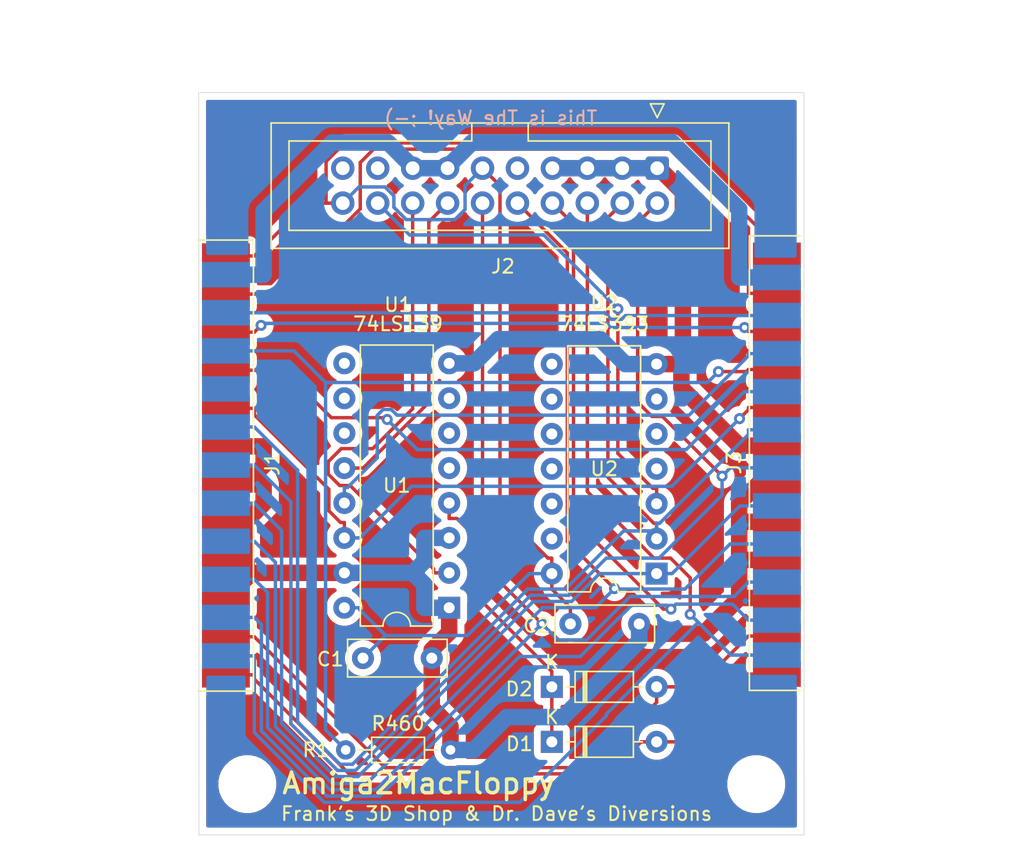
<source format=kicad_pcb>
(kicad_pcb (version 20171130) (host pcbnew "(5.1.9)-1")

  (general
    (thickness 1.6)
    (drawings 7)
    (tracks 353)
    (zones 0)
    (modules 12)
    (nets 43)
  )

  (page USLetter)
  (title_block
    (title "Amiga to Mac Floppy Adapter")
    (date 2021-05-02)
    (rev 1.0)
    (company "Frank's 3D Shop")
    (comment 1 "Idea from Dr. Dave Diversions")
  )

  (layers
    (0 F.Cu signal)
    (31 B.Cu signal)
    (32 B.Adhes user)
    (33 F.Adhes user)
    (34 B.Paste user)
    (35 F.Paste user)
    (36 B.SilkS user)
    (37 F.SilkS user)
    (38 B.Mask user)
    (39 F.Mask user)
    (40 Dwgs.User user)
    (41 Cmts.User user)
    (42 Eco1.User user)
    (43 Eco2.User user)
    (44 Edge.Cuts user)
    (45 Margin user)
    (46 B.CrtYd user)
    (47 F.CrtYd user)
    (48 B.Fab user)
    (49 F.Fab user)
  )

  (setup
    (last_trace_width 0.25)
    (trace_clearance 0.2)
    (zone_clearance 0.508)
    (zone_45_only no)
    (trace_min 0.2)
    (via_size 0.8)
    (via_drill 0.4)
    (via_min_size 0.4)
    (via_min_drill 0.3)
    (uvia_size 0.3)
    (uvia_drill 0.1)
    (uvias_allowed no)
    (uvia_min_size 0.2)
    (uvia_min_drill 0.1)
    (edge_width 0.05)
    (segment_width 0.2)
    (pcb_text_width 0.3)
    (pcb_text_size 1.5 1.5)
    (mod_edge_width 0.12)
    (mod_text_size 1 1)
    (mod_text_width 0.15)
    (pad_size 1.6 1.6)
    (pad_drill 0.8)
    (pad_to_mask_clearance 0)
    (aux_axis_origin 15.92072 15.24508)
    (grid_origin 116.46776 77.69296)
    (visible_elements 7FFFFFFF)
    (pcbplotparams
      (layerselection 0x010fc_ffffffff)
      (usegerberextensions false)
      (usegerberattributes true)
      (usegerberadvancedattributes true)
      (creategerberjobfile true)
      (excludeedgelayer true)
      (linewidth 0.100000)
      (plotframeref false)
      (viasonmask false)
      (mode 1)
      (useauxorigin false)
      (hpglpennumber 1)
      (hpglpenspeed 20)
      (hpglpendiameter 15.000000)
      (psnegative false)
      (psa4output false)
      (plotreference true)
      (plotvalue true)
      (plotinvisibletext false)
      (padsonsilk false)
      (subtractmaskfromsilk false)
      (outputformat 1)
      (mirror false)
      (drillshape 0)
      (scaleselection 1)
      (outputdirectory "../Gerber Files/"))
  )

  (net 0 "")
  (net 1 GND)
  (net 2 +12V)
  (net 3 _INDEX)
  (net 4 _SEL1)
  (net 5 _SEL3)
  (net 6 DIR)
  (net 7 _DKWD)
  (net 8 _DKWE)
  (net 9 _CHNG)
  (net 10 _DRES)
  (net 11 _SEL2)
  (net 12 WR)
  (net 13 RD)
  (net 14 "Net-(J1-Pad20)")
  (net 15 "Net-(J2-Pad19)")
  (net 16 "Net-(J2-Pad17)")
  (net 17 "Net-(J2-Pad9)")
  (net 18 "Net-(U1-Pad7)")
  (net 19 "Net-(U1-Pad6)")
  (net 20 "Net-(U1-Pad5)")
  (net 21 "Net-(U1-Pad11)")
  (net 22 "Net-(U1-Pad10)")
  (net 23 "Net-(U1-Pad9)")
  (net 24 "Net-(U2-Pad13)")
  (net 25 "Net-(U2-Pad6)")
  (net 26 "Net-(U2-Pad12)")
  (net 27 "Net-(U2-Pad5)")
  (net 28 "Net-(U2-Pad11)")
  (net 29 "Net-(U2-Pad4)")
  (net 30 "Net-(U2-Pad10)")
  (net 31 "Net-(U2-Pad9)")
  (net 32 "Net-(U2-Pad8)")
  (net 33 _RDY)
  (net 34 _DKRD)
  (net 35 _MTRXD)
  (net 36 PWM)
  (net 37 PH0)
  (net 38 SEL)
  (net 39 PH3)
  (net 40 PH2)
  (net 41 _ENABLE)
  (net 42 "Net-(D1-Pad1)")

  (net_class Default "This is the default net class."
    (clearance 0.2)
    (trace_width 0.25)
    (via_dia 0.8)
    (via_drill 0.4)
    (uvia_dia 0.3)
    (uvia_drill 0.1)
    (add_net DIR)
    (add_net "Net-(D1-Pad1)")
    (add_net "Net-(J1-Pad20)")
    (add_net "Net-(J2-Pad17)")
    (add_net "Net-(J2-Pad19)")
    (add_net "Net-(J2-Pad9)")
    (add_net "Net-(U1-Pad10)")
    (add_net "Net-(U1-Pad11)")
    (add_net "Net-(U1-Pad5)")
    (add_net "Net-(U1-Pad6)")
    (add_net "Net-(U1-Pad7)")
    (add_net "Net-(U1-Pad9)")
    (add_net "Net-(U2-Pad10)")
    (add_net "Net-(U2-Pad11)")
    (add_net "Net-(U2-Pad12)")
    (add_net "Net-(U2-Pad13)")
    (add_net "Net-(U2-Pad4)")
    (add_net "Net-(U2-Pad5)")
    (add_net "Net-(U2-Pad6)")
    (add_net "Net-(U2-Pad8)")
    (add_net "Net-(U2-Pad9)")
    (add_net PH0)
    (add_net PH2)
    (add_net PH3)
    (add_net PWM)
    (add_net RD)
    (add_net SEL)
    (add_net WR)
    (add_net _CHNG)
    (add_net _DKRD)
    (add_net _DKWD)
    (add_net _DKWE)
    (add_net _DRES)
    (add_net _ENABLE)
    (add_net _INDEX)
    (add_net _MTRXD)
    (add_net _RDY)
    (add_net _SEL1)
    (add_net _SEL2)
    (add_net _SEL3)
  )

  (net_class Power ""
    (clearance 0.4)
    (trace_width 1.2)
    (via_dia 0.8)
    (via_drill 0.4)
    (uvia_dia 0.3)
    (uvia_drill 0.1)
    (add_net +12V)
    (add_net GND)
  )

  (module Diode_THT:D_DO-35_SOD27_P7.62mm_Horizontal (layer F.Cu) (tedit 5AE50CD5) (tstamp 60A28AD7)
    (at 142.138 120.923)
    (descr "Diode, DO-35_SOD27 series, Axial, Horizontal, pin pitch=7.62mm, , length*diameter=4*2mm^2, , http://www.diodes.com/_files/packages/DO-35.pdf")
    (tags "Diode DO-35_SOD27 series Axial Horizontal pin pitch 7.62mm  length 4mm diameter 2mm")
    (path /60A29901)
    (fp_text reference D2 (at -2.38 0.16) (layer F.SilkS)
      (effects (font (size 1 1) (thickness 0.15)))
    )
    (fp_text value 1N4148 (at 3.81 2.12) (layer F.Fab)
      (effects (font (size 1 1) (thickness 0.15)))
    )
    (fp_text user K (at 0 -1.8) (layer F.SilkS)
      (effects (font (size 1 1) (thickness 0.15)))
    )
    (fp_text user K (at 0 -1.8) (layer F.Fab)
      (effects (font (size 1 1) (thickness 0.15)))
    )
    (fp_text user %R (at 4.11 0) (layer F.Fab)
      (effects (font (size 0.8 0.8) (thickness 0.12)))
    )
    (fp_line (start 1.81 -1) (end 1.81 1) (layer F.Fab) (width 0.1))
    (fp_line (start 1.81 1) (end 5.81 1) (layer F.Fab) (width 0.1))
    (fp_line (start 5.81 1) (end 5.81 -1) (layer F.Fab) (width 0.1))
    (fp_line (start 5.81 -1) (end 1.81 -1) (layer F.Fab) (width 0.1))
    (fp_line (start 0 0) (end 1.81 0) (layer F.Fab) (width 0.1))
    (fp_line (start 7.62 0) (end 5.81 0) (layer F.Fab) (width 0.1))
    (fp_line (start 2.41 -1) (end 2.41 1) (layer F.Fab) (width 0.1))
    (fp_line (start 2.51 -1) (end 2.51 1) (layer F.Fab) (width 0.1))
    (fp_line (start 2.31 -1) (end 2.31 1) (layer F.Fab) (width 0.1))
    (fp_line (start 1.69 -1.12) (end 1.69 1.12) (layer F.SilkS) (width 0.12))
    (fp_line (start 1.69 1.12) (end 5.93 1.12) (layer F.SilkS) (width 0.12))
    (fp_line (start 5.93 1.12) (end 5.93 -1.12) (layer F.SilkS) (width 0.12))
    (fp_line (start 5.93 -1.12) (end 1.69 -1.12) (layer F.SilkS) (width 0.12))
    (fp_line (start 1.04 0) (end 1.69 0) (layer F.SilkS) (width 0.12))
    (fp_line (start 6.58 0) (end 5.93 0) (layer F.SilkS) (width 0.12))
    (fp_line (start 2.41 -1.12) (end 2.41 1.12) (layer F.SilkS) (width 0.12))
    (fp_line (start 2.53 -1.12) (end 2.53 1.12) (layer F.SilkS) (width 0.12))
    (fp_line (start 2.29 -1.12) (end 2.29 1.12) (layer F.SilkS) (width 0.12))
    (fp_line (start -1.05 -1.25) (end -1.05 1.25) (layer F.CrtYd) (width 0.05))
    (fp_line (start -1.05 1.25) (end 8.67 1.25) (layer F.CrtYd) (width 0.05))
    (fp_line (start 8.67 1.25) (end 8.67 -1.25) (layer F.CrtYd) (width 0.05))
    (fp_line (start 8.67 -1.25) (end -1.05 -1.25) (layer F.CrtYd) (width 0.05))
    (pad 2 thru_hole oval (at 7.62 0) (size 1.6 1.6) (drill 0.8) (layers *.Cu *.Mask)
      (net 34 _DKRD))
    (pad 1 thru_hole rect (at 0 0) (size 1.6 1.6) (drill 0.8) (layers *.Cu *.Mask)
      (net 42 "Net-(D1-Pad1)"))
    (model ${KISYS3DMOD}/Diode_THT.3dshapes/D_DO-35_SOD27_P7.62mm_Horizontal.wrl
      (at (xyz 0 0 0))
      (scale (xyz 1 1 1))
      (rotate (xyz 0 0 0))
    )
  )

  (module Diode_THT:D_DO-35_SOD27_P7.62mm_Horizontal (layer F.Cu) (tedit 5AE50CD5) (tstamp 60A2914F)
    (at 142.138 124.923)
    (descr "Diode, DO-35_SOD27 series, Axial, Horizontal, pin pitch=7.62mm, , length*diameter=4*2mm^2, , http://www.diodes.com/_files/packages/DO-35.pdf")
    (tags "Diode DO-35_SOD27 series Axial Horizontal pin pitch 7.62mm  length 4mm diameter 2mm")
    (path /60A31E2A)
    (fp_text reference D1 (at -2.36 0.15) (layer F.SilkS)
      (effects (font (size 1 1) (thickness 0.15)))
    )
    (fp_text value 1N4148 (at 3.81 2.12) (layer F.Fab)
      (effects (font (size 1 1) (thickness 0.15)))
    )
    (fp_text user K (at 0 -1.8) (layer F.SilkS)
      (effects (font (size 1 1) (thickness 0.15)))
    )
    (fp_text user K (at 0 -1.8) (layer F.Fab)
      (effects (font (size 1 1) (thickness 0.15)))
    )
    (fp_line (start 1.81 -1) (end 1.81 1) (layer F.Fab) (width 0.1))
    (fp_line (start 1.81 1) (end 5.81 1) (layer F.Fab) (width 0.1))
    (fp_line (start 5.81 1) (end 5.81 -1) (layer F.Fab) (width 0.1))
    (fp_line (start 5.81 -1) (end 1.81 -1) (layer F.Fab) (width 0.1))
    (fp_line (start 0 0) (end 1.81 0) (layer F.Fab) (width 0.1))
    (fp_line (start 7.62 0) (end 5.81 0) (layer F.Fab) (width 0.1))
    (fp_line (start 2.41 -1) (end 2.41 1) (layer F.Fab) (width 0.1))
    (fp_line (start 2.51 -1) (end 2.51 1) (layer F.Fab) (width 0.1))
    (fp_line (start 2.31 -1) (end 2.31 1) (layer F.Fab) (width 0.1))
    (fp_line (start 1.69 -1.12) (end 1.69 1.12) (layer F.SilkS) (width 0.12))
    (fp_line (start 1.69 1.12) (end 5.93 1.12) (layer F.SilkS) (width 0.12))
    (fp_line (start 5.93 1.12) (end 5.93 -1.12) (layer F.SilkS) (width 0.12))
    (fp_line (start 5.93 -1.12) (end 1.69 -1.12) (layer F.SilkS) (width 0.12))
    (fp_line (start 1.04 0) (end 1.69 0) (layer F.SilkS) (width 0.12))
    (fp_line (start 6.58 0) (end 5.93 0) (layer F.SilkS) (width 0.12))
    (fp_line (start 2.41 -1.12) (end 2.41 1.12) (layer F.SilkS) (width 0.12))
    (fp_line (start 2.53 -1.12) (end 2.53 1.12) (layer F.SilkS) (width 0.12))
    (fp_line (start 2.29 -1.12) (end 2.29 1.12) (layer F.SilkS) (width 0.12))
    (fp_line (start -1.05 -1.25) (end -1.05 1.25) (layer F.CrtYd) (width 0.05))
    (fp_line (start -1.05 1.25) (end 8.67 1.25) (layer F.CrtYd) (width 0.05))
    (fp_line (start 8.67 1.25) (end 8.67 -1.25) (layer F.CrtYd) (width 0.05))
    (fp_line (start 8.67 -1.25) (end -1.05 -1.25) (layer F.CrtYd) (width 0.05))
    (pad 2 thru_hole oval (at 7.62 0) (size 1.6 1.6) (drill 0.8) (layers *.Cu *.Mask)
      (net 33 _RDY))
    (pad 1 thru_hole rect (at 0 0) (size 1.6 1.6) (drill 0.8) (layers *.Cu *.Mask)
      (net 42 "Net-(D1-Pad1)"))
    (model ${KISYS3DMOD}/Diode_THT.3dshapes/D_DO-35_SOD27_P7.62mm_Horizontal.wrl
      (at (xyz 0 0 0))
      (scale (xyz 1 1 1))
      (rotate (xyz 0 0 0))
    )
  )

  (module Capacitor_THT:C_Disc_D7.0mm_W2.5mm_P5.00mm (layer F.Cu) (tedit 5AE50EF0) (tstamp 60A1F3A9)
    (at 128.408 118.833)
    (descr "C, Disc series, Radial, pin pitch=5.00mm, , diameter*width=7*2.5mm^2, Capacitor, http://cdn-reichelt.de/documents/datenblatt/B300/DS_KERKO_TC.pdf")
    (tags "C Disc series Radial pin pitch 5.00mm  diameter 7mm width 2.5mm Capacitor")
    (path /608D3DC0)
    (fp_text reference C1 (at -2.37024 0.07996) (layer F.SilkS)
      (effects (font (size 1 1) (thickness 0.15)))
    )
    (fp_text value 100nF (at 2.5 2.5) (layer F.Fab)
      (effects (font (size 1 1) (thickness 0.15)))
    )
    (fp_line (start -1 -1.25) (end -1 1.25) (layer F.Fab) (width 0.1))
    (fp_line (start -1 1.25) (end 6 1.25) (layer F.Fab) (width 0.1))
    (fp_line (start 6 1.25) (end 6 -1.25) (layer F.Fab) (width 0.1))
    (fp_line (start 6 -1.25) (end -1 -1.25) (layer F.Fab) (width 0.1))
    (fp_line (start -1.12 -1.37) (end 6.12 -1.37) (layer F.SilkS) (width 0.12))
    (fp_line (start -1.12 1.37) (end 6.12 1.37) (layer F.SilkS) (width 0.12))
    (fp_line (start -1.12 -1.37) (end -1.12 1.37) (layer F.SilkS) (width 0.12))
    (fp_line (start 6.12 -1.37) (end 6.12 1.37) (layer F.SilkS) (width 0.12))
    (fp_line (start -1.25 -1.5) (end -1.25 1.5) (layer F.CrtYd) (width 0.05))
    (fp_line (start -1.25 1.5) (end 6.25 1.5) (layer F.CrtYd) (width 0.05))
    (fp_line (start 6.25 1.5) (end 6.25 -1.5) (layer F.CrtYd) (width 0.05))
    (fp_line (start 6.25 -1.5) (end -1.25 -1.5) (layer F.CrtYd) (width 0.05))
    (fp_text user %R (at 2.5 0) (layer F.Fab)
      (effects (font (size 1 1) (thickness 0.15)))
    )
    (pad 2 thru_hole circle (at 5 0) (size 1.6 1.6) (drill 0.8) (layers *.Cu *.Mask)
      (net 1 GND))
    (pad 1 thru_hole circle (at 0 0) (size 1.6 1.6) (drill 0.8) (layers *.Cu *.Mask)
      (net 36 PWM))
    (model ${KISYS3DMOD}/Capacitor_THT.3dshapes/C_Disc_D7.0mm_W2.5mm_P5.00mm.wrl
      (at (xyz 0 0 0))
      (scale (xyz 1 1 1))
      (rotate (xyz 0 0 0))
    )
  )

  (module Capacitor_THT:C_Disc_D7.0mm_W2.5mm_P5.00mm (layer F.Cu) (tedit 5AE50EF0) (tstamp 60A1F373)
    (at 143.488 116.343)
    (descr "C, Disc series, Radial, pin pitch=5.00mm, , diameter*width=7*2.5mm^2, Capacitor, http://cdn-reichelt.de/documents/datenblatt/B300/DS_KERKO_TC.pdf")
    (tags "C Disc series Radial pin pitch 5.00mm  diameter 7mm width 2.5mm Capacitor")
    (path /6092A708)
    (fp_text reference C2 (at -2.45024 0.11996) (layer F.SilkS)
      (effects (font (size 1 1) (thickness 0.15)))
    )
    (fp_text value 100nF (at 2.5 2.5) (layer F.Fab)
      (effects (font (size 1 1) (thickness 0.15)))
    )
    (fp_line (start -1 -1.25) (end -1 1.25) (layer F.Fab) (width 0.1))
    (fp_line (start -1 1.25) (end 6 1.25) (layer F.Fab) (width 0.1))
    (fp_line (start 6 1.25) (end 6 -1.25) (layer F.Fab) (width 0.1))
    (fp_line (start 6 -1.25) (end -1 -1.25) (layer F.Fab) (width 0.1))
    (fp_line (start -1.12 -1.37) (end 6.12 -1.37) (layer F.SilkS) (width 0.12))
    (fp_line (start -1.12 1.37) (end 6.12 1.37) (layer F.SilkS) (width 0.12))
    (fp_line (start -1.12 -1.37) (end -1.12 1.37) (layer F.SilkS) (width 0.12))
    (fp_line (start 6.12 -1.37) (end 6.12 1.37) (layer F.SilkS) (width 0.12))
    (fp_line (start -1.25 -1.5) (end -1.25 1.5) (layer F.CrtYd) (width 0.05))
    (fp_line (start -1.25 1.5) (end 6.25 1.5) (layer F.CrtYd) (width 0.05))
    (fp_line (start 6.25 1.5) (end 6.25 -1.5) (layer F.CrtYd) (width 0.05))
    (fp_line (start 6.25 -1.5) (end -1.25 -1.5) (layer F.CrtYd) (width 0.05))
    (fp_text user %R (at 2.5 0) (layer F.Fab)
      (effects (font (size 1 1) (thickness 0.15)))
    )
    (pad 2 thru_hole circle (at 5 0) (size 1.6 1.6) (drill 0.8) (layers *.Cu *.Mask)
      (net 1 GND))
    (pad 1 thru_hole circle (at 0 0) (size 1.6 1.6) (drill 0.8) (layers *.Cu *.Mask)
      (net 36 PWM))
    (model ${KISYS3DMOD}/Capacitor_THT.3dshapes/C_Disc_D7.0mm_W2.5mm_P5.00mm.wrl
      (at (xyz 0 0 0))
      (scale (xyz 1 1 1))
      (rotate (xyz 0 0 0))
    )
  )

  (module MountingHole:MountingHole_3.2mm_M3_DIN965 locked (layer F.Cu) (tedit 56D1B4CB) (tstamp 608F5BE2)
    (at 157 128)
    (descr "Mounting Hole 3.2mm, no annular, M3, DIN965")
    (tags "mounting hole 3.2mm no annular m3 din965")
    (attr virtual)
    (fp_text reference Hole2 (at 0 -3.8) (layer F.SilkS) hide
      (effects (font (size 1 1) (thickness 0.15)))
    )
    (fp_text value MountingHole_3.2mm_M3_DIN965 (at 0 3.8) (layer F.Fab)
      (effects (font (size 1 1) (thickness 0.15)))
    )
    (fp_circle (center 0 0) (end 3.05 0) (layer F.CrtYd) (width 0.05))
    (fp_circle (center 0 0) (end 2.8 0) (layer Cmts.User) (width 0.15))
    (fp_text user %R (at 0.3 0) (layer F.Fab)
      (effects (font (size 1 1) (thickness 0.15)))
    )
    (pad 1 np_thru_hole circle (at 0 0) (size 3.2 3.2) (drill 3.2) (layers *.Cu *.Mask))
  )

  (module A-Max:DSUB-23_Female_EdgeMount_P2.77mm (layer F.Cu) (tedit 608BFE00) (tstamp 608F5D7A)
    (at 118.444 104.7 270)
    (descr "25-pin D-Sub connector, solder-cups edge-mounted, female, x-pin-pitch 2.77mm, distance of mounting holes 47.1mm, see https://disti-assets.s3.amazonaws.com/tonar/files/datasheets/16730.pdf")
    (tags "25-pin D-Sub connector edge mount solder cup female x-pin-pitch 2.77mm mounting holes distance 47.1mm")
    (path /608E5C01)
    (attr smd)
    (fp_text reference J1 (at -21.2141 -0.3251 270) (layer F.SilkS) hide
      (effects (font (size 1 1) (thickness 0.15)))
    )
    (fp_text value DB23F (at 0 16.86 270) (layer F.Fab) hide
      (effects (font (size 1 1) (thickness 0.15)))
    )
    (fp_line (start -25.026 1.99) (end 25.4 1.99) (layer Dwgs.User) (width 0.05))
    (fp_line (start -16.279333 -2) (end -16.279333 2.032) (layer F.SilkS) (width 0.12))
    (fp_line (start 16.533333 -2) (end -16.279333 -2) (layer F.SilkS) (width 0.12))
    (fp_line (start 16.533333 2.032) (end 16.533333 -2) (layer F.SilkS) (width 0.12))
    (fp_line (start -16.526 1.5) (end -16.526 -2.25) (layer F.CrtYd) (width 0.05))
    (fp_line (start -17.526 1.5) (end -16.526 1.5) (layer F.CrtYd) (width 0.05))
    (fp_line (start -17.526 4.3) (end -17.526 1.5) (layer F.CrtYd) (width 0.05))
    (fp_line (start -18.526 4.3) (end -17.526 4.3) (layer F.CrtYd) (width 0.05))
    (fp_line (start -18.526 8.8) (end -18.526 4.3) (layer F.CrtYd) (width 0.05))
    (fp_line (start -25.654 8.8) (end -18.526 8.8) (layer F.CrtYd) (width 0.05))
    (fp_line (start -25.654 10.2) (end -25.654 8.8) (layer F.CrtYd) (width 0.05))
    (fp_line (start -18.126 10.2) (end -25.654 10.2) (layer F.CrtYd) (width 0.05))
    (fp_line (start -18.126 16.4) (end -18.126 10.2) (layer F.CrtYd) (width 0.05))
    (fp_line (start 18.38 16.4) (end -18.126 16.4) (layer F.CrtYd) (width 0.05))
    (fp_line (start 18.38 10.2) (end 18.38 16.4) (layer F.CrtYd) (width 0.05))
    (fp_line (start 25.78 10.2) (end 18.38 10.2) (layer F.CrtYd) (width 0.05))
    (fp_line (start 25.78 8.8) (end 25.78 10.2) (layer F.CrtYd) (width 0.05))
    (fp_line (start 18.78 8.8) (end 25.78 8.8) (layer F.CrtYd) (width 0.05))
    (fp_line (start 18.78 4.3) (end 18.78 8.8) (layer F.CrtYd) (width 0.05))
    (fp_line (start 17.78 4.3) (end 18.78 4.3) (layer F.CrtYd) (width 0.05))
    (fp_line (start 17.78 1.5) (end 17.78 4.3) (layer F.CrtYd) (width 0.05))
    (fp_line (start 16.78 1.5) (end 17.78 1.5) (layer F.CrtYd) (width 0.05))
    (fp_line (start 16.78 -2.25) (end 16.78 1.5) (layer F.CrtYd) (width 0.05))
    (fp_line (start -16.526 -2.25) (end 16.78 -2.25) (layer F.CrtYd) (width 0.05))
    (fp_line (start 20.674 9.69) (end -17.626 9.69) (layer F.Fab) (width 0.1))
    (fp_line (start 17.88 15.86) (end 17.88 9.69) (layer F.Fab) (width 0.1))
    (fp_line (start -17.626 15.86) (end 17.88 15.86) (layer F.Fab) (width 0.1))
    (fp_line (start -17.626 9.69) (end -17.626 15.86) (layer F.Fab) (width 0.1))
    (fp_line (start 25.28 9.29) (end -25.026 9.29) (layer F.Fab) (width 0.1))
    (fp_line (start 25.28 9.69) (end 25.28 9.29) (layer F.Fab) (width 0.1))
    (fp_line (start -25.026 9.69) (end 25.28 9.69) (layer F.Fab) (width 0.1))
    (fp_line (start -25.026 9.29) (end -25.026 9.69) (layer F.Fab) (width 0.1))
    (fp_line (start 18.28 4.79) (end -18.026 4.79) (layer F.Fab) (width 0.1))
    (fp_line (start 18.28 9.29) (end 18.28 4.79) (layer F.Fab) (width 0.1))
    (fp_line (start -18.026 9.29) (end 21.074 9.29) (layer F.Fab) (width 0.1))
    (fp_line (start -18.026 4.79) (end -18.026 9.29) (layer F.Fab) (width 0.1))
    (fp_line (start 17.28 1.99) (end -17.026 1.99) (layer F.Fab) (width 0.1))
    (fp_line (start 17.28 4.79) (end 17.28 1.99) (layer F.Fab) (width 0.1))
    (fp_line (start -17.026 4.79) (end 18.28 4.79) (layer F.Fab) (width 0.1))
    (fp_line (start -17.026 1.99) (end -17.026 4.79) (layer F.Fab) (width 0.1))
    (fp_line (start -13.111 -0.91) (end -14.311 -0.91) (layer B.Fab) (width 0.1))
    (fp_line (start -13.111 1.99) (end -13.111 -0.91) (layer B.Fab) (width 0.1))
    (fp_line (start -14.311 1.99) (end -13.111 1.99) (layer B.Fab) (width 0.1))
    (fp_line (start -14.311 -0.91) (end -14.311 1.99) (layer B.Fab) (width 0.1))
    (fp_line (start -10.341 -0.91) (end -11.541 -0.91) (layer B.Fab) (width 0.1))
    (fp_line (start -10.341 1.99) (end -10.341 -0.91) (layer B.Fab) (width 0.1))
    (fp_line (start -11.541 1.99) (end -10.341 1.99) (layer B.Fab) (width 0.1))
    (fp_line (start -11.541 -0.91) (end -11.541 1.99) (layer B.Fab) (width 0.1))
    (fp_line (start -7.571 -0.91) (end -8.771 -0.91) (layer B.Fab) (width 0.1))
    (fp_line (start -7.571 1.99) (end -7.571 -0.91) (layer B.Fab) (width 0.1))
    (fp_line (start -8.771 1.99) (end -7.571 1.99) (layer B.Fab) (width 0.1))
    (fp_line (start -8.771 -0.91) (end -8.771 1.99) (layer B.Fab) (width 0.1))
    (fp_line (start -4.801 -0.91) (end -6.001 -0.91) (layer B.Fab) (width 0.1))
    (fp_line (start -4.801 1.99) (end -4.801 -0.91) (layer B.Fab) (width 0.1))
    (fp_line (start -6.001 1.99) (end -4.801 1.99) (layer B.Fab) (width 0.1))
    (fp_line (start -6.001 -0.91) (end -6.001 1.99) (layer B.Fab) (width 0.1))
    (fp_line (start -2.031 -0.91) (end -3.231 -0.91) (layer B.Fab) (width 0.1))
    (fp_line (start -2.031 1.99) (end -2.031 -0.91) (layer B.Fab) (width 0.1))
    (fp_line (start -3.231 1.99) (end -2.031 1.99) (layer B.Fab) (width 0.1))
    (fp_line (start -3.231 -0.91) (end -3.231 1.99) (layer B.Fab) (width 0.1))
    (fp_line (start 0.739 -0.91) (end -0.461 -0.91) (layer B.Fab) (width 0.1))
    (fp_line (start 0.739 1.99) (end 0.739 -0.91) (layer B.Fab) (width 0.1))
    (fp_line (start -0.461 1.99) (end 0.739 1.99) (layer B.Fab) (width 0.1))
    (fp_line (start -0.461 -0.91) (end -0.461 1.99) (layer B.Fab) (width 0.1))
    (fp_line (start 3.509 -0.91) (end 2.309 -0.91) (layer B.Fab) (width 0.1))
    (fp_line (start 3.509 1.99) (end 3.509 -0.91) (layer B.Fab) (width 0.1))
    (fp_line (start 2.309 1.99) (end 3.509 1.99) (layer B.Fab) (width 0.1))
    (fp_line (start 2.309 -0.91) (end 2.309 1.99) (layer B.Fab) (width 0.1))
    (fp_line (start 6.279 -0.91) (end 5.079 -0.91) (layer B.Fab) (width 0.1))
    (fp_line (start 6.279 1.99) (end 6.279 -0.91) (layer B.Fab) (width 0.1))
    (fp_line (start 5.079 1.99) (end 6.279 1.99) (layer B.Fab) (width 0.1))
    (fp_line (start 5.079 -0.91) (end 5.079 1.99) (layer B.Fab) (width 0.1))
    (fp_line (start 9.049 -0.91) (end 7.849 -0.91) (layer B.Fab) (width 0.1))
    (fp_line (start 9.049 1.99) (end 9.049 -0.91) (layer B.Fab) (width 0.1))
    (fp_line (start 7.849 1.99) (end 9.049 1.99) (layer B.Fab) (width 0.1))
    (fp_line (start 7.849 -0.91) (end 7.849 1.99) (layer B.Fab) (width 0.1))
    (fp_line (start 11.819 -0.91) (end 10.619 -0.91) (layer B.Fab) (width 0.1))
    (fp_line (start 11.819 1.99) (end 11.819 -0.91) (layer B.Fab) (width 0.1))
    (fp_line (start 10.619 1.99) (end 11.819 1.99) (layer B.Fab) (width 0.1))
    (fp_line (start 10.619 -0.91) (end 10.619 1.99) (layer B.Fab) (width 0.1))
    (fp_line (start 14.589 -0.91) (end 13.389 -0.91) (layer B.Fab) (width 0.1))
    (fp_line (start 14.589 1.99) (end 14.589 -0.91) (layer B.Fab) (width 0.1))
    (fp_line (start 13.389 1.99) (end 14.589 1.99) (layer B.Fab) (width 0.1))
    (fp_line (start 13.389 -0.91) (end 13.389 1.99) (layer B.Fab) (width 0.1))
    (fp_line (start 17.359 -0.91) (end 16.159 -0.91) (layer B.Fab) (width 0.1))
    (fp_line (start 17.359 1.99) (end 17.359 -0.91) (layer B.Fab) (width 0.1))
    (fp_line (start 16.159 1.99) (end 17.359 1.99) (layer B.Fab) (width 0.1))
    (fp_line (start 16.159 -0.91) (end 16.159 1.99) (layer B.Fab) (width 0.1))
    (fp_line (start -14.496 -0.91) (end -15.696 -0.91) (layer F.Fab) (width 0.1))
    (fp_line (start -14.496 1.99) (end -14.496 -0.91) (layer F.Fab) (width 0.1))
    (fp_line (start -15.696 1.99) (end -14.496 1.99) (layer F.Fab) (width 0.1))
    (fp_line (start -15.696 -0.91) (end -15.696 1.99) (layer F.Fab) (width 0.1))
    (fp_line (start -11.726 -0.91) (end -12.926 -0.91) (layer F.Fab) (width 0.1))
    (fp_line (start -11.726 1.99) (end -11.726 -0.91) (layer F.Fab) (width 0.1))
    (fp_line (start -12.926 1.99) (end -11.726 1.99) (layer F.Fab) (width 0.1))
    (fp_line (start -12.926 -0.91) (end -12.926 1.99) (layer F.Fab) (width 0.1))
    (fp_line (start -8.956 -0.91) (end -10.156 -0.91) (layer F.Fab) (width 0.1))
    (fp_line (start -8.956 1.99) (end -8.956 -0.91) (layer F.Fab) (width 0.1))
    (fp_line (start -10.156 1.99) (end -8.956 1.99) (layer F.Fab) (width 0.1))
    (fp_line (start -10.156 -0.91) (end -10.156 1.99) (layer F.Fab) (width 0.1))
    (fp_line (start -6.186 -0.91) (end -7.386 -0.91) (layer F.Fab) (width 0.1))
    (fp_line (start -6.186 1.99) (end -6.186 -0.91) (layer F.Fab) (width 0.1))
    (fp_line (start -7.386 1.99) (end -6.186 1.99) (layer F.Fab) (width 0.1))
    (fp_line (start -7.386 -0.91) (end -7.386 1.99) (layer F.Fab) (width 0.1))
    (fp_line (start -3.416 -0.91) (end -4.616 -0.91) (layer F.Fab) (width 0.1))
    (fp_line (start -3.416 1.99) (end -3.416 -0.91) (layer F.Fab) (width 0.1))
    (fp_line (start -4.616 1.99) (end -3.416 1.99) (layer F.Fab) (width 0.1))
    (fp_line (start -4.616 -0.91) (end -4.616 1.99) (layer F.Fab) (width 0.1))
    (fp_line (start -0.646 -0.91) (end -1.846 -0.91) (layer F.Fab) (width 0.1))
    (fp_line (start -0.646 1.99) (end -0.646 -0.91) (layer F.Fab) (width 0.1))
    (fp_line (start -1.846 1.99) (end -0.646 1.99) (layer F.Fab) (width 0.1))
    (fp_line (start -1.846 -0.91) (end -1.846 1.99) (layer F.Fab) (width 0.1))
    (fp_line (start 2.124 -0.91) (end 0.924 -0.91) (layer F.Fab) (width 0.1))
    (fp_line (start 2.124 1.99) (end 2.124 -0.91) (layer F.Fab) (width 0.1))
    (fp_line (start 0.924 1.99) (end 2.124 1.99) (layer F.Fab) (width 0.1))
    (fp_line (start 0.924 -0.91) (end 0.924 1.99) (layer F.Fab) (width 0.1))
    (fp_line (start 4.894 -0.91) (end 3.694 -0.91) (layer F.Fab) (width 0.1))
    (fp_line (start 4.894 1.99) (end 4.894 -0.91) (layer F.Fab) (width 0.1))
    (fp_line (start 3.694 1.99) (end 4.894 1.99) (layer F.Fab) (width 0.1))
    (fp_line (start 3.694 -0.91) (end 3.694 1.99) (layer F.Fab) (width 0.1))
    (fp_line (start 7.664 -0.91) (end 6.464 -0.91) (layer F.Fab) (width 0.1))
    (fp_line (start 7.664 1.99) (end 7.664 -0.91) (layer F.Fab) (width 0.1))
    (fp_line (start 6.464 1.99) (end 7.664 1.99) (layer F.Fab) (width 0.1))
    (fp_line (start 6.464 -0.91) (end 6.464 1.99) (layer F.Fab) (width 0.1))
    (fp_line (start 10.434 -0.91) (end 9.234 -0.91) (layer F.Fab) (width 0.1))
    (fp_line (start 10.434 1.99) (end 10.434 -0.91) (layer F.Fab) (width 0.1))
    (fp_line (start 9.234 1.99) (end 10.434 1.99) (layer F.Fab) (width 0.1))
    (fp_line (start 9.234 -0.91) (end 9.234 1.99) (layer F.Fab) (width 0.1))
    (fp_line (start 13.204 -0.91) (end 12.004 -0.91) (layer F.Fab) (width 0.1))
    (fp_line (start 13.204 1.99) (end 13.204 -0.91) (layer F.Fab) (width 0.1))
    (fp_line (start 12.004 1.99) (end 13.204 1.99) (layer F.Fab) (width 0.1))
    (fp_line (start 12.004 -0.91) (end 12.004 1.99) (layer F.Fab) (width 0.1))
    (fp_line (start 15.974 -0.91) (end 14.774 -0.91) (layer F.Fab) (width 0.1))
    (fp_line (start 15.974 1.99) (end 15.974 -0.91) (layer F.Fab) (width 0.1))
    (fp_line (start 14.774 1.99) (end 15.974 1.99) (layer F.Fab) (width 0.1))
    (fp_line (start 14.774 -0.91) (end 14.774 1.99) (layer F.Fab) (width 0.1))
    (fp_text user "PCB edge" (at -20.026 1.323333 270) (layer Dwgs.User) hide
      (effects (font (size 0.5 0.5) (thickness 0.075)))
    )
    (fp_text user %R (at -0.0051 -3.3731 90) (layer F.SilkS)
      (effects (font (size 1 1) (thickness 0.15)))
    )
    (pad 23 smd rect (at -13.759 0 270) (size 1.846667 3.48) (layers B.Cu B.Paste B.Mask)
      (net 2 +12V))
    (pad 22 smd rect (at -10.989 0 270) (size 1.846667 3.48) (layers B.Cu B.Paste B.Mask)
      (net 3 _INDEX))
    (pad 21 smd rect (at -8.219 0 270) (size 1.846667 3.48) (layers B.Cu B.Paste B.Mask)
      (net 11 _SEL2))
    (pad 20 smd rect (at -5.449 0 270) (size 1.846667 3.48) (layers B.Cu B.Paste B.Mask)
      (net 14 "Net-(J1-Pad20)"))
    (pad 19 smd rect (at -2.679 0 270) (size 1.846667 3.48) (layers B.Cu B.Paste B.Mask)
      (net 6 DIR))
    (pad 18 smd rect (at 0.091 0 270) (size 1.846667 3.48) (layers B.Cu B.Paste B.Mask)
      (net 37 PH0))
    (pad 17 smd rect (at 2.861 0 270) (size 1.846667 3.48) (layers B.Cu B.Paste B.Mask)
      (net 7 _DKWD))
    (pad 16 smd rect (at 5.631 0 270) (size 1.846667 3.48) (layers B.Cu B.Paste B.Mask)
      (net 8 _DKWE))
    (pad 15 smd rect (at 8.401 0 270) (size 1.846667 3.48) (layers B.Cu B.Paste B.Mask)
      (net 38 SEL))
    (pad 14 smd rect (at 11.171 0 270) (size 1.846667 3.48) (layers B.Cu B.Paste B.Mask)
      (net 39 PH3))
    (pad 13 smd rect (at 13.97 0 270) (size 1.846667 3.48) (layers B.Cu B.Paste B.Mask)
      (net 40 PH2))
    (pad 12 smd rect (at -15.12 0 270) (size 1.846667 3.48) (layers F.Cu F.Paste F.Mask)
      (net 36 PWM))
    (pad 11 smd rect (at -12.35 0 270) (size 1.846667 3.48) (layers F.Cu F.Paste F.Mask)
      (net 9 _CHNG))
    (pad 10 smd rect (at -9.58 0 270) (size 1.846667 3.48) (layers F.Cu F.Paste F.Mask)
      (net 10 _DRES))
    (pad 9 smd rect (at -6.81 0 270) (size 1.846667 3.48) (layers F.Cu F.Paste F.Mask)
      (net 5 _SEL3))
    (pad 8 smd rect (at -4.04 0 270) (size 1.846667 3.48) (layers F.Cu F.Paste F.Mask)
      (net 35 _MTRXD))
    (pad 7 smd rect (at -1.27 0 270) (size 1.846667 3.48) (layers F.Cu F.Paste F.Mask)
      (net 1 GND))
    (pad 6 smd rect (at 1.5 0 270) (size 1.846667 3.48) (layers F.Cu F.Paste F.Mask)
      (net 1 GND))
    (pad 5 smd rect (at 4.27 0 270) (size 1.846667 3.48) (layers F.Cu F.Paste F.Mask)
      (net 1 GND))
    (pad 4 smd rect (at 7.04 0 270) (size 1.846667 3.48) (layers F.Cu F.Paste F.Mask)
      (net 1 GND))
    (pad 3 smd rect (at 9.81 0 270) (size 1.846667 3.48) (layers F.Cu F.Paste F.Mask)
      (net 1 GND))
    (pad 2 smd rect (at 12.58 0 270) (size 1.846667 3.48) (layers F.Cu F.Paste F.Mask)
      (net 34 _DKRD))
    (pad 1 smd rect (at 15.35 0 270) (size 1.846667 3.48) (layers F.Cu F.Paste F.Mask)
      (net 33 _RDY))
    (model ${KISYS3DMOD}/Connector_Dsub.3dshapes/DSUB-25_Female_EdgeMount_P2.77mm.wrl
      (at (xyz 0 0 0))
      (scale (xyz 1 1 1))
      (rotate (xyz 0 0 0))
    )
  )

  (module A-Max:DSUB-23_Male_EdgeMount_P2.77mm (layer F.Cu) (tedit 608B82A0) (tstamp 608F6019)
    (at 158.5 104.9 90)
    (descr "25-pin D-Sub connector, solder-cups edge-mounted, male, x-pin-pitch 2.77mm, distance of mounting holes 47.1mm, see https://disti-assets.s3.amazonaws.com/tonar/files/datasheets/16730.pdf")
    (tags "25-pin D-Sub connector edge mount solder cup male x-pin-pitch 2.77mm mounting holes distance 47.1mm")
    (path /608ED48F)
    (attr smd)
    (fp_text reference J3 (at -19.019333 0 90) (layer F.SilkS) hide
      (effects (font (size 1 1) (thickness 0.15)))
    )
    (fp_text value DB23M (at 0 16.69 90) (layer F.Fab) hide
      (effects (font (size 1 1) (thickness 0.15)))
    )
    (fp_line (start -15.696 -0.91) (end -15.696 1.99) (layer F.Fab) (width 0.1))
    (fp_line (start -15.696 1.99) (end -14.496 1.99) (layer F.Fab) (width 0.1))
    (fp_line (start -14.496 1.99) (end -14.496 -0.91) (layer F.Fab) (width 0.1))
    (fp_line (start -14.496 -0.91) (end -15.696 -0.91) (layer F.Fab) (width 0.1))
    (fp_line (start -12.926 -0.91) (end -12.926 1.99) (layer F.Fab) (width 0.1))
    (fp_line (start -12.926 1.99) (end -11.726 1.99) (layer F.Fab) (width 0.1))
    (fp_line (start -11.726 1.99) (end -11.726 -0.91) (layer F.Fab) (width 0.1))
    (fp_line (start -11.726 -0.91) (end -12.926 -0.91) (layer F.Fab) (width 0.1))
    (fp_line (start -10.156 -0.91) (end -10.156 1.99) (layer F.Fab) (width 0.1))
    (fp_line (start -10.156 1.99) (end -8.956 1.99) (layer F.Fab) (width 0.1))
    (fp_line (start -8.956 1.99) (end -8.956 -0.91) (layer F.Fab) (width 0.1))
    (fp_line (start -8.956 -0.91) (end -10.156 -0.91) (layer F.Fab) (width 0.1))
    (fp_line (start -7.386 -0.91) (end -7.386 1.99) (layer F.Fab) (width 0.1))
    (fp_line (start -7.386 1.99) (end -6.186 1.99) (layer F.Fab) (width 0.1))
    (fp_line (start -6.186 1.99) (end -6.186 -0.91) (layer F.Fab) (width 0.1))
    (fp_line (start -6.186 -0.91) (end -7.386 -0.91) (layer F.Fab) (width 0.1))
    (fp_line (start -4.616 -0.91) (end -4.616 1.99) (layer F.Fab) (width 0.1))
    (fp_line (start -4.616 1.99) (end -3.416 1.99) (layer F.Fab) (width 0.1))
    (fp_line (start -3.416 1.99) (end -3.416 -0.91) (layer F.Fab) (width 0.1))
    (fp_line (start -3.416 -0.91) (end -4.616 -0.91) (layer F.Fab) (width 0.1))
    (fp_line (start -1.846 -0.91) (end -1.846 1.99) (layer F.Fab) (width 0.1))
    (fp_line (start -1.846 1.99) (end -0.646 1.99) (layer F.Fab) (width 0.1))
    (fp_line (start -0.646 1.99) (end -0.646 -0.91) (layer F.Fab) (width 0.1))
    (fp_line (start -0.646 -0.91) (end -1.846 -0.91) (layer F.Fab) (width 0.1))
    (fp_line (start 0.924 -0.91) (end 0.924 1.99) (layer F.Fab) (width 0.1))
    (fp_line (start 0.924 1.99) (end 2.124 1.99) (layer F.Fab) (width 0.1))
    (fp_line (start 2.124 1.99) (end 2.124 -0.91) (layer F.Fab) (width 0.1))
    (fp_line (start 2.124 -0.91) (end 0.924 -0.91) (layer F.Fab) (width 0.1))
    (fp_line (start 3.694 -0.91) (end 3.694 1.99) (layer F.Fab) (width 0.1))
    (fp_line (start 3.694 1.99) (end 4.894 1.99) (layer F.Fab) (width 0.1))
    (fp_line (start 4.894 1.99) (end 4.894 -0.91) (layer F.Fab) (width 0.1))
    (fp_line (start 4.894 -0.91) (end 3.694 -0.91) (layer F.Fab) (width 0.1))
    (fp_line (start 6.464 -0.91) (end 6.464 1.99) (layer F.Fab) (width 0.1))
    (fp_line (start 6.464 1.99) (end 7.664 1.99) (layer F.Fab) (width 0.1))
    (fp_line (start 7.664 1.99) (end 7.664 -0.91) (layer F.Fab) (width 0.1))
    (fp_line (start 7.664 -0.91) (end 6.464 -0.91) (layer F.Fab) (width 0.1))
    (fp_line (start 9.234 -0.91) (end 9.234 1.99) (layer F.Fab) (width 0.1))
    (fp_line (start 9.234 1.99) (end 10.434 1.99) (layer F.Fab) (width 0.1))
    (fp_line (start 10.434 1.99) (end 10.434 -0.91) (layer F.Fab) (width 0.1))
    (fp_line (start 10.434 -0.91) (end 9.234 -0.91) (layer F.Fab) (width 0.1))
    (fp_line (start 12.004 -0.91) (end 12.004 1.99) (layer F.Fab) (width 0.1))
    (fp_line (start 12.004 1.99) (end 13.204 1.99) (layer F.Fab) (width 0.1))
    (fp_line (start 13.204 1.99) (end 13.204 -0.91) (layer F.Fab) (width 0.1))
    (fp_line (start 13.204 -0.91) (end 12.004 -0.91) (layer F.Fab) (width 0.1))
    (fp_line (start 14.774 -0.91) (end 14.774 1.99) (layer F.Fab) (width 0.1))
    (fp_line (start 14.774 1.99) (end 15.974 1.99) (layer F.Fab) (width 0.1))
    (fp_line (start 15.974 1.99) (end 15.974 -0.91) (layer F.Fab) (width 0.1))
    (fp_line (start 15.974 -0.91) (end 14.774 -0.91) (layer F.Fab) (width 0.1))
    (fp_line (start -14.311 -0.91) (end -14.311 1.99) (layer B.Fab) (width 0.1))
    (fp_line (start -14.311 1.99) (end -13.111 1.99) (layer B.Fab) (width 0.1))
    (fp_line (start -13.111 1.99) (end -13.111 -0.91) (layer B.Fab) (width 0.1))
    (fp_line (start -13.111 -0.91) (end -14.311 -0.91) (layer B.Fab) (width 0.1))
    (fp_line (start -11.541 -0.91) (end -11.541 1.99) (layer B.Fab) (width 0.1))
    (fp_line (start -11.541 1.99) (end -10.341 1.99) (layer B.Fab) (width 0.1))
    (fp_line (start -10.341 1.99) (end -10.341 -0.91) (layer B.Fab) (width 0.1))
    (fp_line (start -10.341 -0.91) (end -11.541 -0.91) (layer B.Fab) (width 0.1))
    (fp_line (start -8.771 -0.91) (end -8.771 1.99) (layer B.Fab) (width 0.1))
    (fp_line (start -8.771 1.99) (end -7.571 1.99) (layer B.Fab) (width 0.1))
    (fp_line (start -7.571 1.99) (end -7.571 -0.91) (layer B.Fab) (width 0.1))
    (fp_line (start -7.571 -0.91) (end -8.771 -0.91) (layer B.Fab) (width 0.1))
    (fp_line (start -6.001 -0.91) (end -6.001 1.99) (layer B.Fab) (width 0.1))
    (fp_line (start -6.001 1.99) (end -4.801 1.99) (layer B.Fab) (width 0.1))
    (fp_line (start -4.801 1.99) (end -4.801 -0.91) (layer B.Fab) (width 0.1))
    (fp_line (start -4.801 -0.91) (end -6.001 -0.91) (layer B.Fab) (width 0.1))
    (fp_line (start -3.231 -0.91) (end -3.231 1.99) (layer B.Fab) (width 0.1))
    (fp_line (start -3.231 1.99) (end -2.031 1.99) (layer B.Fab) (width 0.1))
    (fp_line (start -2.031 1.99) (end -2.031 -0.91) (layer B.Fab) (width 0.1))
    (fp_line (start -2.031 -0.91) (end -3.231 -0.91) (layer B.Fab) (width 0.1))
    (fp_line (start -0.461 -0.91) (end -0.461 1.99) (layer B.Fab) (width 0.1))
    (fp_line (start -0.461 1.99) (end 0.739 1.99) (layer B.Fab) (width 0.1))
    (fp_line (start 0.739 1.99) (end 0.739 -0.91) (layer B.Fab) (width 0.1))
    (fp_line (start 0.739 -0.91) (end -0.461 -0.91) (layer B.Fab) (width 0.1))
    (fp_line (start 2.309 -0.91) (end 2.309 1.99) (layer B.Fab) (width 0.1))
    (fp_line (start 2.309 1.99) (end 3.509 1.99) (layer B.Fab) (width 0.1))
    (fp_line (start 3.509 1.99) (end 3.509 -0.91) (layer B.Fab) (width 0.1))
    (fp_line (start 3.509 -0.91) (end 2.309 -0.91) (layer B.Fab) (width 0.1))
    (fp_line (start 5.079 -0.91) (end 5.079 1.99) (layer B.Fab) (width 0.1))
    (fp_line (start 5.079 1.99) (end 6.279 1.99) (layer B.Fab) (width 0.1))
    (fp_line (start 6.279 1.99) (end 6.279 -0.91) (layer B.Fab) (width 0.1))
    (fp_line (start 6.279 -0.91) (end 5.079 -0.91) (layer B.Fab) (width 0.1))
    (fp_line (start 7.849 -0.91) (end 7.849 1.99) (layer B.Fab) (width 0.1))
    (fp_line (start 7.849 1.99) (end 9.049 1.99) (layer B.Fab) (width 0.1))
    (fp_line (start 9.049 1.99) (end 9.049 -0.91) (layer B.Fab) (width 0.1))
    (fp_line (start 9.049 -0.91) (end 7.849 -0.91) (layer B.Fab) (width 0.1))
    (fp_line (start 10.619 -0.91) (end 10.619 1.99) (layer B.Fab) (width 0.1))
    (fp_line (start 10.619 1.99) (end 11.819 1.99) (layer B.Fab) (width 0.1))
    (fp_line (start 11.819 1.99) (end 11.819 -0.91) (layer B.Fab) (width 0.1))
    (fp_line (start 11.819 -0.91) (end 10.619 -0.91) (layer B.Fab) (width 0.1))
    (fp_line (start 13.389 -0.91) (end 13.389 1.99) (layer B.Fab) (width 0.1))
    (fp_line (start 13.389 1.99) (end 14.589 1.99) (layer B.Fab) (width 0.1))
    (fp_line (start 14.589 1.99) (end 14.589 -0.91) (layer B.Fab) (width 0.1))
    (fp_line (start 14.589 -0.91) (end 13.389 -0.91) (layer B.Fab) (width 0.1))
    (fp_line (start 16.159 -0.91) (end 16.159 1.99) (layer B.Fab) (width 0.1))
    (fp_line (start 16.159 1.99) (end 17.359 1.99) (layer B.Fab) (width 0.1))
    (fp_line (start 17.359 -0.91) (end 16.159 -0.91) (layer B.Fab) (width 0.1))
    (fp_line (start -17.026 1.99) (end -17.026 4.79) (layer F.Fab) (width 0.1))
    (fp_line (start -17.026 4.79) (end 18.534 4.79) (layer F.Fab) (width 0.1))
    (fp_line (start 17.534 4.79) (end 17.534 1.99) (layer F.Fab) (width 0.1))
    (fp_line (start 17.534 1.99) (end -17.026 1.99) (layer F.Fab) (width 0.1))
    (fp_line (start -18.026 4.79) (end -18.026 9.29) (layer F.Fab) (width 0.1))
    (fp_line (start -18.026 9.29) (end 21.074 9.29) (layer F.Fab) (width 0.1))
    (fp_line (start 18.534 9.29) (end 18.534 4.79) (layer F.Fab) (width 0.1))
    (fp_line (start 18.534 4.79) (end -18.026 4.79) (layer F.Fab) (width 0.1))
    (fp_line (start -25.026 9.29) (end -25.026 9.69) (layer F.Fab) (width 0.1))
    (fp_line (start -25.026 9.69) (end 25.534 9.69) (layer F.Fab) (width 0.1))
    (fp_line (start 25.534 9.69) (end 25.534 9.29) (layer F.Fab) (width 0.1))
    (fp_line (start 25.534 9.29) (end -25.026 9.29) (layer F.Fab) (width 0.1))
    (fp_line (start -17.626 9.69) (end -17.626 15.69) (layer F.Fab) (width 0.1))
    (fp_line (start -17.626 15.69) (end 18.134 15.69) (layer F.Fab) (width 0.1))
    (fp_line (start 18.134 15.69) (end 18.134 9.69) (layer F.Fab) (width 0.1))
    (fp_line (start 20.674 9.69) (end -17.626 9.69) (layer F.Fab) (width 0.1))
    (fp_line (start -16.526 -2.25) (end 17.034 -2.25) (layer F.CrtYd) (width 0.05))
    (fp_line (start 17.034 -2.25) (end 17.034 1.5) (layer F.CrtYd) (width 0.05))
    (fp_line (start 17.034 1.5) (end 18.034 1.5) (layer F.CrtYd) (width 0.05))
    (fp_line (start 18.034 1.5) (end 18.034 4.3) (layer F.CrtYd) (width 0.05))
    (fp_line (start 18.034 4.3) (end 19.034 4.3) (layer F.CrtYd) (width 0.05))
    (fp_line (start 19.034 4.3) (end 19.034 8.8) (layer F.CrtYd) (width 0.05))
    (fp_line (start 19.034 8.8) (end 26.034 8.8) (layer F.CrtYd) (width 0.05))
    (fp_line (start 26.034 8.8) (end 26.034 10.2) (layer F.CrtYd) (width 0.05))
    (fp_line (start 26.034 10.2) (end 18.634 10.2) (layer F.CrtYd) (width 0.05))
    (fp_line (start 18.634 10.2) (end 18.634 16.2) (layer F.CrtYd) (width 0.05))
    (fp_line (start 18.634 16.2) (end -18.126 16.2) (layer F.CrtYd) (width 0.05))
    (fp_line (start -18.126 16.2) (end -18.126 10.2) (layer F.CrtYd) (width 0.05))
    (fp_line (start -18.126 10.2) (end -25.526 10.2) (layer F.CrtYd) (width 0.05))
    (fp_line (start -25.526 10.2) (end -25.526 8.8) (layer F.CrtYd) (width 0.05))
    (fp_line (start -25.526 8.8) (end -18.526 8.8) (layer F.CrtYd) (width 0.05))
    (fp_line (start -18.526 8.8) (end -18.526 4.3) (layer F.CrtYd) (width 0.05))
    (fp_line (start -18.526 4.3) (end -17.526 4.3) (layer F.CrtYd) (width 0.05))
    (fp_line (start -17.526 4.3) (end -17.526 1.5) (layer F.CrtYd) (width 0.05))
    (fp_line (start -17.526 1.5) (end -16.526 1.5) (layer F.CrtYd) (width 0.05))
    (fp_line (start -16.526 1.5) (end -16.526 -2.25) (layer F.CrtYd) (width 0.05))
    (fp_line (start 16.787333 1.74) (end 16.787333 -2) (layer F.SilkS) (width 0.12))
    (fp_line (start 16.787333 -2) (end -16.279333 -2) (layer F.SilkS) (width 0.12))
    (fp_line (start -16.279333 -2) (end -16.279333 1.74) (layer F.SilkS) (width 0.12))
    (fp_line (start -25.026 1.99) (end 25.4 2.032) (layer Dwgs.User) (width 0.05))
    (fp_text user %R (at 0.2896 -3.109 270) (layer F.SilkS)
      (effects (font (size 1 1) (thickness 0.15)))
    )
    (fp_text user "PCB edge" (at -20.026 1.323333 90) (layer Dwgs.User) hide
      (effects (font (size 0.5 0.5) (thickness 0.075)))
    )
    (pad 13 smd rect (at -13.711 0 90) (size 1.846667 3.48) (layers B.Cu B.Paste B.Mask)
      (net 40 PH2))
    (pad 1 smd rect (at -15.096 0 90) (size 1.846667 3.48) (layers F.Cu F.Paste F.Mask)
      (net 33 _RDY))
    (pad 2 smd rect (at -12.326 0 90) (size 1.846667 3.48) (layers F.Cu F.Paste F.Mask)
      (net 34 _DKRD))
    (pad 3 smd rect (at -9.556 0 90) (size 1.846667 3.48) (layers F.Cu F.Paste F.Mask)
      (net 1 GND))
    (pad 4 smd rect (at -6.786 0 90) (size 1.846667 3.48) (layers F.Cu F.Paste F.Mask)
      (net 1 GND))
    (pad 5 smd rect (at -4.016 0 90) (size 1.846667 3.48) (layers F.Cu F.Paste F.Mask)
      (net 1 GND))
    (pad 6 smd rect (at -1.246 0 90) (size 1.846667 3.48) (layers F.Cu F.Paste F.Mask)
      (net 1 GND))
    (pad 7 smd rect (at 1.524 0 90) (size 1.846667 3.48) (layers F.Cu F.Paste F.Mask)
      (net 1 GND))
    (pad 8 smd rect (at 4.294 0 90) (size 1.846667 3.48) (layers F.Cu F.Paste F.Mask)
      (net 35 _MTRXD))
    (pad 9 smd rect (at 7.064 0 90) (size 1.846667 3.48) (layers F.Cu F.Paste F.Mask)
      (net 11 _SEL2))
    (pad 10 smd rect (at 9.834 0 90) (size 1.846667 3.48) (layers F.Cu F.Paste F.Mask)
      (net 10 _DRES))
    (pad 11 smd rect (at 12.604 0 90) (size 1.846667 3.48) (layers F.Cu F.Paste F.Mask)
      (net 9 _CHNG))
    (pad 12 smd rect (at 15.374 0 90) (size 1.846667 3.48) (layers F.Cu F.Paste F.Mask)
      (net 36 PWM))
    (pad 14 smd rect (at -11.171 0 90) (size 1.846667 3.48) (layers B.Cu B.Paste B.Mask)
      (net 39 PH3))
    (pad 15 smd rect (at -8.401 0 90) (size 1.846667 3.48) (layers B.Cu B.Paste B.Mask)
      (net 38 SEL))
    (pad 16 smd rect (at -5.631 0 90) (size 1.846667 3.48) (layers B.Cu B.Paste B.Mask)
      (net 8 _DKWE))
    (pad 17 smd rect (at -2.861 0 90) (size 1.846667 3.48) (layers B.Cu B.Paste B.Mask)
      (net 7 _DKWD))
    (pad 18 smd rect (at -0.091 0 90) (size 1.846667 3.48) (layers B.Cu B.Paste B.Mask)
      (net 37 PH0))
    (pad 19 smd rect (at 2.679 0 90) (size 1.846667 3.48) (layers B.Cu B.Paste B.Mask)
      (net 6 DIR))
    (pad 20 smd rect (at 5.449 0 90) (size 1.846667 3.48) (layers B.Cu B.Paste B.Mask)
      (net 5 _SEL3))
    (pad 21 smd rect (at 8.219 0 90) (size 1.846667 3.48) (layers B.Cu B.Paste B.Mask)
      (net 4 _SEL1))
    (pad 22 smd rect (at 10.989 0 90) (size 1.846667 3.48) (layers B.Cu B.Paste B.Mask)
      (net 3 _INDEX))
    (pad 23 smd rect (at 13.759 0 90) (size 1.846667 3.48) (layers B.Cu B.Paste B.Mask)
      (net 2 +12V))
    (model ${KISYS3DMOD}/Connector_Dsub.3dshapes/DSUB-25_Male_EdgeMount_P2.77mm.wrl
      (at (xyz 0 0 0))
      (scale (xyz 1 1 1))
      (rotate (xyz 0 0 0))
    )
  )

  (module MountingHole:MountingHole_3.2mm_M3_DIN965 locked (layer F.Cu) (tedit 56D1B4CB) (tstamp 608F5A91)
    (at 120 128)
    (descr "Mounting Hole 3.2mm, no annular, M3, DIN965")
    (tags "mounting hole 3.2mm no annular m3 din965")
    (attr virtual)
    (fp_text reference Hole1 (at 0 -3.8) (layer F.SilkS) hide
      (effects (font (size 1 1) (thickness 0.15)))
    )
    (fp_text value MountingHole_3.2mm_M3_DIN965 (at 0 3.8) (layer F.Fab)
      (effects (font (size 1 1) (thickness 0.15)))
    )
    (fp_circle (center 0 0) (end 3.05 0) (layer F.CrtYd) (width 0.05))
    (fp_circle (center 0 0) (end 2.8 0) (layer Cmts.User) (width 0.15))
    (fp_text user %R (at 0.3 0) (layer F.Fab)
      (effects (font (size 1 1) (thickness 0.15)))
    )
    (pad 1 np_thru_hole circle (at 0 0) (size 3.2 3.2) (drill 3.2) (layers *.Cu *.Mask))
  )

  (module Resistor_THT:R_Axial_DIN0204_L3.6mm_D1.6mm_P7.62mm_Horizontal (layer F.Cu) (tedit 5AE5139B) (tstamp 608F5CAA)
    (at 127.151 125.511)
    (descr "Resistor, Axial_DIN0204 series, Axial, Horizontal, pin pitch=7.62mm, 0.167W, length*diameter=3.6*1.6mm^2, http://cdn-reichelt.de/documents/datenblatt/B400/1_4W%23YAG.pdf")
    (tags "Resistor Axial_DIN0204 series Axial Horizontal pin pitch 7.62mm 0.167W length 3.6mm diameter 1.6mm")
    (path /6094BB23)
    (fp_text reference R460 (at 3.81 -1.92) (layer F.SilkS)
      (effects (font (size 1 1) (thickness 0.15)))
    )
    (fp_text value R1 (at -2.159 0) (layer F.SilkS)
      (effects (font (size 1 1) (thickness 0.15)))
    )
    (fp_line (start 8.57 -1.05) (end -0.95 -1.05) (layer F.CrtYd) (width 0.05))
    (fp_line (start 8.57 1.05) (end 8.57 -1.05) (layer F.CrtYd) (width 0.05))
    (fp_line (start -0.95 1.05) (end 8.57 1.05) (layer F.CrtYd) (width 0.05))
    (fp_line (start -0.95 -1.05) (end -0.95 1.05) (layer F.CrtYd) (width 0.05))
    (fp_line (start 6.68 0) (end 5.73 0) (layer F.SilkS) (width 0.12))
    (fp_line (start 0.94 0) (end 1.89 0) (layer F.SilkS) (width 0.12))
    (fp_line (start 5.73 -0.92) (end 1.89 -0.92) (layer F.SilkS) (width 0.12))
    (fp_line (start 5.73 0.92) (end 5.73 -0.92) (layer F.SilkS) (width 0.12))
    (fp_line (start 1.89 0.92) (end 5.73 0.92) (layer F.SilkS) (width 0.12))
    (fp_line (start 1.89 -0.92) (end 1.89 0.92) (layer F.SilkS) (width 0.12))
    (fp_line (start 7.62 0) (end 5.61 0) (layer F.Fab) (width 0.1))
    (fp_line (start 0 0) (end 2.01 0) (layer F.Fab) (width 0.1))
    (fp_line (start 5.61 -0.8) (end 2.01 -0.8) (layer F.Fab) (width 0.1))
    (fp_line (start 5.61 0.8) (end 5.61 -0.8) (layer F.Fab) (width 0.1))
    (fp_line (start 2.01 0.8) (end 5.61 0.8) (layer F.Fab) (width 0.1))
    (fp_line (start 2.01 -0.8) (end 2.01 0.8) (layer F.Fab) (width 0.1))
    (fp_text user %R (at 3.81 0) (layer F.Fab)
      (effects (font (size 0.72 0.72) (thickness 0.108)))
    )
    (pad 2 thru_hole oval (at 7.62 0) (size 1.4 1.4) (drill 0.7) (layers *.Cu *.Mask)
      (net 1 GND))
    (pad 1 thru_hole circle (at 0 0) (size 1.4 1.4) (drill 0.7) (layers *.Cu *.Mask)
      (net 11 _SEL2))
    (model ${KISYS3DMOD}/Resistor_THT.3dshapes/R_Axial_DIN0204_L3.6mm_D1.6mm_P7.62mm_Horizontal.wrl
      (at (xyz 0 0 0))
      (scale (xyz 1 1 1))
      (rotate (xyz 0 0 0))
    )
  )

  (module Connector_IDC:IDC-Header_2x10_P2.54mm_Vertical (layer F.Cu) (tedit 5EAC9A07) (tstamp 608F5C24)
    (at 149.8 83.193 270)
    (descr "Through hole IDC box header, 2x10, 2.54mm pitch, DIN 41651 / IEC 60603-13, double rows, https://docs.google.com/spreadsheets/d/16SsEcesNF15N3Lb4niX7dcUr-NY5_MFPQhobNuNppn4/edit#gid=0")
    (tags "Through hole vertical IDC box header THT 2x10 2.54mm double row")
    (path /608B805B)
    (fp_text reference J2 (at 7.1425 11.2166 180) (layer F.SilkS)
      (effects (font (size 1 1) (thickness 0.15)))
    )
    (fp_text value Conn_02x10_Odd_Even_MountingPin (at 1.27 28.96 90) (layer F.Fab)
      (effects (font (size 1 1) (thickness 0.15)))
    )
    (fp_line (start 6.22 -5.6) (end -3.68 -5.6) (layer F.CrtYd) (width 0.05))
    (fp_line (start 6.22 28.46) (end 6.22 -5.6) (layer F.CrtYd) (width 0.05))
    (fp_line (start -3.68 28.46) (end 6.22 28.46) (layer F.CrtYd) (width 0.05))
    (fp_line (start -3.68 -5.6) (end -3.68 28.46) (layer F.CrtYd) (width 0.05))
    (fp_line (start -4.68 0.5) (end -3.68 0) (layer F.SilkS) (width 0.12))
    (fp_line (start -4.68 -0.5) (end -4.68 0.5) (layer F.SilkS) (width 0.12))
    (fp_line (start -3.68 0) (end -4.68 -0.5) (layer F.SilkS) (width 0.12))
    (fp_line (start -1.98 13.48) (end -3.29 13.48) (layer F.SilkS) (width 0.12))
    (fp_line (start -1.98 13.48) (end -1.98 13.48) (layer F.SilkS) (width 0.12))
    (fp_line (start -1.98 26.77) (end -1.98 13.48) (layer F.SilkS) (width 0.12))
    (fp_line (start 4.52 26.77) (end -1.98 26.77) (layer F.SilkS) (width 0.12))
    (fp_line (start 4.52 -3.91) (end 4.52 26.77) (layer F.SilkS) (width 0.12))
    (fp_line (start -1.98 -3.91) (end 4.52 -3.91) (layer F.SilkS) (width 0.12))
    (fp_line (start -1.98 9.38) (end -1.98 -3.91) (layer F.SilkS) (width 0.12))
    (fp_line (start -3.29 9.38) (end -1.98 9.38) (layer F.SilkS) (width 0.12))
    (fp_line (start -3.29 28.07) (end -3.29 -5.21) (layer F.SilkS) (width 0.12))
    (fp_line (start 5.83 28.07) (end -3.29 28.07) (layer F.SilkS) (width 0.12))
    (fp_line (start 5.83 -5.21) (end 5.83 28.07) (layer F.SilkS) (width 0.12))
    (fp_line (start -3.29 -5.21) (end 5.83 -5.21) (layer F.SilkS) (width 0.12))
    (fp_line (start -1.98 13.48) (end -3.18 13.48) (layer F.Fab) (width 0.1))
    (fp_line (start -1.98 13.48) (end -1.98 13.48) (layer F.Fab) (width 0.1))
    (fp_line (start -1.98 26.77) (end -1.98 13.48) (layer F.Fab) (width 0.1))
    (fp_line (start 4.52 26.77) (end -1.98 26.77) (layer F.Fab) (width 0.1))
    (fp_line (start 4.52 -3.91) (end 4.52 26.77) (layer F.Fab) (width 0.1))
    (fp_line (start -1.98 -3.91) (end 4.52 -3.91) (layer F.Fab) (width 0.1))
    (fp_line (start -1.98 9.38) (end -1.98 -3.91) (layer F.Fab) (width 0.1))
    (fp_line (start -3.18 9.38) (end -1.98 9.38) (layer F.Fab) (width 0.1))
    (fp_line (start -3.18 27.96) (end -3.18 -4.1) (layer F.Fab) (width 0.1))
    (fp_line (start 5.72 27.96) (end -3.18 27.96) (layer F.Fab) (width 0.1))
    (fp_line (start 5.72 -5.1) (end 5.72 27.96) (layer F.Fab) (width 0.1))
    (fp_line (start -2.18 -5.1) (end 5.72 -5.1) (layer F.Fab) (width 0.1))
    (fp_line (start -3.18 -4.1) (end -2.18 -5.1) (layer F.Fab) (width 0.1))
    (fp_text user %R (at 1.27 11.43) (layer F.Fab)
      (effects (font (size 1 1) (thickness 0.15)))
    )
    (pad 20 thru_hole circle (at 2.54 22.86 270) (size 1.7 1.7) (drill 1) (layers *.Cu *.Mask)
      (net 36 PWM))
    (pad 18 thru_hole circle (at 2.54 20.32 270) (size 1.7 1.7) (drill 1) (layers *.Cu *.Mask)
      (net 12 WR))
    (pad 16 thru_hole circle (at 2.54 17.78 270) (size 1.7 1.7) (drill 1) (layers *.Cu *.Mask)
      (net 13 RD))
    (pad 14 thru_hole circle (at 2.54 15.24 270) (size 1.7 1.7) (drill 1) (layers *.Cu *.Mask)
      (net 41 _ENABLE))
    (pad 12 thru_hole circle (at 2.54 12.7 270) (size 1.7 1.7) (drill 1) (layers *.Cu *.Mask)
      (net 38 SEL))
    (pad 10 thru_hole circle (at 2.54 10.16 270) (size 1.7 1.7) (drill 1) (layers *.Cu *.Mask)
      (net 8 _DKWE))
    (pad 8 thru_hole circle (at 2.54 7.62 270) (size 1.7 1.7) (drill 1) (layers *.Cu *.Mask)
      (net 39 PH3))
    (pad 6 thru_hole circle (at 2.54 5.08 270) (size 1.7 1.7) (drill 1) (layers *.Cu *.Mask)
      (net 40 PH2))
    (pad 4 thru_hole circle (at 2.54 2.54 270) (size 1.7 1.7) (drill 1) (layers *.Cu *.Mask)
      (net 6 DIR))
    (pad 2 thru_hole circle (at 2.54 0 270) (size 1.7 1.7) (drill 1) (layers *.Cu *.Mask)
      (net 37 PH0))
    (pad 19 thru_hole circle (at 0 22.86 270) (size 1.7 1.7) (drill 1) (layers *.Cu *.Mask)
      (net 15 "Net-(J2-Pad19)"))
    (pad 17 thru_hole circle (at 0 20.32 270) (size 1.7 1.7) (drill 1) (layers *.Cu *.Mask)
      (net 16 "Net-(J2-Pad17)"))
    (pad 15 thru_hole circle (at 0 17.78 270) (size 1.7 1.7) (drill 1) (layers *.Cu *.Mask)
      (net 2 +12V))
    (pad 13 thru_hole circle (at 0 15.24 270) (size 1.7 1.7) (drill 1) (layers *.Cu *.Mask)
      (net 2 +12V))
    (pad 11 thru_hole circle (at 0 12.7 270) (size 1.7 1.7) (drill 1) (layers *.Cu *.Mask)
      (net 36 PWM))
    (pad 9 thru_hole circle (at 0 10.16 270) (size 1.7 1.7) (drill 1) (layers *.Cu *.Mask)
      (net 17 "Net-(J2-Pad9)"))
    (pad 7 thru_hole circle (at 0 7.62 270) (size 1.7 1.7) (drill 1) (layers *.Cu *.Mask)
      (net 1 GND))
    (pad 5 thru_hole circle (at 0 5.08 270) (size 1.7 1.7) (drill 1) (layers *.Cu *.Mask)
      (net 1 GND))
    (pad 3 thru_hole circle (at 0 2.54 270) (size 1.7 1.7) (drill 1) (layers *.Cu *.Mask)
      (net 1 GND))
    (pad 1 thru_hole roundrect (at 0 0 270) (size 1.7 1.7) (drill 1) (layers *.Cu *.Mask) (roundrect_rratio 0.1470588235294118)
      (net 1 GND))
    (model ${KISYS3DMOD}/Connector_IDC.3dshapes/IDC-Header_2x10_P2.54mm_Vertical.wrl
      (at (xyz 0 0 0))
      (scale (xyz 1 1 1))
      (rotate (xyz 0 0 0))
    )
  )

  (module Package_DIP:DIP-14_W7.62mm (layer F.Cu) (tedit 5A02E8C5) (tstamp 608F5BAA)
    (at 149.757 112.684 180)
    (descr "14-lead though-hole mounted DIP package, row spacing 7.62 mm (300 mils)")
    (tags "THT DIP DIL PDIP 2.54mm 7.62mm 300mil")
    (path /608A19CA)
    (fp_text reference U2 (at 3.81 19.685) (layer F.SilkS)
      (effects (font (size 1 1) (thickness 0.15)))
    )
    (fp_text value 74LS393 (at 3.81 18.161) (layer F.SilkS)
      (effects (font (size 1 1) (thickness 0.15)))
    )
    (fp_line (start 1.635 -1.27) (end 6.985 -1.27) (layer F.Fab) (width 0.1))
    (fp_line (start 6.985 -1.27) (end 6.985 16.51) (layer F.Fab) (width 0.1))
    (fp_line (start 6.985 16.51) (end 0.635 16.51) (layer F.Fab) (width 0.1))
    (fp_line (start 0.635 16.51) (end 0.635 -0.27) (layer F.Fab) (width 0.1))
    (fp_line (start 0.635 -0.27) (end 1.635 -1.27) (layer F.Fab) (width 0.1))
    (fp_line (start 2.81 -1.33) (end 1.16 -1.33) (layer F.SilkS) (width 0.12))
    (fp_line (start 1.16 -1.33) (end 1.16 16.57) (layer F.SilkS) (width 0.12))
    (fp_line (start 1.16 16.57) (end 6.46 16.57) (layer F.SilkS) (width 0.12))
    (fp_line (start 6.46 16.57) (end 6.46 -1.33) (layer F.SilkS) (width 0.12))
    (fp_line (start 6.46 -1.33) (end 4.81 -1.33) (layer F.SilkS) (width 0.12))
    (fp_line (start -1.1 -1.55) (end -1.1 16.8) (layer F.CrtYd) (width 0.05))
    (fp_line (start -1.1 16.8) (end 8.7 16.8) (layer F.CrtYd) (width 0.05))
    (fp_line (start 8.7 16.8) (end 8.7 -1.55) (layer F.CrtYd) (width 0.05))
    (fp_line (start 8.7 -1.55) (end -1.1 -1.55) (layer F.CrtYd) (width 0.05))
    (fp_text user %R (at 3.81 7.62) (layer F.SilkS)
      (effects (font (size 1 1) (thickness 0.15)))
    )
    (fp_arc (start 3.81 -1.33) (end 2.81 -1.33) (angle -180) (layer F.SilkS) (width 0.12))
    (pad 14 thru_hole oval (at 7.62 0 180) (size 1.6 1.6) (drill 0.8) (layers *.Cu *.Mask)
      (net 36 PWM))
    (pad 7 thru_hole oval (at 0 15.24 180) (size 1.6 1.6) (drill 0.8) (layers *.Cu *.Mask)
      (net 1 GND))
    (pad 13 thru_hole oval (at 7.62 2.54 180) (size 1.6 1.6) (drill 0.8) (layers *.Cu *.Mask)
      (net 24 "Net-(U2-Pad13)"))
    (pad 6 thru_hole oval (at 0 12.7 180) (size 1.6 1.6) (drill 0.8) (layers *.Cu *.Mask)
      (net 25 "Net-(U2-Pad6)"))
    (pad 12 thru_hole oval (at 7.62 5.08 180) (size 1.6 1.6) (drill 0.8) (layers *.Cu *.Mask)
      (net 26 "Net-(U2-Pad12)"))
    (pad 5 thru_hole oval (at 0 10.16 180) (size 1.6 1.6) (drill 0.8) (layers *.Cu *.Mask)
      (net 27 "Net-(U2-Pad5)"))
    (pad 11 thru_hole oval (at 7.62 7.62 180) (size 1.6 1.6) (drill 0.8) (layers *.Cu *.Mask)
      (net 28 "Net-(U2-Pad11)"))
    (pad 4 thru_hole oval (at 0 7.62 180) (size 1.6 1.6) (drill 0.8) (layers *.Cu *.Mask)
      (net 29 "Net-(U2-Pad4)"))
    (pad 10 thru_hole oval (at 7.62 10.16 180) (size 1.6 1.6) (drill 0.8) (layers *.Cu *.Mask)
      (net 30 "Net-(U2-Pad10)"))
    (pad 3 thru_hole oval (at 0 5.08 180) (size 1.6 1.6) (drill 0.8) (layers *.Cu *.Mask)
      (net 12 WR))
    (pad 9 thru_hole oval (at 7.62 12.7 180) (size 1.6 1.6) (drill 0.8) (layers *.Cu *.Mask)
      (net 31 "Net-(U2-Pad9)"))
    (pad 2 thru_hole oval (at 0 2.54 180) (size 1.6 1.6) (drill 0.8) (layers *.Cu *.Mask)
      (net 6 DIR))
    (pad 8 thru_hole oval (at 7.62 15.24 180) (size 1.6 1.6) (drill 0.8) (layers *.Cu *.Mask)
      (net 32 "Net-(U2-Pad8)"))
    (pad 1 thru_hole rect (at 0 0 180) (size 1.6 1.6) (drill 0.8) (layers *.Cu *.Mask)
      (net 7 _DKWD))
    (model ${KISYS3DMOD}/Package_DIP.3dshapes/DIP-14_W7.62mm.wrl
      (at (xyz 0 0 0))
      (scale (xyz 1 1 1))
      (rotate (xyz 0 0 0))
    )
  )

  (module Package_DIP:DIP-16_W7.62mm (layer F.Cu) (tedit 5A02E8C5) (tstamp 608F5EE5)
    (at 134.674 115.168 180)
    (descr "16-lead though-hole mounted DIP package, row spacing 7.62 mm (300 mils)")
    (tags "THT DIP DIL PDIP 2.54mm 7.62mm 300mil")
    (path /6089E247)
    (fp_text reference U1 (at 3.7135 22.042) (layer F.SilkS)
      (effects (font (size 1 1) (thickness 0.15)))
    )
    (fp_text value 74LS139 (at 3.7135 20.645) (layer F.SilkS)
      (effects (font (size 1 1) (thickness 0.15)))
    )
    (fp_line (start 1.635 -1.27) (end 6.985 -1.27) (layer F.Fab) (width 0.1))
    (fp_line (start 6.985 -1.27) (end 6.985 19.05) (layer F.Fab) (width 0.1))
    (fp_line (start 6.985 19.05) (end 0.635 19.05) (layer F.Fab) (width 0.1))
    (fp_line (start 0.635 19.05) (end 0.635 -0.27) (layer F.Fab) (width 0.1))
    (fp_line (start 0.635 -0.27) (end 1.635 -1.27) (layer F.Fab) (width 0.1))
    (fp_line (start 2.81 -1.33) (end 1.16 -1.33) (layer F.SilkS) (width 0.12))
    (fp_line (start 1.16 -1.33) (end 1.16 19.11) (layer F.SilkS) (width 0.12))
    (fp_line (start 1.16 19.11) (end 6.46 19.11) (layer F.SilkS) (width 0.12))
    (fp_line (start 6.46 19.11) (end 6.46 -1.33) (layer F.SilkS) (width 0.12))
    (fp_line (start 6.46 -1.33) (end 4.81 -1.33) (layer F.SilkS) (width 0.12))
    (fp_line (start -1.1 -1.55) (end -1.1 19.3) (layer F.CrtYd) (width 0.05))
    (fp_line (start -1.1 19.3) (end 8.7 19.3) (layer F.CrtYd) (width 0.05))
    (fp_line (start 8.7 19.3) (end 8.7 -1.55) (layer F.CrtYd) (width 0.05))
    (fp_line (start 8.7 -1.55) (end -1.1 -1.55) (layer F.CrtYd) (width 0.05))
    (fp_text user %R (at 3.81 8.89) (layer F.SilkS)
      (effects (font (size 1 1) (thickness 0.15)))
    )
    (fp_arc (start 3.81 -1.33) (end 2.81 -1.33) (angle -180) (layer F.SilkS) (width 0.12))
    (pad 16 thru_hole oval (at 7.62 0 180) (size 1.6 1.6) (drill 0.8) (layers *.Cu *.Mask)
      (net 36 PWM))
    (pad 8 thru_hole oval (at 0 17.78 180) (size 1.6 1.6) (drill 0.8) (layers *.Cu *.Mask)
      (net 1 GND))
    (pad 15 thru_hole oval (at 7.62 2.54 180) (size 1.6 1.6) (drill 0.8) (layers *.Cu *.Mask)
      (net 1 GND))
    (pad 7 thru_hole oval (at 0 15.24 180) (size 1.6 1.6) (drill 0.8) (layers *.Cu *.Mask)
      (net 18 "Net-(U1-Pad7)"))
    (pad 14 thru_hole oval (at 7.62 5.08 180) (size 1.6 1.6) (drill 0.8) (layers *.Cu *.Mask)
      (net 35 _MTRXD))
    (pad 6 thru_hole oval (at 0 12.7 180) (size 1.6 1.6) (drill 0.8) (layers *.Cu *.Mask)
      (net 19 "Net-(U1-Pad6)"))
    (pad 13 thru_hole oval (at 7.62 7.62 180) (size 1.6 1.6) (drill 0.8) (layers *.Cu *.Mask)
      (net 4 _SEL1))
    (pad 5 thru_hole oval (at 0 10.16 180) (size 1.6 1.6) (drill 0.8) (layers *.Cu *.Mask)
      (net 20 "Net-(U1-Pad5)"))
    (pad 12 thru_hole oval (at 7.62 10.16 180) (size 1.6 1.6) (drill 0.8) (layers *.Cu *.Mask)
      (net 41 _ENABLE))
    (pad 4 thru_hole oval (at 0 7.62 180) (size 1.6 1.6) (drill 0.8) (layers *.Cu *.Mask)
      (net 42 "Net-(D1-Pad1)"))
    (pad 11 thru_hole oval (at 7.62 12.7 180) (size 1.6 1.6) (drill 0.8) (layers *.Cu *.Mask)
      (net 21 "Net-(U1-Pad11)"))
    (pad 3 thru_hole oval (at 0 5.08 180) (size 1.6 1.6) (drill 0.8) (layers *.Cu *.Mask)
      (net 1 GND))
    (pad 10 thru_hole oval (at 7.62 15.24 180) (size 1.6 1.6) (drill 0.8) (layers *.Cu *.Mask)
      (net 22 "Net-(U1-Pad10)"))
    (pad 2 thru_hole oval (at 0 2.54 180) (size 1.6 1.6) (drill 0.8) (layers *.Cu *.Mask)
      (net 13 RD))
    (pad 9 thru_hole oval (at 7.62 17.78 180) (size 1.6 1.6) (drill 0.8) (layers *.Cu *.Mask)
      (net 23 "Net-(U1-Pad9)"))
    (pad 1 thru_hole rect (at 0 0 180) (size 1.6 1.6) (drill 0.8) (layers *.Cu *.Mask)
      (net 1 GND))
    (model ${KISYS3DMOD}/Package_DIP.3dshapes/DIP-16_W7.62mm.wrl
      (at (xyz 0 0 0))
      (scale (xyz 1 1 1))
      (rotate (xyz 0 0 0))
    )
  )

  (gr_text Amiga2MacFloppy (at 132.45776 127.94296) (layer F.SilkS) (tstamp 60A29D8D)
    (effects (font (size 1.5 1.5) (thickness 0.25)))
  )
  (gr_text "Frank's 3D Shop & Dr. Dave's Diversions" (at 138.11776 130.15296) (layer F.SilkS) (tstamp 60A29D90)
    (effects (font (size 1 1) (thickness 0.15)))
  )
  (gr_text "This is The Way! ;-)" (at 137.692 79.537) (layer B.SilkS) (tstamp 608F5A76)
    (effects (font (size 1 1) (thickness 0.15)) (justify mirror))
  )
  (gr_line (start 116.483 131.69296) (end 116.46776 77.69296) (layer Edge.Cuts) (width 0.05) (tstamp 608F5A88))
  (gr_line (start 160.483 131.69296) (end 116.483 131.69296) (layer Edge.Cuts) (width 0.05) (tstamp 608F5A7F))
  (gr_line (start 160.46776 77.69296) (end 160.483 131.69296) (layer Edge.Cuts) (width 0.05) (tstamp 608F5A82))
  (gr_line (start 116.46776 77.69296) (end 160.46776 77.69296) (layer Edge.Cuts) (width 0.05) (tstamp 608F5A85))

  (segment (start 134.674 115.168) (end 134.674 116.9683) (width 1.2) (layer F.Cu) (net 1))
  (segment (start 134.674 116.9683) (end 133.408 118.2343) (width 1.2) (layer F.Cu) (net 1))
  (segment (start 133.408 118.2343) (end 133.408 118.833) (width 1.2) (layer F.Cu) (net 1))
  (segment (start 148.488 116.343) (end 149.2005 117.0555) (width 1.2) (layer F.Cu) (net 1))
  (segment (start 149.2005 117.0555) (end 153.1602 117.0555) (width 1.2) (layer F.Cu) (net 1))
  (segment (start 153.1602 117.0555) (end 155.7597 114.456) (width 1.2) (layer F.Cu) (net 1))
  (segment (start 136.4743 97.388) (end 138.2321 95.6302) (width 1.2) (layer B.Cu) (net 1))
  (segment (start 138.2321 95.6302) (end 145.6718 95.6302) (width 1.2) (layer B.Cu) (net 1))
  (segment (start 145.6718 95.6302) (end 147.4856 97.444) (width 1.2) (layer B.Cu) (net 1))
  (segment (start 147.4856 97.444) (end 147.9567 97.444) (width 1.2) (layer B.Cu) (net 1))
  (segment (start 155.7597 111.686) (end 155.7597 114.456) (width 1.2) (layer F.Cu) (net 1))
  (segment (start 155.7597 111.686) (end 155.7597 108.916) (width 1.2) (layer F.Cu) (net 1))
  (segment (start 158.5 114.456) (end 155.7597 114.456) (width 1.2) (layer F.Cu) (net 1))
  (segment (start 158.5 111.686) (end 155.7597 111.686) (width 1.2) (layer F.Cu) (net 1))
  (segment (start 158.5 108.916) (end 155.7597 108.916) (width 1.2) (layer F.Cu) (net 1))
  (segment (start 151.5573 97.444) (end 151.5573 99.1736) (width 1.2) (layer F.Cu) (net 1))
  (segment (start 151.5573 99.1736) (end 155.7597 103.376) (width 1.2) (layer F.Cu) (net 1))
  (segment (start 134.771 125.511) (end 136.4713 125.511) (width 1.2) (layer B.Cu) (net 1))
  (segment (start 136.4713 125.511) (end 138.8597 123.1226) (width 1.2) (layer B.Cu) (net 1))
  (segment (start 138.8597 123.1226) (end 142.9628 123.1226) (width 1.2) (layer B.Cu) (net 1))
  (segment (start 142.9628 123.1226) (end 148.488 117.5974) (width 1.2) (layer B.Cu) (net 1))
  (segment (start 148.488 117.5974) (end 148.488 116.343) (width 1.2) (layer B.Cu) (net 1))
  (segment (start 144.72 83.193) (end 142.18 83.193) (width 1.2) (layer B.Cu) (net 1))
  (segment (start 147.26 83.193) (end 144.72 83.193) (width 1.2) (layer B.Cu) (net 1))
  (segment (start 119.9419 112.628) (end 119.9419 111.8676) (width 1.2) (layer F.Cu) (net 1))
  (segment (start 119.9419 111.8676) (end 119.9418 111.8676) (width 1.2) (layer F.Cu) (net 1))
  (segment (start 119.9418 111.8676) (end 119.8142 111.74) (width 1.2) (layer F.Cu) (net 1))
  (segment (start 118.444 114.51) (end 119.9419 113.0121) (width 1.2) (layer F.Cu) (net 1))
  (segment (start 119.9419 113.0121) (end 119.9419 112.628) (width 1.2) (layer F.Cu) (net 1))
  (segment (start 125.2537 112.628) (end 119.9419 112.628) (width 1.2) (layer F.Cu) (net 1))
  (segment (start 127.054 112.628) (end 125.2537 112.628) (width 1.2) (layer F.Cu) (net 1))
  (segment (start 158.5 106.146) (end 157.1684 106.146) (width 1.2) (layer F.Cu) (net 1))
  (segment (start 157.1684 106.146) (end 155.7597 107.5547) (width 1.2) (layer F.Cu) (net 1))
  (segment (start 155.7597 107.5547) (end 155.7597 108.916) (width 1.2) (layer F.Cu) (net 1))
  (segment (start 157.1299 103.376) (end 158.5 104.7461) (width 1.2) (layer F.Cu) (net 1))
  (segment (start 158.5 104.7461) (end 158.5 106.146) (width 1.2) (layer F.Cu) (net 1))
  (segment (start 118.444 111.74) (end 119.8142 111.74) (width 1.2) (layer F.Cu) (net 1))
  (segment (start 119.8142 111.74) (end 119.8142 108.97) (width 1.2) (layer F.Cu) (net 1))
  (segment (start 118.444 103.43) (end 121.1843 103.43) (width 1.2) (layer F.Cu) (net 1))
  (segment (start 119.8142 106.2) (end 121.1843 104.8299) (width 1.2) (layer F.Cu) (net 1))
  (segment (start 121.1843 104.8299) (end 121.1843 103.43) (width 1.2) (layer F.Cu) (net 1))
  (segment (start 119.8142 106.2) (end 121.1843 106.2) (width 1.2) (layer F.Cu) (net 1))
  (segment (start 118.444 106.2) (end 119.8142 106.2) (width 1.2) (layer F.Cu) (net 1))
  (segment (start 119.8142 108.97) (end 121.1843 107.5999) (width 1.2) (layer F.Cu) (net 1))
  (segment (start 121.1843 107.5999) (end 121.1843 106.2) (width 1.2) (layer F.Cu) (net 1))
  (segment (start 118.444 108.97) (end 119.8142 108.97) (width 1.2) (layer F.Cu) (net 1))
  (segment (start 157.1299 103.376) (end 155.7597 103.376) (width 1.2) (layer F.Cu) (net 1))
  (segment (start 158.5 103.376) (end 157.1299 103.376) (width 1.2) (layer F.Cu) (net 1))
  (segment (start 149.8 83.193) (end 149.9181 83.193) (width 1.2) (layer F.Cu) (net 1))
  (segment (start 149.9181 83.193) (end 151.6676 84.9425) (width 1.2) (layer F.Cu) (net 1))
  (segment (start 151.6676 84.9425) (end 151.6676 97.3337) (width 1.2) (layer F.Cu) (net 1))
  (segment (start 151.6676 97.3337) (end 151.5573 97.444) (width 1.2) (layer F.Cu) (net 1))
  (segment (start 134.771 125.511) (end 134.771 123.8107) (width 1.2) (layer F.Cu) (net 1))
  (segment (start 134.771 123.8107) (end 133.408 122.4477) (width 1.2) (layer F.Cu) (net 1))
  (segment (start 133.408 122.4477) (end 133.408 118.833) (width 1.2) (layer F.Cu) (net 1))
  (segment (start 149.8 83.193) (end 147.26 83.193) (width 1.2) (layer B.Cu) (net 1))
  (segment (start 149.757 97.444) (end 151.5573 97.444) (width 1.2) (layer F.Cu) (net 1))
  (segment (start 149.757 97.444) (end 147.9567 97.444) (width 1.2) (layer B.Cu) (net 1))
  (segment (start 134.674 97.388) (end 136.4743 97.388) (width 1.2) (layer B.Cu) (net 1))
  (segment (start 134.674 110.088) (end 132.8737 110.088) (width 1.2) (layer B.Cu) (net 1))
  (segment (start 134.674 115.168) (end 132.8737 115.168) (width 1.2) (layer B.Cu) (net 1))
  (segment (start 132.0315 112.628) (end 132.8737 113.4702) (width 1.2) (layer B.Cu) (net 1))
  (segment (start 132.8737 113.4702) (end 132.8737 115.168) (width 1.2) (layer B.Cu) (net 1))
  (segment (start 128.4542 112.628) (end 132.0315 112.628) (width 1.2) (layer B.Cu) (net 1))
  (segment (start 132.8737 110.088) (end 132.8737 111.7858) (width 1.2) (layer B.Cu) (net 1))
  (segment (start 132.8737 111.7858) (end 132.0315 112.628) (width 1.2) (layer B.Cu) (net 1))
  (segment (start 127.054 112.628) (end 128.4542 112.628) (width 1.2) (layer B.Cu) (net 1))
  (segment (start 132.02 83.193) (end 132.02 83.1136) (width 1.2) (layer B.Cu) (net 2))
  (segment (start 132.02 83.1136) (end 130.2314 81.325) (width 1.2) (layer B.Cu) (net 2))
  (segment (start 130.2314 81.325) (end 126.17 81.325) (width 1.2) (layer B.Cu) (net 2))
  (segment (start 126.17 81.325) (end 121.1843 86.3107) (width 1.2) (layer B.Cu) (net 2))
  (segment (start 121.1843 86.3107) (end 121.1843 90.941) (width 1.2) (layer B.Cu) (net 2))
  (segment (start 134.56 83.193) (end 132.02 83.193) (width 1.2) (layer B.Cu) (net 2))
  (segment (start 118.444 90.941) (end 121.1843 90.941) (width 1.2) (layer B.Cu) (net 2))
  (segment (start 155.7597 91.141) (end 155.7597 86.1801) (width 1.2) (layer B.Cu) (net 2))
  (segment (start 155.7597 86.1801) (end 150.8905 81.3109) (width 1.2) (layer B.Cu) (net 2))
  (segment (start 150.8905 81.3109) (end 136.3468 81.3109) (width 1.2) (layer B.Cu) (net 2))
  (segment (start 136.3468 81.3109) (end 134.56 83.0977) (width 1.2) (layer B.Cu) (net 2))
  (segment (start 134.56 83.0977) (end 134.56 83.193) (width 1.2) (layer B.Cu) (net 2))
  (segment (start 158.5 91.141) (end 155.7597 91.141) (width 1.2) (layer B.Cu) (net 2))
  (segment (start 120.5093 93.711) (end 145.9809 93.711) (width 0.25) (layer B.Cu) (net 3))
  (segment (start 145.9809 93.711) (end 146.4529 94.183) (width 0.25) (layer B.Cu) (net 3))
  (segment (start 146.4529 94.183) (end 147.215 94.183) (width 0.25) (layer B.Cu) (net 3))
  (segment (start 147.215 94.183) (end 147.487 93.911) (width 0.25) (layer B.Cu) (net 3))
  (segment (start 147.487 93.911) (end 156.4347 93.911) (width 0.25) (layer B.Cu) (net 3))
  (segment (start 118.444 93.711) (end 120.5093 93.711) (width 0.25) (layer B.Cu) (net 3))
  (segment (start 158.5 93.911) (end 156.4347 93.911) (width 0.25) (layer B.Cu) (net 3))
  (segment (start 156.4347 96.681) (end 156.4347 96.8362) (width 0.25) (layer B.Cu) (net 4))
  (segment (start 156.4347 96.8362) (end 152.1113 101.1596) (width 0.25) (layer B.Cu) (net 4))
  (segment (start 152.1113 101.1596) (end 130.8839 101.1596) (width 0.25) (layer B.Cu) (net 4))
  (segment (start 130.8839 101.1596) (end 130.4712 100.7469) (width 0.25) (layer B.Cu) (net 4))
  (segment (start 130.4712 100.7469) (end 129.8703 100.7469) (width 0.25) (layer B.Cu) (net 4))
  (segment (start 129.8703 100.7469) (end 129.4454 101.1718) (width 0.25) (layer B.Cu) (net 4))
  (segment (start 129.4454 101.1718) (end 129.4454 104.26) (width 0.25) (layer B.Cu) (net 4))
  (segment (start 129.4454 104.26) (end 127.2827 106.4227) (width 0.25) (layer B.Cu) (net 4))
  (segment (start 127.2827 106.4227) (end 127.054 106.4227) (width 0.25) (layer B.Cu) (net 4))
  (segment (start 158.5 96.681) (end 156.4347 96.681) (width 0.25) (layer B.Cu) (net 4))
  (segment (start 127.054 107.548) (end 127.054 106.4227) (width 0.25) (layer B.Cu) (net 4))
  (segment (start 118.444 97.89) (end 122.6579 97.89) (width 0.25) (layer F.Cu) (net 5))
  (segment (start 122.6579 97.89) (end 126.1105 101.3426) (width 0.25) (layer F.Cu) (net 5))
  (segment (start 126.1105 101.3426) (end 130.0411 101.3426) (width 0.25) (layer F.Cu) (net 5))
  (segment (start 130.0411 101.3426) (end 130.1707 101.4722) (width 0.25) (layer F.Cu) (net 5))
  (segment (start 158.5 99.451) (end 156.1224 99.451) (width 0.25) (layer B.Cu) (net 5))
  (segment (start 156.1224 99.451) (end 151.9101 103.6633) (width 0.25) (layer B.Cu) (net 5))
  (segment (start 151.9101 103.6633) (end 132.3618 103.6633) (width 0.25) (layer B.Cu) (net 5))
  (segment (start 132.3618 103.6633) (end 130.1707 101.4722) (width 0.25) (layer B.Cu) (net 5))
  (via (at 130.1707 101.4722) (size 0.8) (layers F.Cu B.Cu) (net 5))
  (segment (start 149.757 109.0187) (end 149.5533 109.0187) (width 0.25) (layer F.Cu) (net 6))
  (segment (start 149.5533 109.0187) (end 146.2147 105.6801) (width 0.25) (layer F.Cu) (net 6))
  (segment (start 146.2147 105.6801) (end 146.2147 86.7783) (width 0.25) (layer F.Cu) (net 6))
  (segment (start 146.2147 86.7783) (end 147.26 85.733) (width 0.25) (layer F.Cu) (net 6))
  (segment (start 149.757 110.144) (end 149.757 109.0187) (width 0.25) (layer F.Cu) (net 6))
  (segment (start 120.5093 102.021) (end 123.6559 105.1676) (width 0.25) (layer B.Cu) (net 6))
  (segment (start 123.6559 105.1676) (end 123.656 105.1676) (width 0.25) (layer B.Cu) (net 6))
  (segment (start 123.656 105.1676) (end 123.656 123.466) (width 0.25) (layer B.Cu) (net 6))
  (segment (start 123.656 123.466) (end 126.7406 126.5506) (width 0.25) (layer B.Cu) (net 6))
  (segment (start 126.7406 126.5506) (end 127.65 126.5506) (width 0.25) (layer B.Cu) (net 6))
  (segment (start 127.65 126.5506) (end 140.3913 113.8093) (width 0.25) (layer B.Cu) (net 6))
  (segment (start 140.3913 113.8093) (end 143.1297 113.8093) (width 0.25) (layer B.Cu) (net 6))
  (segment (start 143.1297 113.8093) (end 147.3577 109.5813) (width 0.25) (layer B.Cu) (net 6))
  (segment (start 147.3577 109.5813) (end 149.757 109.5813) (width 0.25) (layer B.Cu) (net 6))
  (segment (start 118.444 102.021) (end 120.5093 102.021) (width 0.25) (layer B.Cu) (net 6))
  (segment (start 149.757 109.5813) (end 149.757 109.0187) (width 0.25) (layer B.Cu) (net 6))
  (segment (start 149.757 110.144) (end 149.757 109.5813) (width 0.25) (layer B.Cu) (net 6))
  (segment (start 158.5 102.221) (end 156.4347 102.221) (width 0.25) (layer B.Cu) (net 6))
  (segment (start 149.757 109.0187) (end 149.9788 109.0187) (width 0.25) (layer B.Cu) (net 6))
  (segment (start 149.9788 109.0187) (end 156.4347 102.5628) (width 0.25) (layer B.Cu) (net 6))
  (segment (start 156.4347 102.5628) (end 156.4347 102.221) (width 0.25) (layer B.Cu) (net 6))
  (segment (start 148.6317 112.684) (end 148.6317 112.6841) (width 0.25) (layer B.Cu) (net 7))
  (segment (start 148.6317 112.6841) (end 145.6045 112.6841) (width 0.25) (layer B.Cu) (net 7))
  (segment (start 145.6045 112.6841) (end 143.5785 114.7101) (width 0.25) (layer B.Cu) (net 7))
  (segment (start 143.5785 114.7101) (end 140.7956 114.7101) (width 0.25) (layer B.Cu) (net 7))
  (segment (start 140.7956 114.7101) (end 128.0545 127.4512) (width 0.25) (layer B.Cu) (net 7))
  (segment (start 128.0545 127.4512) (end 126.3659 127.4512) (width 0.25) (layer B.Cu) (net 7))
  (segment (start 126.3659 127.4512) (end 122.4915 123.5768) (width 0.25) (layer B.Cu) (net 7))
  (segment (start 122.4915 123.5768) (end 122.4915 109.5432) (width 0.25) (layer B.Cu) (net 7))
  (segment (start 122.4915 109.5432) (end 120.5093 107.561) (width 0.25) (layer B.Cu) (net 7))
  (segment (start 149.757 112.684) (end 148.6317 112.684) (width 0.25) (layer B.Cu) (net 7))
  (segment (start 149.757 112.684) (end 150.8823 112.684) (width 0.25) (layer B.Cu) (net 7))
  (segment (start 150.8823 112.684) (end 155.8053 107.761) (width 0.25) (layer B.Cu) (net 7))
  (segment (start 155.8053 107.761) (end 158.5 107.761) (width 0.25) (layer B.Cu) (net 7))
  (segment (start 118.444 107.561) (end 120.5093 107.561) (width 0.25) (layer B.Cu) (net 7))
  (segment (start 146.6908 113.7762) (end 145.3065 115.1605) (width 0.25) (layer B.Cu) (net 8))
  (segment (start 145.3065 115.1605) (end 141.4693 115.1605) (width 0.25) (layer B.Cu) (net 8))
  (segment (start 141.4693 115.1605) (end 128.672 127.9578) (width 0.25) (layer B.Cu) (net 8))
  (segment (start 128.672 127.9578) (end 126.1965 127.9578) (width 0.25) (layer B.Cu) (net 8))
  (segment (start 126.1965 127.9578) (end 122.0411 123.8024) (width 0.25) (layer B.Cu) (net 8))
  (segment (start 122.0411 123.8024) (end 122.0411 111.8628) (width 0.25) (layer B.Cu) (net 8))
  (segment (start 122.0411 111.8628) (end 120.5093 110.331) (width 0.25) (layer B.Cu) (net 8))
  (segment (start 118.444 110.331) (end 120.5093 110.331) (width 0.25) (layer B.Cu) (net 8))
  (segment (start 146.6908 113.7762) (end 146.724 113.8094) (width 0.25) (layer B.Cu) (net 8))
  (segment (start 146.724 113.8094) (end 151.818 113.8094) (width 0.25) (layer B.Cu) (net 8))
  (segment (start 151.818 113.8094) (end 155.0964 110.531) (width 0.25) (layer B.Cu) (net 8))
  (segment (start 155.0964 110.531) (end 158.5 110.531) (width 0.25) (layer B.Cu) (net 8))
  (segment (start 139.64 85.733) (end 143.2624 89.3554) (width 0.25) (layer F.Cu) (net 8))
  (segment (start 143.2624 89.3554) (end 143.2624 110.3478) (width 0.25) (layer F.Cu) (net 8))
  (segment (start 143.2624 110.3478) (end 146.6908 113.7762) (width 0.25) (layer F.Cu) (net 8))
  (via (at 146.6908 113.7762) (size 0.8) (layers F.Cu B.Cu) (net 8))
  (segment (start 158.5 92.296) (end 156.4347 92.296) (width 0.25) (layer F.Cu) (net 9))
  (segment (start 156.4347 92.296) (end 156.4347 87.5295) (width 0.25) (layer F.Cu) (net 9))
  (segment (start 156.4347 87.5295) (end 150.7099 81.8047) (width 0.25) (layer F.Cu) (net 9))
  (segment (start 150.7099 81.8047) (end 129.1875 81.8047) (width 0.25) (layer F.Cu) (net 9))
  (segment (start 129.1875 81.8047) (end 128.21 82.7822) (width 0.25) (layer F.Cu) (net 9))
  (segment (start 128.21 82.7822) (end 128.21 86.1531) (width 0.25) (layer F.Cu) (net 9))
  (segment (start 128.21 86.1531) (end 122.0131 92.35) (width 0.25) (layer F.Cu) (net 9))
  (segment (start 122.0131 92.35) (end 118.444 92.35) (width 0.25) (layer F.Cu) (net 9))
  (segment (start 120.9989 94.6256) (end 121.1433 94.4812) (width 0.25) (layer B.Cu) (net 10))
  (segment (start 121.1433 94.4812) (end 146.1142 94.4812) (width 0.25) (layer B.Cu) (net 10))
  (segment (start 146.1142 94.4812) (end 146.4156 94.7826) (width 0.25) (layer B.Cu) (net 10))
  (segment (start 146.4156 94.7826) (end 156.1513 94.7826) (width 0.25) (layer B.Cu) (net 10))
  (segment (start 120.5093 95.12) (end 120.9989 94.6304) (width 0.25) (layer F.Cu) (net 10))
  (segment (start 120.9989 94.6304) (end 120.9989 94.6256) (width 0.25) (layer F.Cu) (net 10))
  (segment (start 156.4347 95.066) (end 156.1513 94.7826) (width 0.25) (layer F.Cu) (net 10))
  (segment (start 158.5 95.066) (end 156.4347 95.066) (width 0.25) (layer F.Cu) (net 10))
  (segment (start 118.444 95.12) (end 120.5093 95.12) (width 0.25) (layer F.Cu) (net 10))
  (via (at 120.9989 94.6256) (size 0.8) (layers F.Cu B.Cu) (net 10))
  (via (at 156.1513 94.7826) (size 0.8) (layers F.Cu B.Cu) (net 10))
  (segment (start 158.5 97.836) (end 156.4347 97.836) (width 0.25) (layer F.Cu) (net 11))
  (segment (start 125.6885 98.7844) (end 123.3851 96.481) (width 0.25) (layer B.Cu) (net 11))
  (segment (start 123.3851 96.481) (end 120.5093 96.481) (width 0.25) (layer B.Cu) (net 11))
  (segment (start 154.2548 97.9903) (end 156.2804 97.9903) (width 0.25) (layer F.Cu) (net 11))
  (segment (start 156.2804 97.9903) (end 156.4347 97.836) (width 0.25) (layer F.Cu) (net 11))
  (segment (start 125.6885 98.7844) (end 153.4607 98.7844) (width 0.25) (layer B.Cu) (net 11))
  (segment (start 153.4607 98.7844) (end 154.2548 97.9903) (width 0.25) (layer B.Cu) (net 11))
  (segment (start 127.151 125.511) (end 125.6885 124.0485) (width 0.25) (layer B.Cu) (net 11))
  (segment (start 125.6885 124.0485) (end 125.6885 98.7844) (width 0.25) (layer B.Cu) (net 11))
  (segment (start 118.444 96.481) (end 120.5093 96.481) (width 0.25) (layer B.Cu) (net 11))
  (via (at 154.2548 97.9903) (size 0.8) (layers F.Cu B.Cu) (net 11))
  (segment (start 149.757 106.4787) (end 149.4757 106.4787) (width 0.25) (layer F.Cu) (net 12))
  (segment (start 149.4757 106.4787) (end 146.94 103.943) (width 0.25) (layer F.Cu) (net 12))
  (segment (start 146.94 103.943) (end 146.94 93.4322) (width 0.25) (layer F.Cu) (net 12))
  (segment (start 149.757 107.604) (end 149.757 106.4787) (width 0.25) (layer F.Cu) (net 12))
  (segment (start 146.94 93.4322) (end 141.5569 88.0491) (width 0.25) (layer B.Cu) (net 12))
  (segment (start 141.5569 88.0491) (end 131.7961 88.0491) (width 0.25) (layer B.Cu) (net 12))
  (segment (start 131.7961 88.0491) (end 129.48 85.733) (width 0.25) (layer B.Cu) (net 12))
  (via (at 146.94 93.4322) (size 0.8) (layers F.Cu B.Cu) (net 12))
  (segment (start 134.674 112.628) (end 133.5487 112.628) (width 0.25) (layer F.Cu) (net 13))
  (segment (start 133.5487 112.628) (end 133.5487 112.3467) (width 0.25) (layer F.Cu) (net 13))
  (segment (start 133.5487 112.3467) (end 127.48 106.278) (width 0.25) (layer F.Cu) (net 13))
  (segment (start 127.48 106.278) (end 126.7126 106.278) (width 0.25) (layer F.Cu) (net 13))
  (segment (start 126.7126 106.278) (end 125.8786 105.444) (width 0.25) (layer F.Cu) (net 13))
  (segment (start 125.8786 105.444) (end 125.8786 104.5441) (width 0.25) (layer F.Cu) (net 13))
  (segment (start 125.8786 104.5441) (end 126.8293 103.5934) (width 0.25) (layer F.Cu) (net 13))
  (segment (start 126.8293 103.5934) (end 129.1164 103.5934) (width 0.25) (layer F.Cu) (net 13))
  (segment (start 129.1164 103.5934) (end 132.02 100.6898) (width 0.25) (layer F.Cu) (net 13))
  (segment (start 132.02 100.6898) (end 132.02 85.733) (width 0.25) (layer F.Cu) (net 13))
  (segment (start 149.758 124.923) (end 148.6327 124.923) (width 0.25) (layer F.Cu) (net 33))
  (segment (start 148.6327 124.923) (end 146.3042 127.2515) (width 0.25) (layer F.Cu) (net 33))
  (segment (start 146.3042 127.2515) (end 127.3987 127.2515) (width 0.25) (layer F.Cu) (net 33))
  (segment (start 127.3987 127.2515) (end 120.5093 120.3621) (width 0.25) (layer F.Cu) (net 33))
  (segment (start 120.5093 120.3621) (end 120.5093 120.05) (width 0.25) (layer F.Cu) (net 33))
  (segment (start 156.4347 119.996) (end 151.5077 124.923) (width 0.25) (layer F.Cu) (net 33))
  (segment (start 151.5077 124.923) (end 149.758 124.923) (width 0.25) (layer F.Cu) (net 33))
  (segment (start 118.444 120.05) (end 120.5093 120.05) (width 0.25) (layer F.Cu) (net 33))
  (segment (start 158.5 119.996) (end 156.4347 119.996) (width 0.25) (layer F.Cu) (net 33))
  (segment (start 158.5 117.226) (end 156.4347 117.226) (width 0.25) (layer F.Cu) (net 34))
  (segment (start 156.4347 117.226) (end 152.7377 120.923) (width 0.25) (layer F.Cu) (net 34))
  (segment (start 152.7377 120.923) (end 149.758 120.923) (width 0.25) (layer F.Cu) (net 34))
  (segment (start 149.758 122.0483) (end 145.0056 126.8007) (width 0.25) (layer F.Cu) (net 34))
  (segment (start 145.0056 126.8007) (end 130.03 126.8007) (width 0.25) (layer F.Cu) (net 34))
  (segment (start 130.03 126.8007) (end 120.5093 117.28) (width 0.25) (layer F.Cu) (net 34))
  (segment (start 149.758 120.923) (end 149.758 122.0483) (width 0.25) (layer F.Cu) (net 34))
  (segment (start 118.444 117.28) (end 120.5093 117.28) (width 0.25) (layer F.Cu) (net 34))
  (segment (start 127.054 110.088) (end 128.1793 110.088) (width 0.25) (layer B.Cu) (net 35))
  (segment (start 158.5 100.606) (end 156.4347 100.606) (width 0.25) (layer F.Cu) (net 35))
  (segment (start 155.785 101.4086) (end 156.4347 100.7589) (width 0.25) (layer F.Cu) (net 35))
  (segment (start 156.4347 100.7589) (end 156.4347 100.606) (width 0.25) (layer F.Cu) (net 35))
  (segment (start 128.1793 110.088) (end 131.9333 106.334) (width 0.25) (layer B.Cu) (net 35))
  (segment (start 131.9333 106.334) (end 150.8596 106.334) (width 0.25) (layer B.Cu) (net 35))
  (segment (start 150.8596 106.334) (end 155.785 101.4086) (width 0.25) (layer B.Cu) (net 35))
  (segment (start 118.444 100.66) (end 120.5093 100.66) (width 0.25) (layer F.Cu) (net 35))
  (segment (start 127.054 110.088) (end 127.054 108.9627) (width 0.25) (layer F.Cu) (net 35))
  (segment (start 127.054 108.9627) (end 126.7726 108.9627) (width 0.25) (layer F.Cu) (net 35))
  (segment (start 126.7726 108.9627) (end 125.9287 108.1188) (width 0.25) (layer F.Cu) (net 35))
  (segment (start 125.9287 108.1188) (end 125.9287 106.5511) (width 0.25) (layer F.Cu) (net 35))
  (segment (start 125.9287 106.5511) (end 120.5093 101.1317) (width 0.25) (layer F.Cu) (net 35))
  (segment (start 120.5093 101.1317) (end 120.5093 100.66) (width 0.25) (layer F.Cu) (net 35))
  (via (at 155.785 101.4086) (size 0.8) (layers F.Cu B.Cu) (net 35))
  (segment (start 125.7253 85.733) (end 124.3563 85.733) (width 0.25) (layer F.Cu) (net 36))
  (segment (start 124.3563 85.733) (end 120.5093 89.58) (width 0.25) (layer F.Cu) (net 36))
  (segment (start 126.94 85.733) (end 125.7253 85.733) (width 0.25) (layer F.Cu) (net 36))
  (segment (start 125.7253 85.733) (end 125.7253 82.7065) (width 0.25) (layer F.Cu) (net 36))
  (segment (start 125.7253 82.7065) (end 127.0775 81.3543) (width 0.25) (layer F.Cu) (net 36))
  (segment (start 127.0775 81.3543) (end 150.9721 81.3543) (width 0.25) (layer F.Cu) (net 36))
  (segment (start 150.9721 81.3543) (end 158.5 88.8822) (width 0.25) (layer F.Cu) (net 36))
  (segment (start 158.5 88.8822) (end 158.5 89.526) (width 0.25) (layer F.Cu) (net 36))
  (segment (start 137.1 83.193) (end 135.83 84.463) (width 0.25) (layer B.Cu) (net 36))
  (segment (start 135.83 84.463) (end 135.83 86.1969) (width 0.25) (layer B.Cu) (net 36))
  (segment (start 135.83 86.1969) (end 135.0943 86.9326) (width 0.25) (layer B.Cu) (net 36))
  (segment (start 135.0943 86.9326) (end 131.5532 86.9326) (width 0.25) (layer B.Cu) (net 36))
  (segment (start 131.5532 86.9326) (end 130.6554 86.0348) (width 0.25) (layer B.Cu) (net 36))
  (segment (start 130.6554 86.0348) (end 130.6554 85.2074) (width 0.25) (layer B.Cu) (net 36))
  (segment (start 130.6554 85.2074) (end 130.004 84.556) (width 0.25) (layer B.Cu) (net 36))
  (segment (start 130.004 84.556) (end 128.117 84.556) (width 0.25) (layer B.Cu) (net 36))
  (segment (start 128.117 84.556) (end 126.94 85.733) (width 0.25) (layer B.Cu) (net 36))
  (segment (start 137.1 83.193) (end 138.37 84.463) (width 0.25) (layer F.Cu) (net 36))
  (segment (start 138.37 84.463) (end 138.37 108.0731) (width 0.25) (layer F.Cu) (net 36))
  (segment (start 138.37 108.0731) (end 141.8556 111.5587) (width 0.25) (layer F.Cu) (net 36))
  (segment (start 141.8556 111.5587) (end 142.137 111.5587) (width 0.25) (layer F.Cu) (net 36))
  (segment (start 130.052 117.189) (end 135.9994 117.189) (width 0.25) (layer B.Cu) (net 36))
  (segment (start 135.9994 117.189) (end 140.5044 112.684) (width 0.25) (layer B.Cu) (net 36))
  (segment (start 140.5044 112.684) (end 142.137 112.684) (width 0.25) (layer B.Cu) (net 36))
  (segment (start 128.408 118.833) (end 130.052 117.189) (width 0.25) (layer B.Cu) (net 36))
  (segment (start 128.1793 115.168) (end 128.1793 115.3163) (width 0.25) (layer B.Cu) (net 36))
  (segment (start 128.1793 115.3163) (end 130.052 117.189) (width 0.25) (layer B.Cu) (net 36))
  (segment (start 127.054 115.168) (end 128.1793 115.168) (width 0.25) (layer B.Cu) (net 36))
  (segment (start 143.488 116.343) (end 143.488 115.1603) (width 0.25) (layer F.Cu) (net 36))
  (segment (start 143.488 115.1603) (end 142.137 113.8093) (width 0.25) (layer F.Cu) (net 36))
  (segment (start 118.444 89.58) (end 120.5093 89.58) (width 0.25) (layer F.Cu) (net 36))
  (segment (start 142.137 112.684) (end 142.137 111.5587) (width 0.25) (layer F.Cu) (net 36))
  (segment (start 142.137 112.684) (end 142.137 113.8093) (width 0.25) (layer F.Cu) (net 36))
  (segment (start 154.5158 105.5923) (end 154.5158 106.9769) (width 0.25) (layer B.Cu) (net 37))
  (segment (start 154.5158 106.9769) (end 149.934 111.5587) (width 0.25) (layer B.Cu) (net 37))
  (segment (start 149.934 111.5587) (end 146.0928 111.5587) (width 0.25) (layer B.Cu) (net 37))
  (segment (start 146.0928 111.5587) (end 143.3917 114.2598) (width 0.25) (layer B.Cu) (net 37))
  (segment (start 143.3917 114.2598) (end 140.609 114.2598) (width 0.25) (layer B.Cu) (net 37))
  (segment (start 140.609 114.2598) (end 127.8679 127.0009) (width 0.25) (layer B.Cu) (net 37))
  (segment (start 127.8679 127.0009) (end 126.554 127.0009) (width 0.25) (layer B.Cu) (net 37))
  (segment (start 126.554 127.0009) (end 123.167 123.6139) (width 0.25) (layer B.Cu) (net 37))
  (segment (start 123.167 123.6139) (end 123.167 107.4487) (width 0.25) (layer B.Cu) (net 37))
  (segment (start 123.167 107.4487) (end 120.5093 104.791) (width 0.25) (layer B.Cu) (net 37))
  (segment (start 118.444 104.791) (end 120.5093 104.791) (width 0.25) (layer B.Cu) (net 37))
  (segment (start 156.4347 104.991) (end 155.1171 104.991) (width 0.25) (layer B.Cu) (net 37))
  (segment (start 155.1171 104.991) (end 154.5158 105.5923) (width 0.25) (layer B.Cu) (net 37))
  (segment (start 149.8 85.733) (end 148.3767 87.1563) (width 0.25) (layer F.Cu) (net 37))
  (segment (start 148.3767 87.1563) (end 148.3767 100.2106) (width 0.25) (layer F.Cu) (net 37))
  (segment (start 148.3767 100.2106) (end 149.4201 101.254) (width 0.25) (layer F.Cu) (net 37))
  (segment (start 149.4201 101.254) (end 150.1775 101.254) (width 0.25) (layer F.Cu) (net 37))
  (segment (start 150.1775 101.254) (end 154.5158 105.5923) (width 0.25) (layer F.Cu) (net 37))
  (segment (start 158.5 104.991) (end 156.4347 104.991) (width 0.25) (layer B.Cu) (net 37))
  (via (at 154.5158 105.5923) (size 0.8) (layers F.Cu B.Cu) (net 37))
  (segment (start 120.5093 113.101) (end 121.4736 114.0653) (width 0.25) (layer B.Cu) (net 38))
  (segment (start 121.4736 114.0653) (end 121.4736 123.8718) (width 0.25) (layer B.Cu) (net 38))
  (segment (start 121.4736 123.8718) (end 126.01 128.4082) (width 0.25) (layer B.Cu) (net 38))
  (segment (start 126.01 128.4082) (end 129.3455 128.4082) (width 0.25) (layer B.Cu) (net 38))
  (segment (start 129.3455 128.4082) (end 141.4176 116.3361) (width 0.25) (layer B.Cu) (net 38))
  (segment (start 156.4347 113.301) (end 155.3858 114.3499) (width 0.25) (layer B.Cu) (net 38))
  (segment (start 155.3858 114.3499) (end 147.8255 114.3499) (width 0.25) (layer B.Cu) (net 38))
  (segment (start 147.8255 114.3499) (end 144.6681 117.5073) (width 0.25) (layer B.Cu) (net 38))
  (segment (start 144.6681 117.5073) (end 142.5888 117.5073) (width 0.25) (layer B.Cu) (net 38))
  (segment (start 142.5888 117.5073) (end 141.4176 116.3361) (width 0.25) (layer B.Cu) (net 38))
  (segment (start 137.1 85.733) (end 137.1 112.0185) (width 0.25) (layer F.Cu) (net 38))
  (segment (start 137.1 112.0185) (end 141.4176 116.3361) (width 0.25) (layer F.Cu) (net 38))
  (segment (start 118.444 113.101) (end 120.5093 113.101) (width 0.25) (layer B.Cu) (net 38))
  (segment (start 158.5 113.301) (end 156.4347 113.301) (width 0.25) (layer B.Cu) (net 38))
  (via (at 141.4176 116.3361) (size 0.8) (layers F.Cu B.Cu) (net 38))
  (segment (start 150.8 115.2662) (end 150.2423 115.2662) (width 0.25) (layer F.Cu) (net 39))
  (segment (start 150.2423 115.2662) (end 143.7128 108.7367) (width 0.25) (layer F.Cu) (net 39))
  (segment (start 143.7128 108.7367) (end 143.7128 87.2658) (width 0.25) (layer F.Cu) (net 39))
  (segment (start 143.7128 87.2658) (end 142.18 85.733) (width 0.25) (layer F.Cu) (net 39))
  (segment (start 150.8 115.2662) (end 150.5198 114.986) (width 0.25) (layer B.Cu) (net 39))
  (segment (start 150.5198 114.986) (end 147.9315 114.986) (width 0.25) (layer B.Cu) (net 39))
  (segment (start 147.9315 114.986) (end 144.1992 118.7183) (width 0.25) (layer B.Cu) (net 39))
  (segment (start 144.1992 118.7183) (end 139.7857 118.7183) (width 0.25) (layer B.Cu) (net 39))
  (segment (start 139.7857 118.7183) (end 129.6337 128.8703) (width 0.25) (layer B.Cu) (net 39))
  (segment (start 129.6337 128.8703) (end 125.7703 128.8703) (width 0.25) (layer B.Cu) (net 39))
  (segment (start 125.7703 128.8703) (end 121.0232 124.1232) (width 0.25) (layer B.Cu) (net 39))
  (segment (start 121.0232 124.1232) (end 121.0232 116.3849) (width 0.25) (layer B.Cu) (net 39))
  (segment (start 121.0232 116.3849) (end 120.5093 115.871) (width 0.25) (layer B.Cu) (net 39))
  (segment (start 118.444 115.871) (end 120.5093 115.871) (width 0.25) (layer B.Cu) (net 39))
  (segment (start 150.8 115.2662) (end 151.1616 114.9046) (width 0.25) (layer B.Cu) (net 39))
  (segment (start 151.1616 114.9046) (end 155.2683 114.9046) (width 0.25) (layer B.Cu) (net 39))
  (segment (start 155.2683 114.9046) (end 156.4347 116.071) (width 0.25) (layer B.Cu) (net 39))
  (segment (start 158.5 116.071) (end 156.4347 116.071) (width 0.25) (layer B.Cu) (net 39))
  (via (at 150.8 115.2662) (size 0.8) (layers F.Cu B.Cu) (net 39))
  (segment (start 152.7822 116.2253) (end 155.1679 118.611) (width 0.25) (layer B.Cu) (net 40))
  (segment (start 155.1679 118.611) (end 158.5 118.611) (width 0.25) (layer B.Cu) (net 40))
  (segment (start 120.5093 118.67) (end 120.5093 124.2462) (width 0.25) (layer B.Cu) (net 40))
  (segment (start 120.5093 124.2462) (end 125.5837 129.3206) (width 0.25) (layer B.Cu) (net 40))
  (segment (start 125.5837 129.3206) (end 139.8092 129.3206) (width 0.25) (layer B.Cu) (net 40))
  (segment (start 139.8092 129.3206) (end 146.0968 123.033) (width 0.25) (layer B.Cu) (net 40))
  (segment (start 146.0968 123.033) (end 146.0968 122.9107) (width 0.25) (layer B.Cu) (net 40))
  (segment (start 146.0968 122.9107) (end 152.7822 116.2253) (width 0.25) (layer B.Cu) (net 40))
  (segment (start 152.1993 115.6424) (end 152.7822 116.2253) (width 0.25) (layer B.Cu) (net 40))
  (segment (start 144.72 85.733) (end 144.72 106.7115) (width 0.25) (layer F.Cu) (net 40))
  (segment (start 144.72 106.7115) (end 149.5671 111.5586) (width 0.25) (layer F.Cu) (net 40))
  (segment (start 149.5671 111.5586) (end 150.7661 111.5586) (width 0.25) (layer F.Cu) (net 40))
  (segment (start 150.7661 111.5586) (end 152.1993 112.9918) (width 0.25) (layer F.Cu) (net 40))
  (segment (start 152.1993 112.9918) (end 152.1993 115.6424) (width 0.25) (layer F.Cu) (net 40))
  (segment (start 118.444 118.67) (end 120.5093 118.67) (width 0.25) (layer B.Cu) (net 40))
  (via (at 152.1993 115.6424) (size 0.8) (layers F.Cu B.Cu) (net 40))
  (segment (start 128.1793 105.008) (end 128.4181 105.008) (width 0.25) (layer F.Cu) (net 41))
  (segment (start 128.4181 105.008) (end 133.1954 100.2307) (width 0.25) (layer F.Cu) (net 41))
  (segment (start 133.1954 100.2307) (end 133.1954 87.0976) (width 0.25) (layer F.Cu) (net 41))
  (segment (start 133.1954 87.0976) (end 134.56 85.733) (width 0.25) (layer F.Cu) (net 41))
  (segment (start 127.054 105.008) (end 128.1793 105.008) (width 0.25) (layer F.Cu) (net 41))
  (segment (start 142.138 124.923) (end 142.138 120.923) (width 0.25) (layer F.Cu) (net 42))
  (segment (start 134.674 108.6733) (end 135.2366 108.6733) (width 0.25) (layer F.Cu) (net 42))
  (segment (start 135.2366 108.6733) (end 136.2823 109.719) (width 0.25) (layer F.Cu) (net 42))
  (segment (start 136.2823 109.719) (end 136.2823 113.942) (width 0.25) (layer F.Cu) (net 42))
  (segment (start 136.2823 113.942) (end 142.138 119.7977) (width 0.25) (layer F.Cu) (net 42))
  (segment (start 142.138 120.923) (end 142.138 119.7977) (width 0.25) (layer F.Cu) (net 42))
  (segment (start 134.674 107.548) (end 134.674 108.6733) (width 0.25) (layer F.Cu) (net 42))

  (zone (net 0) (net_name "") (layers F&B.Cu) (tstamp 608F5A7C) (hatch edge 0.508)
    (connect_pads (clearance 0.508))
    (min_thickness 0.254)
    (keepout (tracks not_allowed) (vias not_allowed) (copperpour allowed))
    (fill (arc_segments 32) (thermal_gap 0.508) (thermal_bridge_width 0.508))
    (polygon
      (pts
        (xy 176.46776 131.69296) (xy 160.46776 131.69296) (xy 160.46776 77.69296) (xy 176.46776 77.69296)
      )
    )
  )
  (zone (net 0) (net_name "") (layers F&B.Cu) (tstamp 608F5A79) (hatch edge 0.508)
    (connect_pads (clearance 0.508))
    (min_thickness 0.254)
    (keepout (tracks not_allowed) (vias not_allowed) (copperpour allowed))
    (fill (arc_segments 32) (thermal_gap 0.508) (thermal_bridge_width 0.508))
    (polygon
      (pts
        (xy 116.46776 131.69296) (xy 102.688333 131.69296) (xy 102.688333 77.69296) (xy 116.46776 77.69296)
      )
    )
  )
  (zone (net 0) (net_name "") (layer F.Cu) (tstamp 0) (hatch edge 0.508)
    (connect_pads (clearance 0.508))
    (min_thickness 0.254)
    (fill yes (arc_segments 32) (thermal_gap 0.508) (thermal_bridge_width 0.508))
    (polygon
      (pts
        (xy 160.45776 131.69296) (xy 116.45776 131.69296) (xy 116.45776 77.67296) (xy 160.45776 77.67296)
      )
    )
    (filled_polygon
      (pts
        (xy 156.308815 121.370518) (xy 156.405506 121.44987) (xy 156.51582 121.508835) (xy 156.635518 121.545145) (xy 156.76 121.557405)
        (xy 159.82014 121.557405) (xy 159.822815 131.03296) (xy 117.142814 131.03296) (xy 117.141896 127.779872) (xy 117.765 127.779872)
        (xy 117.765 128.220128) (xy 117.85089 128.651925) (xy 118.019369 129.058669) (xy 118.263962 129.424729) (xy 118.575271 129.736038)
        (xy 118.941331 129.980631) (xy 119.348075 130.14911) (xy 119.779872 130.235) (xy 120.220128 130.235) (xy 120.651925 130.14911)
        (xy 121.058669 129.980631) (xy 121.424729 129.736038) (xy 121.736038 129.424729) (xy 121.980631 129.058669) (xy 122.14911 128.651925)
        (xy 122.235 128.220128) (xy 122.235 127.779872) (xy 122.14911 127.348075) (xy 121.980631 126.941331) (xy 121.736038 126.575271)
        (xy 121.424729 126.263962) (xy 121.058669 126.019369) (xy 120.651925 125.85089) (xy 120.220128 125.765) (xy 119.779872 125.765)
        (xy 119.348075 125.85089) (xy 118.941331 126.019369) (xy 118.575271 126.263962) (xy 118.263962 126.575271) (xy 118.019369 126.941331)
        (xy 117.85089 127.348075) (xy 117.765 127.779872) (xy 117.141896 127.779872) (xy 117.140155 121.611405) (xy 120.184 121.611405)
        (xy 120.308482 121.599145) (xy 120.42818 121.562835) (xy 120.538494 121.50387) (xy 120.559242 121.486843) (xy 126.834901 127.762503)
        (xy 126.858699 127.791501) (xy 126.887697 127.815299) (xy 126.974423 127.886474) (xy 127.106453 127.957046) (xy 127.249714 128.000503)
        (xy 127.361367 128.0115) (xy 127.361377 128.0115) (xy 127.3987 128.015176) (xy 127.436023 128.0115) (xy 146.266878 128.0115)
        (xy 146.3042 128.015176) (xy 146.341522 128.0115) (xy 146.341533 128.0115) (xy 146.453186 128.000503) (xy 146.596447 127.957046)
        (xy 146.728476 127.886474) (xy 146.844201 127.791501) (xy 146.853744 127.779872) (xy 154.765 127.779872) (xy 154.765 128.220128)
        (xy 154.85089 128.651925) (xy 155.019369 129.058669) (xy 155.263962 129.424729) (xy 155.575271 129.736038) (xy 155.941331 129.980631)
        (xy 156.348075 130.14911) (xy 156.779872 130.235) (xy 157.220128 130.235) (xy 157.651925 130.14911) (xy 158.058669 129.980631)
        (xy 158.424729 129.736038) (xy 158.736038 129.424729) (xy 158.980631 129.058669) (xy 159.14911 128.651925) (xy 159.235 128.220128)
        (xy 159.235 127.779872) (xy 159.14911 127.348075) (xy 158.980631 126.941331) (xy 158.736038 126.575271) (xy 158.424729 126.263962)
        (xy 158.058669 126.019369) (xy 157.651925 125.85089) (xy 157.220128 125.765) (xy 156.779872 125.765) (xy 156.348075 125.85089)
        (xy 155.941331 126.019369) (xy 155.575271 126.263962) (xy 155.263962 126.575271) (xy 155.019369 126.941331) (xy 154.85089 127.348075)
        (xy 154.765 127.779872) (xy 146.853744 127.779872) (xy 146.868004 127.762497) (xy 148.718053 125.912449) (xy 148.843241 126.037637)
        (xy 149.078273 126.19468) (xy 149.339426 126.302853) (xy 149.616665 126.358) (xy 149.899335 126.358) (xy 150.176574 126.302853)
        (xy 150.437727 126.19468) (xy 150.672759 126.037637) (xy 150.872637 125.837759) (xy 150.976043 125.683) (xy 151.470378 125.683)
        (xy 151.5077 125.686676) (xy 151.545022 125.683) (xy 151.545033 125.683) (xy 151.656686 125.672003) (xy 151.799947 125.628546)
        (xy 151.931976 125.557974) (xy 152.047701 125.463001) (xy 152.071504 125.433997) (xy 156.23046 121.275042)
      )
    )
    (filled_polygon
      (pts
        (xy 128.645998 126.4915) (xy 128.058475 126.4915) (xy 128.187962 126.362013) (xy 128.31956 126.165062)
      )
    )
    (filled_polygon
      (pts
        (xy 132.788281 112.661083) (xy 132.799697 112.776986) (xy 132.843154 112.920247) (xy 132.913726 113.052276) (xy 132.986364 113.140786)
        (xy 133.008699 113.168001) (xy 133.124424 113.262974) (xy 133.256453 113.333546) (xy 133.399714 113.377003) (xy 133.452053 113.382158)
        (xy 133.559363 113.542759) (xy 133.757961 113.741357) (xy 133.749518 113.742188) (xy 133.62982 113.778498) (xy 133.519506 113.837463)
        (xy 133.422815 113.916815) (xy 133.343463 114.013506) (xy 133.284498 114.12382) (xy 133.248188 114.243518) (xy 133.235928 114.368)
        (xy 133.235928 115.968) (xy 133.248188 116.092482) (xy 133.284498 116.21218) (xy 133.343463 116.322494) (xy 133.422815 116.419185)
        (xy 133.439 116.432468) (xy 133.439 116.456746) (xy 132.577625 117.318122) (xy 132.530498 117.356798) (xy 132.376167 117.544852)
        (xy 132.261489 117.7594) (xy 132.261489 117.759401) (xy 132.19087 117.992198) (xy 132.181694 118.085366) (xy 132.13632 118.153273)
        (xy 132.028147 118.414426) (xy 131.973 118.691665) (xy 131.973 118.974335) (xy 132.028147 119.251574) (xy 132.13632 119.512727)
        (xy 132.173001 119.567624) (xy 132.173 122.387035) (xy 132.167025 122.4477) (xy 132.180873 122.588301) (xy 132.19087 122.689801)
        (xy 132.261489 122.9226) (xy 132.376167 123.137148) (xy 132.530498 123.325202) (xy 132.577625 123.363878) (xy 133.536 124.322254)
        (xy 133.536 125.004033) (xy 133.487304 125.121595) (xy 133.436 125.379514) (xy 133.436 125.642486) (xy 133.487304 125.900405)
        (xy 133.545416 126.0407) (xy 130.344802 126.0407) (xy 122.995767 118.691665) (xy 126.973 118.691665) (xy 126.973 118.974335)
        (xy 127.028147 119.251574) (xy 127.13632 119.512727) (xy 127.293363 119.747759) (xy 127.493241 119.947637) (xy 127.728273 120.10468)
        (xy 127.989426 120.212853) (xy 128.266665 120.268) (xy 128.549335 120.268) (xy 128.826574 120.212853) (xy 129.087727 120.10468)
        (xy 129.322759 119.947637) (xy 129.522637 119.747759) (xy 129.67968 119.512727) (xy 129.787853 119.251574) (xy 129.843 118.974335)
        (xy 129.843 118.691665) (xy 129.787853 118.414426) (xy 129.67968 118.153273) (xy 129.522637 117.918241) (xy 129.322759 117.718363)
        (xy 129.087727 117.56132) (xy 128.826574 117.453147) (xy 128.549335 117.398) (xy 128.266665 117.398) (xy 127.989426 117.453147)
        (xy 127.728273 117.56132) (xy 127.493241 117.718363) (xy 127.293363 117.918241) (xy 127.13632 118.153273) (xy 127.028147 118.414426)
        (xy 126.973 118.691665) (xy 122.995767 118.691665) (xy 121.073104 116.769003) (xy 121.049301 116.739999) (xy 120.933576 116.645026)
        (xy 120.822072 116.585425) (xy 120.822072 116.356667) (xy 120.809812 116.232185) (xy 120.773502 116.112487) (xy 120.714537 116.002173)
        (xy 120.635185 115.905482) (xy 120.622413 115.895) (xy 120.635185 115.884518) (xy 120.714537 115.787827) (xy 120.773502 115.677513)
        (xy 120.809812 115.557815) (xy 120.822072 115.433333) (xy 120.822072 113.886349) (xy 120.841234 113.863) (xy 126.319377 113.863)
        (xy 126.371759 113.898) (xy 126.139241 114.053363) (xy 125.939363 114.253241) (xy 125.78232 114.488273) (xy 125.674147 114.749426)
        (xy 125.619 115.026665) (xy 125.619 115.309335) (xy 125.674147 115.586574) (xy 125.78232 115.847727) (xy 125.939363 116.082759)
        (xy 126.139241 116.282637) (xy 126.374273 116.43968) (xy 126.635426 116.547853) (xy 126.912665 116.603) (xy 127.195335 116.603)
        (xy 127.472574 116.547853) (xy 127.733727 116.43968) (xy 127.968759 116.282637) (xy 128.168637 116.082759) (xy 128.32568 115.847727)
        (xy 128.433853 115.586574) (xy 128.489 115.309335) (xy 128.489 115.026665) (xy 128.433853 114.749426) (xy 128.32568 114.488273)
        (xy 128.168637 114.253241) (xy 127.968759 114.053363) (xy 127.736241 113.898) (xy 127.968759 113.742637) (xy 128.168637 113.542759)
        (xy 128.32568 113.307727) (xy 128.433853 113.046574) (xy 128.489 112.769335) (xy 128.489 112.486665) (xy 128.433853 112.209426)
        (xy 128.32568 111.948273) (xy 128.168637 111.713241) (xy 127.968759 111.513363) (xy 127.736241 111.358) (xy 127.968759 111.202637)
        (xy 128.168637 111.002759) (xy 128.32568 110.767727) (xy 128.433853 110.506574) (xy 128.489 110.229335) (xy 128.489 109.946665)
        (xy 128.433853 109.669426) (xy 128.32568 109.408273) (xy 128.168637 109.173241) (xy 127.968759 108.973363) (xy 127.808158 108.866053)
        (xy 127.803003 108.813714) (xy 127.792833 108.780187) (xy 127.968759 108.662637) (xy 128.168637 108.462759) (xy 128.32568 108.227727)
        (xy 128.334246 108.207047)
      )
    )
    (filled_polygon
      (pts
        (xy 145.6558 113.816002) (xy 145.6558 113.878139) (xy 145.695574 114.078098) (xy 145.773595 114.266456) (xy 145.886863 114.435974)
        (xy 146.031026 114.580137) (xy 146.200544 114.693405) (xy 146.388902 114.771426) (xy 146.588861 114.8112) (xy 146.792739 114.8112)
        (xy 146.992698 114.771426) (xy 147.181056 114.693405) (xy 147.350574 114.580137) (xy 147.494737 114.435974) (xy 147.608005 114.266456)
        (xy 147.686026 114.078098) (xy 147.7258 113.878139) (xy 147.7258 113.824502) (xy 148.853983 114.952686) (xy 148.629335 114.908)
        (xy 148.346665 114.908) (xy 148.069426 114.963147) (xy 147.808273 115.07132) (xy 147.573241 115.228363) (xy 147.373363 115.428241)
        (xy 147.21632 115.663273) (xy 147.108147 115.924426) (xy 147.053 116.201665) (xy 147.053 116.484335) (xy 147.108147 116.761574)
        (xy 147.21632 117.022727) (xy 147.373363 117.257759) (xy 147.573241 117.457637) (xy 147.808273 117.61468) (xy 148.069426 117.722853)
        (xy 148.134181 117.735734) (xy 148.284321 117.885874) (xy 148.322998 117.933002) (xy 148.511051 118.087333) (xy 148.672511 118.173635)
        (xy 148.725599 118.202011) (xy 148.958397 118.27263) (xy 149.200499 118.296475) (xy 149.261164 118.2905) (xy 153.099535 118.2905)
        (xy 153.1602 118.296475) (xy 153.220865 118.2905) (xy 153.402302 118.27263) (xy 153.635101 118.202011) (xy 153.849649 118.087333)
        (xy 154.037702 117.933002) (xy 154.076378 117.885875) (xy 156.229102 115.733152) (xy 156.229463 115.733827) (xy 156.308815 115.830518)
        (xy 156.321587 115.841) (xy 156.308815 115.851482) (xy 156.229463 115.948173) (xy 156.170498 116.058487) (xy 156.134188 116.178185)
        (xy 156.121928 116.302667) (xy 156.121928 116.531425) (xy 156.010424 116.591026) (xy 155.894699 116.685999) (xy 155.870901 116.714997)
        (xy 152.422899 120.163) (xy 150.976043 120.163) (xy 150.872637 120.008241) (xy 150.672759 119.808363) (xy 150.437727 119.65132)
        (xy 150.176574 119.543147) (xy 149.899335 119.488) (xy 149.616665 119.488) (xy 149.339426 119.543147) (xy 149.078273 119.65132)
        (xy 148.843241 119.808363) (xy 148.643363 120.008241) (xy 148.48632 120.243273) (xy 148.378147 120.504426) (xy 148.323 120.781665)
        (xy 148.323 121.064335) (xy 148.378147 121.341574) (xy 148.48632 121.602727) (xy 148.643363 121.837759) (xy 148.768551 121.962947)
        (xy 144.690799 126.0407) (xy 143.488204 126.0407) (xy 143.527502 125.96718) (xy 143.563812 125.847482) (xy 143.576072 125.723)
        (xy 143.576072 124.123) (xy 143.563812 123.998518) (xy 143.527502 123.87882) (xy 143.468537 123.768506) (xy 143.389185 123.671815)
        (xy 143.292494 123.592463) (xy 143.18218 123.533498) (xy 143.062482 123.497188) (xy 142.938 123.484928) (xy 142.898 123.484928)
        (xy 142.898 122.361072) (xy 142.938 122.361072) (xy 143.062482 122.348812) (xy 143.18218 122.312502) (xy 143.292494 122.253537)
        (xy 143.389185 122.174185) (xy 143.468537 122.077494) (xy 143.527502 121.96718) (xy 143.563812 121.847482) (xy 143.576072 121.723)
        (xy 143.576072 120.123) (xy 143.563812 119.998518) (xy 143.527502 119.87882) (xy 143.468537 119.768506) (xy 143.389185 119.671815)
        (xy 143.292494 119.592463) (xy 143.18218 119.533498) (xy 143.062482 119.497188) (xy 142.938 119.484928) (xy 142.832575 119.484928)
        (xy 142.772974 119.373424) (xy 142.678001 119.257699) (xy 142.649003 119.233901) (xy 137.0423 113.627199) (xy 137.0423 113.035601)
        (xy 140.3826 116.375903) (xy 140.3826 116.438039) (xy 140.422374 116.637998) (xy 140.500395 116.826356) (xy 140.613663 116.995874)
        (xy 140.757826 117.140037) (xy 140.927344 117.253305) (xy 141.115702 117.331326) (xy 141.315661 117.3711) (xy 141.519539 117.3711)
        (xy 141.719498 117.331326) (xy 141.907856 117.253305) (xy 142.077374 117.140037) (xy 142.209983 117.007428) (xy 142.21632 117.022727)
        (xy 142.373363 117.257759) (xy 142.573241 117.457637) (xy 142.808273 117.61468) (xy 143.069426 117.722853) (xy 143.346665 117.778)
        (xy 143.629335 117.778) (xy 143.906574 117.722853) (xy 144.167727 117.61468) (xy 144.402759 117.457637) (xy 144.602637 117.257759)
        (xy 144.75968 117.022727) (xy 144.867853 116.761574) (xy 144.923 116.484335) (xy 144.923 116.201665) (xy 144.867853 115.924426)
        (xy 144.75968 115.663273) (xy 144.602637 115.428241) (xy 144.402759 115.228363) (xy 144.24821 115.125097) (xy 144.237003 115.011314)
        (xy 144.193546 114.868053) (xy 144.122974 114.736024) (xy 144.091852 114.698102) (xy 144.028001 114.620299) (xy 143.999003 114.596501)
        (xy 143.126449 113.723947) (xy 143.251637 113.598759) (xy 143.40868 113.363727) (xy 143.516853 113.102574) (xy 143.572 112.825335)
        (xy 143.572 112.542665) (xy 143.516853 112.265426) (xy 143.40868 112.004273) (xy 143.251637 111.769241) (xy 143.051759 111.569363)
        (xy 142.891158 111.462053) (xy 142.886003 111.409714) (xy 142.875833 111.376187) (xy 143.051759 111.258637) (xy 143.075097 111.235299)
      )
    )
    (filled_polygon
      (pts
        (xy 140.914551 119.649053) (xy 140.886815 119.671815) (xy 140.807463 119.768506) (xy 140.748498 119.87882) (xy 140.712188 119.998518)
        (xy 140.699928 120.123) (xy 140.699928 121.723) (xy 140.712188 121.847482) (xy 140.748498 121.96718) (xy 140.807463 122.077494)
        (xy 140.886815 122.174185) (xy 140.983506 122.253537) (xy 141.09382 122.312502) (xy 141.213518 122.348812) (xy 141.338 122.361072)
        (xy 141.378001 122.361072) (xy 141.378 123.484928) (xy 141.338 123.484928) (xy 141.213518 123.497188) (xy 141.09382 123.533498)
        (xy 140.983506 123.592463) (xy 140.886815 123.671815) (xy 140.807463 123.768506) (xy 140.748498 123.87882) (xy 140.712188 123.998518)
        (xy 140.699928 124.123) (xy 140.699928 125.723) (xy 140.712188 125.847482) (xy 140.748498 125.96718) (xy 140.787796 126.0407)
        (xy 135.996584 126.0407) (xy 136.054696 125.900405) (xy 136.106 125.642486) (xy 136.106 125.379514) (xy 136.054696 125.121595)
        (xy 136.006 125.004033) (xy 136.006 123.871364) (xy 136.011975 123.810699) (xy 135.98813 123.568597) (xy 135.917511 123.335799)
        (xy 135.911847 123.325202) (xy 135.802833 123.121251) (xy 135.648502 122.933198) (xy 135.60138 122.894526) (xy 134.643 121.936147)
        (xy 134.643 119.567623) (xy 134.67968 119.512727) (xy 134.787853 119.251574) (xy 134.843 118.974335) (xy 134.843 118.691665)
        (xy 134.818808 118.570045) (xy 135.50438 117.884474) (xy 135.551502 117.845802) (xy 135.705833 117.657749) (xy 135.820511 117.443201)
        (xy 135.89113 117.210402) (xy 135.909 117.028965) (xy 135.909 117.028956) (xy 135.914974 116.968301) (xy 135.909 116.907646)
        (xy 135.909 116.432468) (xy 135.925185 116.419185) (xy 136.004537 116.322494) (xy 136.063502 116.21218) (xy 136.099812 116.092482)
        (xy 136.112072 115.968) (xy 136.112072 114.846573)
      )
    )
    (filled_polygon
      (pts
        (xy 126.496938 124.34244) (xy 126.299987 124.474038) (xy 126.114038 124.659987) (xy 126.021092 124.799091) (xy 121.272889 120.050888)
        (xy 121.272977 120.05) (xy 121.258303 119.901014) (xy 121.214846 119.757753) (xy 121.144274 119.625724) (xy 121.049301 119.509999)
        (xy 120.933576 119.415026) (xy 120.822072 119.355425) (xy 120.822072 119.126667) (xy 120.809812 119.002185) (xy 120.773502 118.882487)
        (xy 120.714537 118.772173) (xy 120.635185 118.675482) (xy 120.622413 118.665) (xy 120.635185 118.654518) (xy 120.71354 118.559041)
      )
    )
    (filled_polygon
      (pts
        (xy 156.308815 118.600518) (xy 156.321587 118.611) (xy 156.308815 118.621482) (xy 156.229463 118.718173) (xy 156.170498 118.828487)
        (xy 156.134188 118.948185) (xy 156.121928 119.072667) (xy 156.121928 119.301425) (xy 156.010424 119.361026) (xy 155.894699 119.455999)
        (xy 155.870901 119.484997) (xy 151.192899 124.163) (xy 150.976043 124.163) (xy 150.872637 124.008241) (xy 150.672759 123.808363)
        (xy 150.437727 123.65132) (xy 150.176574 123.543147) (xy 149.899335 123.488) (xy 149.616665 123.488) (xy 149.339426 123.543147)
        (xy 149.336914 123.544187) (xy 150.269003 122.612099) (xy 150.298001 122.588301) (xy 150.392974 122.472576) (xy 150.463546 122.340547)
        (xy 150.507003 122.197286) (xy 150.512158 122.144947) (xy 150.672759 122.037637) (xy 150.872637 121.837759) (xy 150.976043 121.683)
        (xy 152.700378 121.683) (xy 152.7377 121.686676) (xy 152.775022 121.683) (xy 152.775033 121.683) (xy 152.886686 121.672003)
        (xy 153.029947 121.628546) (xy 153.161976 121.557974) (xy 153.277701 121.463001) (xy 153.301504 121.433997) (xy 156.23046 118.505042)
      )
    )
    (filled_polygon
      (pts
        (xy 141.009937 111.787838) (xy 140.86532 112.004273) (xy 140.757147 112.265426) (xy 140.702 112.542665) (xy 140.702 112.825335)
        (xy 140.757147 113.102574) (xy 140.86532 113.363727) (xy 141.022363 113.598759) (xy 141.222241 113.798637) (xy 141.382843 113.905948)
        (xy 141.387998 113.958286) (xy 141.394918 113.981099) (xy 141.431454 114.101546) (xy 141.502026 114.233576) (xy 141.573201 114.320302)
        (xy 141.597 114.349301) (xy 141.625998 114.373099) (xy 142.527251 115.274353) (xy 142.373363 115.428241) (xy 142.21632 115.663273)
        (xy 142.214025 115.668814) (xy 142.077374 115.532163) (xy 141.907856 115.418895) (xy 141.719498 115.340874) (xy 141.519539 115.3011)
        (xy 141.457403 115.3011) (xy 137.86 111.703699) (xy 137.86 108.637901)
      )
    )
    (filled_polygon
      (pts
        (xy 153.4808 105.632102) (xy 153.4808 105.694239) (xy 153.520574 105.894198) (xy 153.598595 106.082556) (xy 153.711863 106.252074)
        (xy 153.856026 106.396237) (xy 154.025544 106.509505) (xy 154.213902 106.587526) (xy 154.413861 106.6273) (xy 154.617739 106.6273)
        (xy 154.817698 106.587526) (xy 155.006056 106.509505) (xy 155.163628 106.404219) (xy 154.929326 106.638521) (xy 154.882198 106.677198)
        (xy 154.727867 106.865252) (xy 154.613189 107.0798) (xy 154.598135 107.129426) (xy 154.54257 107.312598) (xy 154.518725 107.5547)
        (xy 154.5247 107.615365) (xy 154.5247 108.855335) (xy 154.518725 108.916) (xy 154.524701 108.976675) (xy 154.5247 111.625334)
        (xy 154.518725 111.686) (xy 154.5247 111.746664) (xy 154.524701 113.944445) (xy 153.17523 115.293917) (xy 153.116505 115.152144)
        (xy 153.003237 114.982626) (xy 152.9593 114.938689) (xy 152.9593 113.029123) (xy 152.962976 112.9918) (xy 152.9593 112.954477)
        (xy 152.9593 112.954467) (xy 152.948303 112.842814) (xy 152.904846 112.699553) (xy 152.876578 112.646668) (xy 152.834274 112.567523)
        (xy 152.763099 112.480797) (xy 152.739301 112.451799) (xy 152.710304 112.428002) (xy 151.329904 111.047603) (xy 151.306101 111.018599)
        (xy 151.190376 110.923626) (xy 151.058347 110.853054) (xy 151.017386 110.840629) (xy 151.02868 110.823727) (xy 151.136853 110.562574)
        (xy 151.192 110.285335) (xy 151.192 110.002665) (xy 151.136853 109.725426) (xy 151.02868 109.464273) (xy 150.871637 109.229241)
        (xy 150.671759 109.029363) (xy 150.511158 108.922053) (xy 150.506003 108.869714) (xy 150.495833 108.836187) (xy 150.671759 108.718637)
        (xy 150.871637 108.518759) (xy 151.02868 108.283727) (xy 151.136853 108.022574) (xy 151.192 107.745335) (xy 151.192 107.462665)
        (xy 151.136853 107.185426) (xy 151.02868 106.924273) (xy 150.871637 106.689241) (xy 150.671759 106.489363) (xy 150.511158 106.382053)
        (xy 150.506003 106.329714) (xy 150.495833 106.296187) (xy 150.671759 106.178637) (xy 150.871637 105.978759) (xy 151.02868 105.743727)
        (xy 151.136853 105.482574) (xy 151.192 105.205335) (xy 151.192 104.922665) (xy 151.136853 104.645426) (xy 151.02868 104.384273)
        (xy 150.871637 104.149241) (xy 150.671759 103.949363) (xy 150.439241 103.794) (xy 150.671759 103.638637) (xy 150.871637 103.438759)
        (xy 151.02868 103.203727) (xy 151.035635 103.186936)
      )
    )
    (filled_polygon
      (pts
        (xy 151.4393 113.306602) (xy 151.439301 114.448583) (xy 151.290256 114.348995) (xy 151.101898 114.270974) (xy 150.901939 114.2312)
        (xy 150.698061 114.2312) (xy 150.498102 114.270974) (xy 150.373492 114.322589) (xy 150.172975 114.122072) (xy 150.557 114.122072)
        (xy 150.681482 114.109812) (xy 150.80118 114.073502) (xy 150.911494 114.014537) (xy 151.008185 113.935185) (xy 151.087537 113.838494)
        (xy 151.146502 113.72818) (xy 151.182812 113.608482) (xy 151.195072 113.484) (xy 151.195072 113.062374)
      )
    )
    (filled_polygon
      (pts
        (xy 148.443024 111.509326) (xy 148.426463 111.529506) (xy 148.367498 111.63982) (xy 148.331188 111.759518) (xy 148.318928 111.884)
        (xy 148.318928 112.268026) (xy 144.4728 108.421899) (xy 144.4728 107.539101)
      )
    )
    (filled_polygon
      (pts
        (xy 133.759241 101.042637) (xy 133.991759 101.198) (xy 133.759241 101.353363) (xy 133.559363 101.553241) (xy 133.40232 101.788273)
        (xy 133.294147 102.049426) (xy 133.239 102.326665) (xy 133.239 102.609335) (xy 133.294147 102.886574) (xy 133.40232 103.147727)
        (xy 133.559363 103.382759) (xy 133.759241 103.582637) (xy 133.991759 103.738) (xy 133.759241 103.893363) (xy 133.559363 104.093241)
        (xy 133.40232 104.328273) (xy 133.294147 104.589426) (xy 133.239 104.866665) (xy 133.239 105.149335) (xy 133.294147 105.426574)
        (xy 133.40232 105.687727) (xy 133.559363 105.922759) (xy 133.759241 106.122637) (xy 133.991759 106.278) (xy 133.759241 106.433363)
        (xy 133.559363 106.633241) (xy 133.40232 106.868273) (xy 133.294147 107.129426) (xy 133.239 107.406665) (xy 133.239 107.689335)
        (xy 133.294147 107.966574) (xy 133.40232 108.227727) (xy 133.559363 108.462759) (xy 133.759241 108.662637) (xy 133.919842 108.769947)
        (xy 133.924997 108.822286) (xy 133.935167 108.855813) (xy 133.759241 108.973363) (xy 133.559363 109.173241) (xy 133.40232 109.408273)
        (xy 133.294147 109.669426) (xy 133.239 109.946665) (xy 133.239 110.229335) (xy 133.294147 110.506574) (xy 133.40232 110.767727)
        (xy 133.559363 111.002759) (xy 133.759241 111.202637) (xy 133.991759 111.358) (xy 133.777779 111.500977) (xy 128.181023 105.904222)
        (xy 128.272043 105.768) (xy 128.380778 105.768) (xy 128.4181 105.771676) (xy 128.455422 105.768) (xy 128.455433 105.768)
        (xy 128.567086 105.757003) (xy 128.710347 105.713546) (xy 128.842376 105.642974) (xy 128.958101 105.548001) (xy 128.981904 105.518997)
        (xy 133.608753 100.892149)
      )
    )
    (filled_polygon
      (pts
        (xy 135.5223 111.468957) (xy 135.356241 111.358) (xy 135.5223 111.247043)
      )
    )
    (filled_polygon
      (pts
        (xy 125.168701 106.865903) (xy 125.1687 108.081477) (xy 125.165024 108.1188) (xy 125.1687 108.156122) (xy 125.1687 108.156132)
        (xy 125.179697 108.267785) (xy 125.214056 108.381053) (xy 125.223154 108.411046) (xy 125.293726 108.543076) (xy 125.327396 108.584102)
        (xy 125.388699 108.658801) (xy 125.417702 108.682603) (xy 125.926937 109.191838) (xy 125.78232 109.408273) (xy 125.674147 109.669426)
        (xy 125.619 109.946665) (xy 125.619 110.229335) (xy 125.674147 110.506574) (xy 125.78232 110.767727) (xy 125.939363 111.002759)
        (xy 126.139241 111.202637) (xy 126.371759 111.358) (xy 126.319377 111.393) (xy 121.088502 111.393) (xy 121.088411 111.392699)
        (xy 121.0492 111.31934) (xy 121.0492 109.481553) (xy 122.014681 108.516073) (xy 122.061802 108.477402) (xy 122.216133 108.289349)
        (xy 122.330811 108.074801) (xy 122.384975 107.896246) (xy 122.40143 107.842003) (xy 122.425275 107.599901) (xy 122.4193 107.539236)
        (xy 122.4193 106.260665) (xy 122.425275 106.2) (xy 122.40143 105.957898) (xy 122.330811 105.725099) (xy 122.218484 105.51495)
        (xy 122.330811 105.304801) (xy 122.377107 105.152185) (xy 122.40143 105.072003) (xy 122.425275 104.829901) (xy 122.4193 104.769236)
        (xy 122.4193 104.116501)
      )
    )
    (filled_polygon
      (pts
        (xy 139.206842 87.160932) (xy 139.49374 87.218) (xy 139.78626 87.218) (xy 140.006408 87.174209) (xy 142.5024 89.670202)
        (xy 142.5024 96.05357) (xy 142.278335 96.009) (xy 141.995665 96.009) (xy 141.718426 96.064147) (xy 141.457273 96.17232)
        (xy 141.222241 96.329363) (xy 141.022363 96.529241) (xy 140.86532 96.764273) (xy 140.757147 97.025426) (xy 140.702 97.302665)
        (xy 140.702 97.585335) (xy 140.757147 97.862574) (xy 140.86532 98.123727) (xy 141.022363 98.358759) (xy 141.222241 98.558637)
        (xy 141.454759 98.714) (xy 141.222241 98.869363) (xy 141.022363 99.069241) (xy 140.86532 99.304273) (xy 140.757147 99.565426)
        (xy 140.702 99.842665) (xy 140.702 100.125335) (xy 140.757147 100.402574) (xy 140.86532 100.663727) (xy 141.022363 100.898759)
        (xy 141.222241 101.098637) (xy 141.454759 101.254) (xy 141.222241 101.409363) (xy 141.022363 101.609241) (xy 140.86532 101.844273)
        (xy 140.757147 102.105426) (xy 140.702 102.382665) (xy 140.702 102.665335) (xy 140.757147 102.942574) (xy 140.86532 103.203727)
        (xy 141.022363 103.438759) (xy 141.222241 103.638637) (xy 141.454759 103.794) (xy 141.222241 103.949363) (xy 141.022363 104.149241)
        (xy 140.86532 104.384273) (xy 140.757147 104.645426) (xy 140.702 104.922665) (xy 140.702 105.205335) (xy 140.757147 105.482574)
        (xy 140.86532 105.743727) (xy 141.022363 105.978759) (xy 141.222241 106.178637) (xy 141.454759 106.334) (xy 141.222241 106.489363)
        (xy 141.022363 106.689241) (xy 140.86532 106.924273) (xy 140.757147 107.185426) (xy 140.702 107.462665) (xy 140.702 107.745335)
        (xy 140.757147 108.022574) (xy 140.86532 108.283727) (xy 141.022363 108.518759) (xy 141.222241 108.718637) (xy 141.454759 108.874)
        (xy 141.222241 109.029363) (xy 141.022363 109.229241) (xy 140.86532 109.464273) (xy 140.856725 109.485023) (xy 139.13 107.758299)
        (xy 139.13 87.129103)
      )
    )
    (filled_polygon
      (pts
        (xy 145.503893 105.955002) (xy 145.509154 105.972346) (xy 145.579726 106.104376) (xy 145.619571 106.152926) (xy 145.674699 106.220101)
        (xy 145.703703 106.243904) (xy 148.665701 109.205903) (xy 148.642363 109.229241) (xy 148.510256 109.426954) (xy 145.48 106.396699)
        (xy 145.48 105.876236)
      )
    )
    (filled_polygon
      (pts
        (xy 135.946525 86.679632) (xy 136.153368 86.886475) (xy 136.34 87.011178) (xy 136.340001 108.701899) (xy 135.913696 108.275595)
        (xy 135.94568 108.227727) (xy 136.053853 107.966574) (xy 136.109 107.689335) (xy 136.109 107.406665) (xy 136.053853 107.129426)
        (xy 135.94568 106.868273) (xy 135.788637 106.633241) (xy 135.588759 106.433363) (xy 135.356241 106.278) (xy 135.588759 106.122637)
        (xy 135.788637 105.922759) (xy 135.94568 105.687727) (xy 136.053853 105.426574) (xy 136.109 105.149335) (xy 136.109 104.866665)
        (xy 136.053853 104.589426) (xy 135.94568 104.328273) (xy 135.788637 104.093241) (xy 135.588759 103.893363) (xy 135.356241 103.738)
        (xy 135.588759 103.582637) (xy 135.788637 103.382759) (xy 135.94568 103.147727) (xy 136.053853 102.886574) (xy 136.109 102.609335)
        (xy 136.109 102.326665) (xy 136.053853 102.049426) (xy 135.94568 101.788273) (xy 135.788637 101.553241) (xy 135.588759 101.353363)
        (xy 135.356241 101.198) (xy 135.588759 101.042637) (xy 135.788637 100.842759) (xy 135.94568 100.607727) (xy 136.053853 100.346574)
        (xy 136.109 100.069335) (xy 136.109 99.786665) (xy 136.053853 99.509426) (xy 135.94568 99.248273) (xy 135.788637 99.013241)
        (xy 135.588759 98.813363) (xy 135.356241 98.658) (xy 135.588759 98.502637) (xy 135.788637 98.302759) (xy 135.94568 98.067727)
        (xy 136.053853 97.806574) (xy 136.109 97.529335) (xy 136.109 97.246665) (xy 136.053853 96.969426) (xy 135.94568 96.708273)
        (xy 135.788637 96.473241) (xy 135.588759 96.273363) (xy 135.353727 96.11632) (xy 135.092574 96.008147) (xy 134.815335 95.953)
        (xy 134.532665 95.953) (xy 134.255426 96.008147) (xy 133.994273 96.11632) (xy 133.9554 96.142294) (xy 133.9554 87.412401)
        (xy 134.193592 87.174209) (xy 134.41374 87.218) (xy 134.70626 87.218) (xy 134.993158 87.160932) (xy 135.263411 87.04899)
        (xy 135.506632 86.886475) (xy 135.713475 86.679632) (xy 135.83 86.50524)
      )
    )
    (filled_polygon
      (pts
        (xy 148.629977 106.707779) (xy 148.504688 106.895286) (xy 146.9747 105.365299) (xy 146.9747 105.052501)
      )
    )
    (filled_polygon
      (pts
        (xy 154.843526 104.20638) (xy 154.882198 104.253502) (xy 155.070251 104.407833) (xy 155.255344 104.506767) (xy 155.284799 104.522511)
        (xy 155.517597 104.59313) (xy 155.759699 104.616975) (xy 155.820364 104.611) (xy 156.206571 104.611) (xy 156.229463 104.653827)
        (xy 156.308815 104.750518) (xy 156.321587 104.761) (xy 156.308815 104.771482) (xy 156.229463 104.868173) (xy 156.170498 104.978487)
        (xy 156.134188 105.098185) (xy 156.121928 105.222667) (xy 156.121928 105.445919) (xy 155.327719 106.240128) (xy 155.433005 106.082556)
        (xy 155.511026 105.894198) (xy 155.5508 105.694239) (xy 155.5508 105.490361) (xy 155.511026 105.290402) (xy 155.433005 105.102044)
        (xy 155.319737 104.932526) (xy 155.175574 104.788363) (xy 155.006056 104.675095) (xy 154.817698 104.597074) (xy 154.617739 104.5573)
        (xy 154.555602 104.5573) (xy 150.88182 100.883519) (xy 151.02868 100.663727) (xy 151.108404 100.471257)
      )
    )
    (filled_polygon
      (pts
        (xy 125.5467 101.853602) (xy 125.570499 101.882601) (xy 125.686224 101.977574) (xy 125.700703 101.985313) (xy 125.674147 102.049426)
        (xy 125.619 102.326665) (xy 125.619 102.609335) (xy 125.674147 102.886574) (xy 125.78232 103.147727) (xy 125.939363 103.382759)
        (xy 125.952251 103.395647) (xy 125.367598 103.980301) (xy 125.3386 104.004099) (xy 125.314802 104.033097) (xy 125.314801 104.033098)
        (xy 125.243626 104.119824) (xy 125.173054 104.251854) (xy 125.145588 104.342402) (xy 125.129598 104.395114) (xy 125.1186 104.506767)
        (xy 125.1186 104.506778) (xy 125.114924 104.5441) (xy 125.1186 104.581422) (xy 125.1186 104.666198) (xy 121.2693 100.816899)
        (xy 121.2693 100.697333) (xy 121.272977 100.66) (xy 121.258303 100.511014) (xy 121.214846 100.367753) (xy 121.144274 100.235724)
        (xy 121.049301 100.119999) (xy 120.933576 100.025026) (xy 120.822072 99.965425) (xy 120.822072 99.736667) (xy 120.809812 99.612185)
        (xy 120.773502 99.492487) (xy 120.714537 99.382173) (xy 120.635185 99.285482) (xy 120.622413 99.275) (xy 120.635185 99.264518)
        (xy 120.714537 99.167827) (xy 120.773502 99.057513) (xy 120.809812 98.937815) (xy 120.822072 98.813333) (xy 120.822072 98.65)
        (xy 122.343099 98.65)
      )
    )
    (filled_polygon
      (pts
        (xy 147.741726 100.634876) (xy 147.812901 100.721602) (xy 147.8367 100.750601) (xy 147.865698 100.774399) (xy 148.671451 101.580153)
        (xy 148.642363 101.609241) (xy 148.48532 101.844273) (xy 148.377147 102.105426) (xy 148.322 102.382665) (xy 148.322 102.665335)
        (xy 148.377147 102.942574) (xy 148.48532 103.203727) (xy 148.642363 103.438759) (xy 148.842241 103.638637) (xy 149.074759 103.794)
        (xy 148.842241 103.949363) (xy 148.642363 104.149241) (xy 148.48532 104.384273) (xy 148.476754 104.404953) (xy 147.7 103.628199)
        (xy 147.7 100.556813)
      )
    )
    (filled_polygon
      (pts
        (xy 129.366763 102.131974) (xy 129.434894 102.200105) (xy 128.801599 102.8334) (xy 128.44443 102.8334) (xy 128.489 102.609335)
        (xy 128.489 102.326665) (xy 128.44443 102.1026) (xy 129.347136 102.1026)
      )
    )
    (filled_polygon
      (pts
        (xy 155.674701 87.844303) (xy 155.6747 92.258667) (xy 155.671023 92.296) (xy 155.685697 92.444986) (xy 155.729154 92.588247)
        (xy 155.799726 92.720276) (xy 155.844043 92.774276) (xy 155.894699 92.836001) (xy 156.010424 92.930974) (xy 156.121928 92.990575)
        (xy 156.121928 93.219333) (xy 156.134188 93.343815) (xy 156.170498 93.463513) (xy 156.229463 93.573827) (xy 156.308815 93.670518)
        (xy 156.321587 93.681) (xy 156.308815 93.691482) (xy 156.261424 93.749228) (xy 156.253239 93.7476) (xy 156.049361 93.7476)
        (xy 155.849402 93.787374) (xy 155.661044 93.865395) (xy 155.491526 93.978663) (xy 155.347363 94.122826) (xy 155.234095 94.292344)
        (xy 155.156074 94.480702) (xy 155.1163 94.680661) (xy 155.1163 94.884539) (xy 155.156074 95.084498) (xy 155.234095 95.272856)
        (xy 155.347363 95.442374) (xy 155.491526 95.586537) (xy 155.661044 95.699805) (xy 155.849402 95.777826) (xy 156.049361 95.8176)
        (xy 156.121928 95.8176) (xy 156.121928 95.989333) (xy 156.134188 96.113815) (xy 156.170498 96.233513) (xy 156.229463 96.343827)
        (xy 156.308815 96.440518) (xy 156.321587 96.451) (xy 156.308815 96.461482) (xy 156.229463 96.558173) (xy 156.170498 96.668487)
        (xy 156.134188 96.788185) (xy 156.121928 96.912667) (xy 156.121928 97.141425) (xy 156.010424 97.201026) (xy 155.974754 97.2303)
        (xy 154.958511 97.2303) (xy 154.914574 97.186363) (xy 154.745056 97.073095) (xy 154.556698 96.995074) (xy 154.356739 96.9553)
        (xy 154.152861 96.9553) (xy 153.952902 96.995074) (xy 153.764544 97.073095) (xy 153.595026 97.186363) (xy 153.450863 97.330526)
        (xy 153.337595 97.500044) (xy 153.259574 97.688402) (xy 153.2198 97.888361) (xy 153.2198 98.092239) (xy 153.259574 98.292198)
        (xy 153.337595 98.480556) (xy 153.450863 98.650074) (xy 153.595026 98.794237) (xy 153.764544 98.907505) (xy 153.952902 98.985526)
        (xy 154.152861 99.0253) (xy 154.356739 99.0253) (xy 154.556698 98.985526) (xy 154.745056 98.907505) (xy 154.914574 98.794237)
        (xy 154.958511 98.7503) (xy 156.121928 98.7503) (xy 156.121928 98.759333) (xy 156.134188 98.883815) (xy 156.170498 99.003513)
        (xy 156.229463 99.113827) (xy 156.308815 99.210518) (xy 156.321587 99.221) (xy 156.308815 99.231482) (xy 156.229463 99.328173)
        (xy 156.170498 99.438487) (xy 156.134188 99.558185) (xy 156.121928 99.682667) (xy 156.121928 99.911425) (xy 156.010424 99.971026)
        (xy 155.894699 100.065999) (xy 155.799726 100.181724) (xy 155.729154 100.313753) (xy 155.711 100.3736) (xy 155.683061 100.3736)
        (xy 155.483102 100.413374) (xy 155.294744 100.491395) (xy 155.125226 100.604663) (xy 154.981063 100.748826) (xy 154.940214 100.809961)
        (xy 152.7923 98.662047) (xy 152.7923 97.849407) (xy 152.814111 97.808601) (xy 152.88473 97.575802) (xy 152.9026 97.394365)
        (xy 152.908575 97.3337) (xy 152.9026 97.273035) (xy 152.9026 85.072201)
      )
    )
    (filled_polygon
      (pts
        (xy 130.866525 86.679632) (xy 131.073368 86.886475) (xy 131.260001 87.011179) (xy 131.26 100.374997) (xy 130.898604 100.736393)
        (xy 130.830474 100.668263) (xy 130.660956 100.554995) (xy 130.472598 100.476974) (xy 130.272639 100.4372) (xy 130.068761 100.4372)
        (xy 129.868802 100.476974) (xy 129.680444 100.554995) (xy 129.63913 100.5826) (xy 128.336088 100.5826) (xy 128.433853 100.346574)
        (xy 128.489 100.069335) (xy 128.489 99.786665) (xy 128.433853 99.509426) (xy 128.32568 99.248273) (xy 128.168637 99.013241)
        (xy 127.968759 98.813363) (xy 127.736241 98.658) (xy 127.968759 98.502637) (xy 128.168637 98.302759) (xy 128.32568 98.067727)
        (xy 128.433853 97.806574) (xy 128.489 97.529335) (xy 128.489 97.246665) (xy 128.433853 96.969426) (xy 128.32568 96.708273)
        (xy 128.168637 96.473241) (xy 127.968759 96.273363) (xy 127.733727 96.11632) (xy 127.472574 96.008147) (xy 127.195335 95.953)
        (xy 126.912665 95.953) (xy 126.635426 96.008147) (xy 126.374273 96.11632) (xy 126.139241 96.273363) (xy 125.939363 96.473241)
        (xy 125.78232 96.708273) (xy 125.674147 96.969426) (xy 125.619 97.246665) (xy 125.619 97.529335) (xy 125.674147 97.806574)
        (xy 125.78232 98.067727) (xy 125.939363 98.302759) (xy 126.139241 98.502637) (xy 126.371759 98.658) (xy 126.139241 98.813363)
        (xy 125.939363 99.013241) (xy 125.78232 99.248273) (xy 125.674147 99.509426) (xy 125.62072 99.778018) (xy 123.221704 97.379003)
        (xy 123.197901 97.349999) (xy 123.082176 97.255026) (xy 122.950147 97.184454) (xy 122.806886 97.140997) (xy 122.695233 97.13)
        (xy 122.695222 97.13) (xy 122.6579 97.126324) (xy 122.620578 97.13) (xy 120.822072 97.13) (xy 120.822072 96.966667)
        (xy 120.809812 96.842185) (xy 120.773502 96.722487) (xy 120.714537 96.612173) (xy 120.635185 96.515482) (xy 120.622413 96.505)
        (xy 120.635185 96.494518) (xy 120.714537 96.397827) (xy 120.773502 96.287513) (xy 120.809812 96.167815) (xy 120.822072 96.043333)
        (xy 120.822072 95.814575) (xy 120.933576 95.754974) (xy 121.048571 95.6606) (xy 121.100839 95.6606) (xy 121.300798 95.620826)
        (xy 121.489156 95.542805) (xy 121.658674 95.429537) (xy 121.802837 95.285374) (xy 121.916105 95.115856) (xy 121.994126 94.927498)
        (xy 122.0339 94.727539) (xy 122.0339 94.523661) (xy 121.994126 94.323702) (xy 121.916105 94.135344) (xy 121.802837 93.965826)
        (xy 121.658674 93.821663) (xy 121.489156 93.708395) (xy 121.300798 93.630374) (xy 121.100839 93.5906) (xy 120.896961 93.5906)
        (xy 120.7151 93.626774) (xy 120.773502 93.517513) (xy 120.809812 93.397815) (xy 120.822072 93.273333) (xy 120.822072 93.11)
        (xy 121.975778 93.11) (xy 122.0131 93.113676) (xy 122.050422 93.11) (xy 122.050433 93.11) (xy 122.162086 93.099003)
        (xy 122.305347 93.055546) (xy 122.437376 92.984974) (xy 122.553101 92.890001) (xy 122.576904 92.860997) (xy 128.544194 86.893708)
        (xy 128.776589 87.04899) (xy 129.046842 87.160932) (xy 129.33374 87.218) (xy 129.62626 87.218) (xy 129.913158 87.160932)
        (xy 130.183411 87.04899) (xy 130.426632 86.886475) (xy 130.633475 86.679632) (xy 130.75 86.50524)
      )
    )
    (filled_polygon
      (pts
        (xy 133.991759 98.658) (xy 133.9554 98.682294) (xy 133.9554 98.633706)
      )
    )
    (filled_polygon
      (pts
        (xy 150.432601 96.170611) (xy 150.175574 96.064147) (xy 149.898335 96.009) (xy 149.615665 96.009) (xy 149.338426 96.064147)
        (xy 149.1367 96.147705) (xy 149.1367 87.471101) (xy 149.433592 87.174209) (xy 149.65374 87.218) (xy 149.94626 87.218)
        (xy 150.233158 87.160932) (xy 150.4326 87.078321)
      )
    )
    (filled_polygon
      (pts
        (xy 147.6167 87.193622) (xy 147.6167 92.645189) (xy 147.599774 92.628263) (xy 147.430256 92.514995) (xy 147.241898 92.436974)
        (xy 147.041939 92.3972) (xy 146.9747 92.3972) (xy 146.9747 87.190343) (xy 147.11374 87.218) (xy 147.40626 87.218)
        (xy 147.615011 87.176476)
      )
    )
    (filled_polygon
      (pts
        (xy 125.786525 86.679632) (xy 125.993368 86.886475) (xy 126.236589 87.04899) (xy 126.238512 87.049786) (xy 121.698299 91.59)
        (xy 120.822072 91.59) (xy 120.822072 91.426667) (xy 120.809812 91.302185) (xy 120.773502 91.182487) (xy 120.714537 91.072173)
        (xy 120.635185 90.975482) (xy 120.622413 90.965) (xy 120.635185 90.954518) (xy 120.714537 90.857827) (xy 120.773502 90.747513)
        (xy 120.809812 90.627815) (xy 120.822072 90.503333) (xy 120.822072 90.274575) (xy 120.933576 90.214974) (xy 121.049301 90.120001)
        (xy 121.073104 90.090997) (xy 124.671102 86.493) (xy 125.661822 86.493)
      )
    )
    (filled_polygon
      (pts
        (xy 159.810659 87.964595) (xy 158.657197 87.964595) (xy 151.535904 80.843303) (xy 151.512101 80.814299) (xy 151.396376 80.719326)
        (xy 151.264347 80.648754) (xy 151.121086 80.605297) (xy 151.009433 80.5943) (xy 151.009422 80.5943) (xy 150.9721 80.590624)
        (xy 150.934778 80.5943) (xy 127.114833 80.5943) (xy 127.0775 80.590623) (xy 127.040167 80.5943) (xy 126.928514 80.605297)
        (xy 126.785253 80.648754) (xy 126.653224 80.719326) (xy 126.537499 80.814299) (xy 126.513701 80.843297) (xy 125.214298 82.142701)
        (xy 125.1853 82.166499) (xy 125.161502 82.195497) (xy 125.161501 82.195498) (xy 125.090326 82.282224) (xy 125.019754 82.414254)
        (xy 124.976298 82.557515) (xy 124.961624 82.7065) (xy 124.965301 82.743832) (xy 124.9653 84.973) (xy 124.393633 84.973)
        (xy 124.3563 84.969323) (xy 124.318967 84.973) (xy 124.207314 84.983997) (xy 124.064053 85.027454) (xy 123.932024 85.098026)
        (xy 123.816299 85.192999) (xy 123.792501 85.221997) (xy 120.71354 88.300959) (xy 120.635185 88.205482) (xy 120.538494 88.12613)
        (xy 120.42818 88.067165) (xy 120.308482 88.030855) (xy 120.184 88.018595) (xy 117.130673 88.018595) (xy 117.127945 78.35296)
        (xy 159.807946 78.35296)
      )
    )
    (filled_polygon
      (pts
        (xy 142.952801 87.580603) (xy 142.952801 87.970999) (xy 142.199802 87.218) (xy 142.32626 87.218) (xy 142.546408 87.17421)
      )
    )
    (filled_polygon
      (pts
        (xy 130.866525 84.139632) (xy 131.073368 84.346475) (xy 131.24776 84.463) (xy 131.073368 84.579525) (xy 130.866525 84.786368)
        (xy 130.75 84.96076) (xy 130.633475 84.786368) (xy 130.426632 84.579525) (xy 130.25224 84.463) (xy 130.426632 84.346475)
        (xy 130.633475 84.139632) (xy 130.75 83.96524)
      )
    )
    (filled_polygon
      (pts
        (xy 148.461595 84.286386) (xy 148.572038 84.420962) (xy 148.706614 84.531405) (xy 148.833608 84.599285) (xy 148.646525 84.786368)
        (xy 148.53 84.96076) (xy 148.413475 84.786368) (xy 148.206632 84.579525) (xy 148.03224 84.463) (xy 148.206632 84.346475)
        (xy 148.393715 84.159392)
      )
    )
    (filled_polygon
      (pts
        (xy 146.106525 84.139632) (xy 146.313368 84.346475) (xy 146.48776 84.463) (xy 146.313368 84.579525) (xy 146.106525 84.786368)
        (xy 145.99 84.96076) (xy 145.873475 84.786368) (xy 145.666632 84.579525) (xy 145.49224 84.463) (xy 145.666632 84.346475)
        (xy 145.873475 84.139632) (xy 145.99 83.96524)
      )
    )
    (filled_polygon
      (pts
        (xy 143.566525 84.139632) (xy 143.773368 84.346475) (xy 143.94776 84.463) (xy 143.773368 84.579525) (xy 143.566525 84.786368)
        (xy 143.45 84.96076) (xy 143.333475 84.786368) (xy 143.126632 84.579525) (xy 142.95224 84.463) (xy 143.126632 84.346475)
        (xy 143.333475 84.139632) (xy 143.45 83.96524)
      )
    )
    (filled_polygon
      (pts
        (xy 141.026525 84.139632) (xy 141.233368 84.346475) (xy 141.40776 84.463) (xy 141.233368 84.579525) (xy 141.026525 84.786368)
        (xy 140.91 84.96076) (xy 140.793475 84.786368) (xy 140.586632 84.579525) (xy 140.41224 84.463) (xy 140.586632 84.346475)
        (xy 140.793475 84.139632) (xy 140.91 83.96524)
      )
    )
    (filled_polygon
      (pts
        (xy 135.946525 84.139632) (xy 136.153368 84.346475) (xy 136.32776 84.463) (xy 136.153368 84.579525) (xy 135.946525 84.786368)
        (xy 135.83 84.96076) (xy 135.713475 84.786368) (xy 135.506632 84.579525) (xy 135.33224 84.463) (xy 135.506632 84.346475)
        (xy 135.713475 84.139632) (xy 135.83 83.96524)
      )
    )
    (filled_polygon
      (pts
        (xy 133.406525 84.139632) (xy 133.613368 84.346475) (xy 133.78776 84.463) (xy 133.613368 84.579525) (xy 133.406525 84.786368)
        (xy 133.29 84.96076) (xy 133.173475 84.786368) (xy 132.966632 84.579525) (xy 132.79224 84.463) (xy 132.966632 84.346475)
        (xy 133.173475 84.139632) (xy 133.29 83.96524)
      )
    )
  )
  (zone (net 0) (net_name "") (layer B.Cu) (tstamp 0) (hatch edge 0.508)
    (connect_pads (clearance 0.508))
    (min_thickness 0.254)
    (fill yes (arc_segments 32) (thermal_gap 0.508) (thermal_bridge_width 0.508))
    (polygon
      (pts
        (xy 160.52776 131.69296) (xy 116.41776 131.69296) (xy 116.41776 77.68296) (xy 160.52776 77.68296)
      )
    )
    (filled_polygon
      (pts
        (xy 154.604101 119.122003) (xy 154.627899 119.151001) (xy 154.743624 119.245974) (xy 154.875653 119.316546) (xy 155.018914 119.360003)
        (xy 155.130567 119.371) (xy 155.130576 119.371) (xy 155.167899 119.374676) (xy 155.205222 119.371) (xy 156.121928 119.371)
        (xy 156.121928 119.534333) (xy 156.134188 119.658815) (xy 156.170498 119.778513) (xy 156.229463 119.888827) (xy 156.308815 119.985518)
        (xy 156.405506 120.06487) (xy 156.51582 120.123835) (xy 156.635518 120.160145) (xy 156.76 120.172405) (xy 159.819749 120.172405)
        (xy 159.822815 131.03296) (xy 117.142814 131.03296) (xy 117.141896 127.779872) (xy 117.765 127.779872) (xy 117.765 128.220128)
        (xy 117.85089 128.651925) (xy 118.019369 129.058669) (xy 118.263962 129.424729) (xy 118.575271 129.736038) (xy 118.941331 129.980631)
        (xy 119.348075 130.14911) (xy 119.779872 130.235) (xy 120.220128 130.235) (xy 120.651925 130.14911) (xy 121.058669 129.980631)
        (xy 121.424729 129.736038) (xy 121.736038 129.424729) (xy 121.980631 129.058669) (xy 122.14911 128.651925) (xy 122.235 128.220128)
        (xy 122.235 127.779872) (xy 122.14911 127.348075) (xy 121.980631 126.941331) (xy 121.736038 126.575271) (xy 121.424729 126.263962)
        (xy 121.058669 126.019369) (xy 120.651925 125.85089) (xy 120.220128 125.765) (xy 119.779872 125.765) (xy 119.348075 125.85089)
        (xy 118.941331 126.019369) (xy 118.575271 126.263962) (xy 118.263962 126.575271) (xy 118.019369 126.941331) (xy 117.85089 127.348075)
        (xy 117.765 127.779872) (xy 117.141896 127.779872) (xy 117.139765 120.231405) (xy 119.7493 120.231405) (xy 119.749301 124.208868)
        (xy 119.745624 124.2462) (xy 119.760298 124.395185) (xy 119.803754 124.538446) (xy 119.874326 124.670476) (xy 119.942911 124.754046)
        (xy 119.9693 124.786201) (xy 119.998298 124.809999) (xy 125.019901 129.831603) (xy 125.043699 129.860601) (xy 125.159424 129.955574)
        (xy 125.291453 130.026146) (xy 125.434714 130.069603) (xy 125.546367 130.0806) (xy 125.546376 130.0806) (xy 125.583699 130.084276)
        (xy 125.621022 130.0806) (xy 139.771878 130.0806) (xy 139.8092 130.084276) (xy 139.846522 130.0806) (xy 139.846533 130.0806)
        (xy 139.958186 130.069603) (xy 140.101447 130.026146) (xy 140.233476 129.955574) (xy 140.349201 129.860601) (xy 140.373004 129.831597)
        (xy 142.424729 127.779872) (xy 154.765 127.779872) (xy 154.765 128.220128) (xy 154.85089 128.651925) (xy 155.019369 129.058669)
        (xy 155.263962 129.424729) (xy 155.575271 129.736038) (xy 155.941331 129.980631) (xy 156.348075 130.14911) (xy 156.779872 130.235)
        (xy 157.220128 130.235) (xy 157.651925 130.14911) (xy 158.058669 129.980631) (xy 158.424729 129.736038) (xy 158.736038 129.424729)
        (xy 158.980631 129.058669) (xy 159.14911 128.651925) (xy 159.235 128.220128) (xy 159.235 127.779872) (xy 159.14911 127.348075)
        (xy 158.980631 126.941331) (xy 158.736038 126.575271) (xy 158.424729 126.263962) (xy 158.058669 126.019369) (xy 157.651925 125.85089)
        (xy 157.220128 125.765) (xy 156.779872 125.765) (xy 156.348075 125.85089) (xy 155.941331 126.019369) (xy 155.575271 126.263962)
        (xy 155.263962 126.575271) (xy 155.019369 126.941331) (xy 154.85089 127.348075) (xy 154.765 127.779872) (xy 142.424729 127.779872)
        (xy 145.422936 124.781665) (xy 148.323 124.781665) (xy 148.323 125.064335) (xy 148.378147 125.341574) (xy 148.48632 125.602727)
        (xy 148.643363 125.837759) (xy 148.843241 126.037637) (xy 149.078273 126.19468) (xy 149.339426 126.302853) (xy 149.616665 126.358)
        (xy 149.899335 126.358) (xy 150.176574 126.302853) (xy 150.437727 126.19468) (xy 150.672759 126.037637) (xy 150.872637 125.837759)
        (xy 151.02968 125.602727) (xy 151.137853 125.341574) (xy 151.193 125.064335) (xy 151.193 124.781665) (xy 151.137853 124.504426)
        (xy 151.02968 124.243273) (xy 150.872637 124.008241) (xy 150.672759 123.808363) (xy 150.437727 123.65132) (xy 150.176574 123.543147)
        (xy 149.899335 123.488) (xy 149.616665 123.488) (xy 149.339426 123.543147) (xy 149.078273 123.65132) (xy 148.843241 123.808363)
        (xy 148.643363 124.008241) (xy 148.48632 124.243273) (xy 148.378147 124.504426) (xy 148.323 124.781665) (xy 145.422936 124.781665)
        (xy 146.607804 123.596798) (xy 146.636801 123.573001) (xy 146.731774 123.457276) (xy 146.802346 123.325247) (xy 146.822067 123.260234)
        (xy 148.484344 121.597957) (xy 148.48632 121.602727) (xy 148.643363 121.837759) (xy 148.843241 122.037637) (xy 149.078273 122.19468)
        (xy 149.339426 122.302853) (xy 149.616665 122.358) (xy 149.899335 122.358) (xy 150.176574 122.302853) (xy 150.437727 122.19468)
        (xy 150.672759 122.037637) (xy 150.872637 121.837759) (xy 151.02968 121.602727) (xy 151.137853 121.341574) (xy 151.193 121.064335)
        (xy 151.193 120.781665) (xy 151.137853 120.504426) (xy 151.02968 120.243273) (xy 150.872637 120.008241) (xy 150.672759 119.808363)
        (xy 150.437727 119.65132) (xy 150.432957 119.649344) (xy 152.7822 117.300102)
      )
    )
    (filled_polygon
      (pts
        (xy 140.699928 125.723) (xy 140.712188 125.847482) (xy 140.748498 125.96718) (xy 140.807463 126.077494) (xy 140.886815 126.174185)
        (xy 140.983506 126.253537) (xy 141.09382 126.312502) (xy 141.213518 126.348812) (xy 141.338 126.361072) (xy 141.693927 126.361072)
        (xy 139.494399 128.5606) (xy 131.018201 128.5606) (xy 133.543274 126.035528) (xy 133.587939 126.143359) (xy 133.734038 126.362013)
        (xy 133.919987 126.547962) (xy 134.138641 126.694061) (xy 134.381595 126.794696) (xy 134.639514 126.846) (xy 134.902486 126.846)
        (xy 135.160405 126.794696) (xy 135.277967 126.746) (xy 136.410635 126.746) (xy 136.4713 126.751975) (xy 136.531965 126.746)
        (xy 136.713402 126.72813) (xy 136.946201 126.657511) (xy 137.160749 126.542833) (xy 137.348802 126.388502) (xy 137.387478 126.341375)
        (xy 139.371254 124.3576) (xy 140.699928 124.3576)
      )
    )
    (filled_polygon
      (pts
        (xy 128.977198 117.189) (xy 128.731886 117.434312) (xy 128.549335 117.398) (xy 128.266665 117.398) (xy 127.989426 117.453147)
        (xy 127.728273 117.56132) (xy 127.493241 117.718363) (xy 127.293363 117.918241) (xy 127.13632 118.153273) (xy 127.028147 118.414426)
        (xy 126.973 118.691665) (xy 126.973 118.974335) (xy 127.028147 119.251574) (xy 127.13632 119.512727) (xy 127.293363 119.747759)
        (xy 127.493241 119.947637) (xy 127.728273 120.10468) (xy 127.989426 120.212853) (xy 128.266665 120.268) (xy 128.549335 120.268)
        (xy 128.826574 120.212853) (xy 129.087727 120.10468) (xy 129.322759 119.947637) (xy 129.522637 119.747759) (xy 129.67968 119.512727)
        (xy 129.787853 119.251574) (xy 129.843 118.974335) (xy 129.843 118.691665) (xy 129.806688 118.509114) (xy 130.366802 117.949)
        (xy 132.272811 117.949) (xy 132.13632 118.153273) (xy 132.028147 118.414426) (xy 131.973 118.691665) (xy 131.973 118.974335)
        (xy 132.028147 119.251574) (xy 132.13632 119.512727) (xy 132.293363 119.747759) (xy 132.493241 119.947637) (xy 132.728273 120.10468)
        (xy 132.935346 120.190452) (xy 128.299253 124.826546) (xy 128.187962 124.659987) (xy 128.002013 124.474038) (xy 127.783359 124.327939)
        (xy 127.540405 124.227304) (xy 127.282486 124.176) (xy 127.019514 124.176) (xy 126.912157 124.197355) (xy 126.4485 123.733699)
        (xy 126.4485 116.470426) (xy 126.635426 116.547853) (xy 126.912665 116.603) (xy 127.195335 116.603) (xy 127.472574 116.547853)
        (xy 127.733727 116.43968) (xy 127.968759 116.282637) (xy 128.019797 116.231599)
      )
    )
    (filled_polygon
      (pts
        (xy 149.882795 115.756456) (xy 149.996063 115.925974) (xy 150.140226 116.070137) (xy 150.309744 116.183405) (xy 150.498102 116.261426)
        (xy 150.698061 116.3012) (xy 150.901939 116.3012) (xy 151.101898 116.261426) (xy 151.290256 116.183405) (xy 151.308057 116.171511)
        (xy 151.395363 116.302174) (xy 151.512944 116.419755) (xy 145.585802 122.346897) (xy 145.556799 122.370699) (xy 145.461826 122.486424)
        (xy 145.391254 122.618453) (xy 145.371533 122.683465) (xy 143.576072 124.478926) (xy 143.576072 124.19515) (xy 143.652249 124.154433)
        (xy 143.840302 124.000102) (xy 143.878978 123.952975) (xy 149.318381 118.513573) (xy 149.365502 118.474902) (xy 149.519833 118.286849)
        (xy 149.634511 118.072301) (xy 149.70513 117.839502) (xy 149.723 117.658065) (xy 149.723 117.658064) (xy 149.728975 117.5974)
        (xy 149.723 117.536735) (xy 149.723 117.077623) (xy 149.75968 117.022727) (xy 149.867853 116.761574) (xy 149.923 116.484335)
        (xy 149.923 116.201665) (xy 149.867853 115.924426) (xy 149.793947 115.746) (xy 149.878464 115.746)
      )
    )
    (filled_polygon
      (pts
        (xy 147.21632 117.022727) (xy 147.253 117.077623) (xy 147.253 117.085846) (xy 143.576072 120.762775) (xy 143.576072 120.123)
        (xy 143.563812 119.998518) (xy 143.527502 119.87882) (xy 143.468537 119.768506) (xy 143.389185 119.671815) (xy 143.292494 119.592463)
        (xy 143.18218 119.533498) (xy 143.062482 119.497188) (xy 142.938 119.484928) (xy 141.338 119.484928) (xy 141.213518 119.497188)
        (xy 141.09382 119.533498) (xy 140.983506 119.592463) (xy 140.886815 119.671815) (xy 140.807463 119.768506) (xy 140.748498 119.87882)
        (xy 140.712188 119.998518) (xy 140.699928 120.123) (xy 140.699928 121.723) (xy 140.712188 121.847482) (xy 140.724358 121.8876)
        (xy 138.920365 121.8876) (xy 138.8597 121.881625) (xy 138.799035 121.8876) (xy 138.617598 121.90547) (xy 138.384799 121.976089)
        (xy 138.170251 122.090767) (xy 137.982198 122.245098) (xy 137.943526 122.29222) (xy 135.959747 124.276) (xy 135.302802 124.276)
        (xy 140.100502 119.4783) (xy 144.161878 119.4783) (xy 144.1992 119.481976) (xy 144.236522 119.4783) (xy 144.236533 119.4783)
        (xy 144.348186 119.467303) (xy 144.491447 119.423846) (xy 144.623476 119.353274) (xy 144.739201 119.258301) (xy 144.763004 119.229297)
        (xy 147.14405 116.848252)
      )
    )
    (filled_polygon
      (pts
        (xy 124.928501 99.099203) (xy 124.9285 123.663699) (xy 124.416 123.151199) (xy 124.416 105.204933) (xy 124.419677 105.1676)
        (xy 124.405003 105.018614) (xy 124.361546 104.875353) (xy 124.290974 104.743324) (xy 124.196001 104.627599) (xy 124.166451 104.603348)
        (xy 121.073104 101.510003) (xy 121.049301 101.480999) (xy 120.933576 101.386026) (xy 120.822072 101.326425) (xy 120.822072 101.097667)
        (xy 120.809812 100.973185) (xy 120.773502 100.853487) (xy 120.714537 100.743173) (xy 120.635185 100.646482) (xy 120.622413 100.636)
        (xy 120.635185 100.625518) (xy 120.714537 100.528827) (xy 120.773502 100.418513) (xy 120.809812 100.298815) (xy 120.822072 100.174333)
        (xy 120.822072 98.327667) (xy 120.809812 98.203185) (xy 120.773502 98.083487) (xy 120.714537 97.973173) (xy 120.635185 97.876482)
        (xy 120.622413 97.866) (xy 120.635185 97.855518) (xy 120.714537 97.758827) (xy 120.773502 97.648513) (xy 120.809812 97.528815)
        (xy 120.822072 97.404333) (xy 120.822072 97.241) (xy 123.070299 97.241)
      )
    )
    (filled_polygon
      (pts
        (xy 134.765452 118.360346) (xy 134.67968 118.153273) (xy 134.543189 117.949) (xy 135.176798 117.949)
      )
    )
    (filled_polygon
      (pts
        (xy 141.964998 117.9583) (xy 140.870202 117.9583) (xy 141.4176 117.410902)
      )
    )
    (filled_polygon
      (pts
        (xy 155.870901 116.582003) (xy 155.894699 116.611001) (xy 156.010424 116.705974) (xy 156.121928 116.765575) (xy 156.121928 116.994333)
        (xy 156.134188 117.118815) (xy 156.170498 117.238513) (xy 156.225279 117.341) (xy 156.170498 117.443487) (xy 156.134188 117.563185)
        (xy 156.121928 117.687667) (xy 156.121928 117.851) (xy 155.482702 117.851) (xy 153.346003 115.714302) (xy 153.345999 115.714297)
        (xy 153.345989 115.714287) (xy 153.3222 115.6853) (xy 153.296977 115.6646) (xy 154.953499 115.6646)
      )
    )
    (filled_polygon
      (pts
        (xy 131.6387 113.981754) (xy 131.6387 115.107335) (xy 131.632725 115.168) (xy 131.65657 115.410102) (xy 131.727189 115.642901)
        (xy 131.841867 115.857449) (xy 131.996198 116.045502) (xy 132.184251 116.199833) (xy 132.398799 116.314511) (xy 132.631598 116.38513)
        (xy 132.813035 116.403) (xy 132.8737 116.408975) (xy 132.934365 116.403) (xy 133.409532 116.403) (xy 133.422815 116.419185)
        (xy 133.434775 116.429) (xy 130.366802 116.429) (xy 128.915888 114.978087) (xy 128.884846 114.875753) (xy 128.814274 114.743724)
        (xy 128.719301 114.627999) (xy 128.603576 114.533026) (xy 128.471547 114.462454) (xy 128.328286 114.418997) (xy 128.275947 114.413842)
        (xy 128.168637 114.253241) (xy 127.968759 114.053363) (xy 127.736241 113.898) (xy 127.788623 113.863) (xy 131.519947 113.863)
      )
    )
    (filled_polygon
      (pts
        (xy 144.919007 116.181592) (xy 144.867853 115.924426) (xy 144.866227 115.9205) (xy 145.180099 115.9205)
      )
    )
    (filled_polygon
      (pts
        (xy 140.757147 107.185426) (xy 140.702 107.462665) (xy 140.702 107.745335) (xy 140.757147 108.022574) (xy 140.86532 108.283727)
        (xy 141.022363 108.518759) (xy 141.222241 108.718637) (xy 141.454759 108.874) (xy 141.222241 109.029363) (xy 141.022363 109.229241)
        (xy 140.86532 109.464273) (xy 140.757147 109.725426) (xy 140.702 110.002665) (xy 140.702 110.285335) (xy 140.757147 110.562574)
        (xy 140.86532 110.823727) (xy 141.022363 111.058759) (xy 141.222241 111.258637) (xy 141.454759 111.414) (xy 141.222241 111.569363)
        (xy 141.022363 111.769241) (xy 140.918957 111.924) (xy 140.541722 111.924) (xy 140.504399 111.920324) (xy 140.467076 111.924)
        (xy 140.467067 111.924) (xy 140.355414 111.934997) (xy 140.212153 111.978454) (xy 140.080123 112.049026) (xy 140.019595 112.098701)
        (xy 139.964399 112.143999) (xy 139.940601 112.172997) (xy 136.108409 116.00519) (xy 136.112072 115.968) (xy 136.112072 114.368)
        (xy 136.099812 114.243518) (xy 136.063502 114.12382) (xy 136.004537 114.013506) (xy 135.925185 113.916815) (xy 135.828494 113.837463)
        (xy 135.71818 113.778498) (xy 135.598482 113.742188) (xy 135.590039 113.741357) (xy 135.788637 113.542759) (xy 135.94568 113.307727)
        (xy 136.053853 113.046574) (xy 136.109 112.769335) (xy 136.109 112.486665) (xy 136.053853 112.209426) (xy 135.94568 111.948273)
        (xy 135.788637 111.713241) (xy 135.588759 111.513363) (xy 135.356241 111.358) (xy 135.588759 111.202637) (xy 135.788637 111.002759)
        (xy 135.94568 110.767727) (xy 136.053853 110.506574) (xy 136.109 110.229335) (xy 136.109 109.946665) (xy 136.053853 109.669426)
        (xy 135.94568 109.408273) (xy 135.788637 109.173241) (xy 135.588759 108.973363) (xy 135.356241 108.818) (xy 135.588759 108.662637)
        (xy 135.788637 108.462759) (xy 135.94568 108.227727) (xy 136.053853 107.966574) (xy 136.109 107.689335) (xy 136.109 107.406665)
        (xy 136.053853 107.129426) (xy 136.039179 107.094) (xy 140.795017 107.094)
      )
    )
    (filled_polygon
      (pts
        (xy 156.308815 114.675518) (xy 156.321587 114.686) (xy 156.308815 114.696482) (xy 156.23046 114.791958) (xy 156.124501 114.686)
        (xy 156.23046 114.580042)
      )
    )
    (filled_polygon
      (pts
        (xy 120.7136 114.380102) (xy 120.7136 114.592031) (xy 120.635185 114.496482) (xy 120.622413 114.486) (xy 120.635185 114.475518)
        (xy 120.71354 114.380042)
      )
    )
    (filled_polygon
      (pts
        (xy 145.6558 113.736398) (xy 144.991699 114.4005) (xy 144.962901 114.4005) (xy 145.6558 113.707602)
      )
    )
    (filled_polygon
      (pts
        (xy 156.121928 111.454333) (xy 156.134188 111.578815) (xy 156.170498 111.698513) (xy 156.229463 111.808827) (xy 156.308815 111.905518)
        (xy 156.321587 111.916) (xy 156.308815 111.926482) (xy 156.229463 112.023173) (xy 156.170498 112.133487) (xy 156.134188 112.253185)
        (xy 156.121928 112.377667) (xy 156.121928 112.606425) (xy 156.010424 112.666026) (xy 155.894699 112.760999) (xy 155.870901 112.789997)
        (xy 155.070999 113.5899) (xy 153.112301 113.5899) (xy 155.411202 111.291) (xy 156.121928 111.291)
      )
    )
    (filled_polygon
      (pts
        (xy 121.281101 112.177603) (xy 121.281101 112.798) (xy 121.073104 112.590002) (xy 121.049301 112.560999) (xy 120.933576 112.466026)
        (xy 120.822072 112.406425) (xy 120.822072 112.177667) (xy 120.809812 112.053185) (xy 120.773502 111.933487) (xy 120.714537 111.823173)
        (xy 120.635185 111.726482) (xy 120.622413 111.716) (xy 120.635185 111.705518) (xy 120.71354 111.610042)
      )
    )
    (filled_polygon
      (pts
        (xy 148.377147 107.185426) (xy 148.322 107.462665) (xy 148.322 107.745335) (xy 148.377147 108.022574) (xy 148.48532 108.283727)
        (xy 148.642363 108.518759) (xy 148.842241 108.718637) (xy 148.995887 108.8213) (xy 147.395023 108.8213) (xy 147.3577 108.817624)
        (xy 147.320377 108.8213) (xy 147.320367 108.8213) (xy 147.208714 108.832297) (xy 147.081554 108.87087) (xy 147.065453 108.875754)
        (xy 146.933423 108.946326) (xy 146.887697 108.983853) (xy 146.817699 109.041299) (xy 146.793901 109.070297) (xy 143.530445 112.333754)
        (xy 143.516853 112.265426) (xy 143.40868 112.004273) (xy 143.251637 111.769241) (xy 143.051759 111.569363) (xy 142.819241 111.414)
        (xy 143.051759 111.258637) (xy 143.251637 111.058759) (xy 143.40868 110.823727) (xy 143.516853 110.562574) (xy 143.572 110.285335)
        (xy 143.572 110.002665) (xy 143.516853 109.725426) (xy 143.40868 109.464273) (xy 143.251637 109.229241) (xy 143.051759 109.029363)
        (xy 142.819241 108.874) (xy 143.051759 108.718637) (xy 143.251637 108.518759) (xy 143.40868 108.283727) (xy 143.516853 108.022574)
        (xy 143.572 107.745335) (xy 143.572 107.462665) (xy 143.516853 107.185426) (xy 143.478983 107.094) (xy 148.415017 107.094)
      )
    )
    (filled_polygon
      (pts
        (xy 133.294147 107.129426) (xy 133.239 107.406665) (xy 133.239 107.689335) (xy 133.294147 107.966574) (xy 133.40232 108.227727)
        (xy 133.559363 108.462759) (xy 133.759241 108.662637) (xy 133.991759 108.818) (xy 133.939377 108.853) (xy 132.934365 108.853)
        (xy 132.8737 108.847025) (xy 132.813035 108.853) (xy 132.631598 108.87087) (xy 132.398799 108.941489) (xy 132.184251 109.056167)
        (xy 131.996198 109.210498) (xy 131.841867 109.398551) (xy 131.727189 109.613099) (xy 131.65657 109.845898) (xy 131.632725 110.088)
        (xy 131.6387 110.148665) (xy 131.6387 111.274246) (xy 131.519947 111.393) (xy 127.788623 111.393) (xy 127.736241 111.358)
        (xy 127.968759 111.202637) (xy 128.168637 111.002759) (xy 128.275947 110.842158) (xy 128.328286 110.837003) (xy 128.471547 110.793546)
        (xy 128.603576 110.722974) (xy 128.719301 110.628001) (xy 128.743104 110.598997) (xy 132.248102 107.094) (xy 133.308821 107.094)
      )
    )
    (filled_polygon
      (pts
        (xy 148.377147 110.562574) (xy 148.474953 110.7987) (xy 147.215102 110.7987) (xy 147.672502 110.3413) (xy 148.333132 110.3413)
      )
    )
    (filled_polygon
      (pts
        (xy 121.731501 109.858003) (xy 121.731501 110.478399) (xy 121.073104 109.820003) (xy 121.049301 109.790999) (xy 120.933576 109.696026)
        (xy 120.822072 109.636425) (xy 120.822072 109.407667) (xy 120.809812 109.283185) (xy 120.773502 109.163487) (xy 120.714537 109.053173)
        (xy 120.635185 108.956482) (xy 120.622413 108.946) (xy 120.635185 108.935518) (xy 120.71354 108.840042)
      )
    )
    (filled_polygon
      (pts
        (xy 156.121928 108.684333) (xy 156.134188 108.808815) (xy 156.170498 108.928513) (xy 156.229463 109.038827) (xy 156.308815 109.135518)
        (xy 156.321587 109.146) (xy 156.308815 109.156482) (xy 156.229463 109.253173) (xy 156.170498 109.363487) (xy 156.134188 109.483185)
        (xy 156.121928 109.607667) (xy 156.121928 109.771) (xy 155.133725 109.771) (xy 155.0964 109.767324) (xy 155.059075 109.771)
        (xy 155.059067 109.771) (xy 154.947414 109.781997) (xy 154.820653 109.820449) (xy 156.120102 108.521) (xy 156.121928 108.521)
      )
    )
    (filled_polygon
      (pts
        (xy 153.755801 106.662097) (xy 150.998617 109.419281) (xy 150.871637 109.229241) (xy 150.857349 109.214953) (xy 153.755801 106.316501)
      )
    )
    (filled_polygon
      (pts
        (xy 131.798001 104.174303) (xy 131.821799 104.203301) (xy 131.937524 104.298274) (xy 132.069553 104.368846) (xy 132.212814 104.412303)
        (xy 132.324467 104.4233) (xy 132.324476 104.4233) (xy 132.361799 104.426976) (xy 132.399122 104.4233) (xy 133.362959 104.4233)
        (xy 133.294147 104.589426) (xy 133.239 104.866665) (xy 133.239 105.149335) (xy 133.294147 105.426574) (xy 133.355213 105.574)
        (xy 131.970625 105.574) (xy 131.9333 105.570324) (xy 131.895975 105.574) (xy 131.895967 105.574) (xy 131.784314 105.584997)
        (xy 131.641053 105.628454) (xy 131.509024 105.699026) (xy 131.393299 105.793999) (xy 131.369501 105.822997) (xy 128.093947 109.098551)
        (xy 127.968759 108.973363) (xy 127.736241 108.818) (xy 127.968759 108.662637) (xy 128.168637 108.462759) (xy 128.32568 108.227727)
        (xy 128.433853 107.966574) (xy 128.489 107.689335) (xy 128.489 107.406665) (xy 128.433853 107.129426) (xy 128.32568 106.868273)
        (xy 128.168637 106.633241) (xy 128.157799 106.622403) (xy 129.956403 104.823799) (xy 129.985401 104.800001) (xy 130.080374 104.684276)
        (xy 130.150946 104.552247) (xy 130.194403 104.408986) (xy 130.2054 104.297333) (xy 130.2054 104.297325) (xy 130.209076 104.26)
        (xy 130.2054 104.222675) (xy 130.2054 102.581701)
      )
    )
    (filled_polygon
      (pts
        (xy 122.407001 107.763504) (xy 122.407001 108.383899) (xy 121.073104 107.050003) (xy 121.049301 107.020999) (xy 120.933576 106.926026)
        (xy 120.822072 106.866425) (xy 120.822072 106.637667) (xy 120.809812 106.513185) (xy 120.773502 106.393487) (xy 120.714537 106.283173)
        (xy 120.635185 106.186482) (xy 120.622413 106.176) (xy 120.635185 106.165518) (xy 120.71354 106.070042)
      )
    )
    (filled_polygon
      (pts
        (xy 156.121928 105.914333) (xy 156.134188 106.038815) (xy 156.170498 106.158513) (xy 156.229463 106.268827) (xy 156.308815 106.365518)
        (xy 156.321587 106.376) (xy 156.308815 106.386482) (xy 156.229463 106.483173) (xy 156.170498 106.593487) (xy 156.134188 106.713185)
        (xy 156.121928 106.837667) (xy 156.121928 107.001) (xy 155.842622 107.001) (xy 155.805299 106.997324) (xy 155.767976 107.001)
        (xy 155.767967 107.001) (xy 155.656314 107.011997) (xy 155.513053 107.055454) (xy 155.381024 107.126026) (xy 155.265299 107.220999)
        (xy 155.241501 107.249997) (xy 155.220192 107.271306) (xy 155.221346 107.269147) (xy 155.264803 107.125886) (xy 155.2758 107.014233)
        (xy 155.2758 107.014225) (xy 155.279476 106.9769) (xy 155.2758 106.939575) (xy 155.2758 106.296011) (xy 155.319737 106.252074)
        (xy 155.433005 106.082556) (xy 155.511026 105.894198) (xy 155.53951 105.751) (xy 156.121928 105.751)
      )
    )
    (filled_polygon
      (pts
        (xy 122.896 105.482503) (xy 122.896 106.102898) (xy 121.073104 104.280003) (xy 121.049301 104.250999) (xy 120.933576 104.156026)
        (xy 120.822072 104.096425) (xy 120.822072 103.867667) (xy 120.809812 103.743185) (xy 120.773502 103.623487) (xy 120.714537 103.513173)
        (xy 120.635185 103.416482) (xy 120.622413 103.406) (xy 120.635185 103.395518) (xy 120.71354 103.300042)
      )
    )
    (filled_polygon
      (pts
        (xy 140.757147 104.645426) (xy 140.702 104.922665) (xy 140.702 105.205335) (xy 140.757147 105.482574) (xy 140.795017 105.574)
        (xy 135.992787 105.574) (xy 136.053853 105.426574) (xy 136.109 105.149335) (xy 136.109 104.866665) (xy 136.053853 104.589426)
        (xy 135.985041 104.4233) (xy 140.849155 104.4233)
      )
    )
    (filled_polygon
      (pts
        (xy 148.377147 104.645426) (xy 148.322 104.922665) (xy 148.322 105.205335) (xy 148.377147 105.482574) (xy 148.415017 105.574)
        (xy 143.478983 105.574) (xy 143.516853 105.482574) (xy 143.572 105.205335) (xy 143.572 104.922665) (xy 143.516853 104.645426)
        (xy 143.424845 104.4233) (xy 148.469155 104.4233)
      )
    )
    (filled_polygon
      (pts
        (xy 151.192 104.926799) (xy 151.192 104.922665) (xy 151.136853 104.645426) (xy 151.044845 104.4233) (xy 151.695498 104.4233)
      )
    )
    (filled_polygon
      (pts
        (xy 133.239 99.786665) (xy 133.239 100.069335) (xy 133.294147 100.346574) (xy 133.316111 100.3996) (xy 131.198701 100.3996)
        (xy 131.035004 100.235903) (xy 131.011201 100.206899) (xy 130.895476 100.111926) (xy 130.763447 100.041354) (xy 130.620186 99.997897)
        (xy 130.508533 99.9869) (xy 130.508522 99.9869) (xy 130.4712 99.983224) (xy 130.433878 99.9869) (xy 129.907622 99.9869)
        (xy 129.870299 99.983224) (xy 129.832976 99.9869) (xy 129.832967 99.9869) (xy 129.721314 99.997897) (xy 129.578053 100.041354)
        (xy 129.446024 100.111926) (xy 129.330299 100.206899) (xy 129.306496 100.235903) (xy 128.934403 100.607996) (xy 128.905399 100.631799)
        (xy 128.850271 100.698974) (xy 128.810426 100.747524) (xy 128.753787 100.853487) (xy 128.739854 100.879554) (xy 128.696397 101.022815)
        (xy 128.6854 101.134468) (xy 128.6854 101.134478) (xy 128.681724 101.1718) (xy 128.6854 101.209123) (xy 128.685401 103.945197)
        (xy 128.316325 104.314273) (xy 128.168637 104.093241) (xy 127.968759 103.893363) (xy 127.736241 103.738) (xy 127.968759 103.582637)
        (xy 128.168637 103.382759) (xy 128.32568 103.147727) (xy 128.433853 102.886574) (xy 128.489 102.609335) (xy 128.489 102.326665)
        (xy 128.433853 102.049426) (xy 128.32568 101.788273) (xy 128.168637 101.553241) (xy 127.968759 101.353363) (xy 127.736241 101.198)
        (xy 127.968759 101.042637) (xy 128.168637 100.842759) (xy 128.32568 100.607727) (xy 128.433853 100.346574) (xy 128.489 100.069335)
        (xy 128.489 99.786665) (xy 128.44081 99.5444) (xy 133.28719 99.5444)
      )
    )
    (filled_polygon
      (pts
        (xy 156.134188 103.943185) (xy 156.121928 104.067667) (xy 156.121928 104.231) (xy 155.841302 104.231) (xy 156.136396 103.935906)
      )
    )
    (filled_polygon
      (pts
        (xy 133.294147 102.049426) (xy 133.239 102.326665) (xy 133.239 102.609335) (xy 133.294147 102.886574) (xy 133.301075 102.9033)
        (xy 132.676602 102.9033) (xy 131.692901 101.9196) (xy 133.347923 101.9196)
      )
    )
    (filled_polygon
      (pts
        (xy 140.757147 102.105426) (xy 140.702 102.382665) (xy 140.702 102.665335) (xy 140.749335 102.9033) (xy 136.046925 102.9033)
        (xy 136.053853 102.886574) (xy 136.109 102.609335) (xy 136.109 102.326665) (xy 136.053853 102.049426) (xy 136.000077 101.9196)
        (xy 140.834119 101.9196)
      )
    )
    (filled_polygon
      (pts
        (xy 148.377147 102.105426) (xy 148.322 102.382665) (xy 148.322 102.665335) (xy 148.369335 102.9033) (xy 143.524665 102.9033)
        (xy 143.572 102.665335) (xy 143.572 102.382665) (xy 143.516853 102.105426) (xy 143.439881 101.9196) (xy 148.454119 101.9196)
      )
    )
    (filled_polygon
      (pts
        (xy 156.308815 98.055518) (xy 156.321587 98.066) (xy 156.308815 98.076482) (xy 156.229463 98.173173) (xy 156.170498 98.283487)
        (xy 156.134188 98.403185) (xy 156.121928 98.527667) (xy 156.121928 98.68737) (xy 156.085075 98.691) (xy 156.085067 98.691)
        (xy 155.973414 98.701997) (xy 155.830153 98.745454) (xy 155.698124 98.816026) (xy 155.582399 98.910999) (xy 155.558601 98.939997)
        (xy 151.595299 102.9033) (xy 151.144665 102.9033) (xy 151.192 102.665335) (xy 151.192 102.382665) (xy 151.136853 102.105426)
        (xy 151.059881 101.9196) (xy 152.073978 101.9196) (xy 152.1113 101.923276) (xy 152.148622 101.9196) (xy 152.148633 101.9196)
        (xy 152.260286 101.908603) (xy 152.403547 101.865146) (xy 152.535576 101.794574) (xy 152.651301 101.699601) (xy 152.675104 101.670597)
        (xy 156.300417 98.045285)
      )
    )
    (filled_polygon
      (pts
        (xy 148.377147 99.565426) (xy 148.322 99.842665) (xy 148.322 100.125335) (xy 148.376555 100.3996) (xy 143.517445 100.3996)
        (xy 143.572 100.125335) (xy 143.572 99.842665) (xy 143.516853 99.565426) (xy 143.508144 99.5444) (xy 148.385856 99.5444)
      )
    )
    (filled_polygon
      (pts
        (xy 140.757147 99.565426) (xy 140.702 99.842665) (xy 140.702 100.125335) (xy 140.756555 100.3996) (xy 136.031889 100.3996)
        (xy 136.053853 100.346574) (xy 136.109 100.069335) (xy 136.109 99.786665) (xy 136.06081 99.5444) (xy 140.765856 99.5444)
      )
    )
    (filled_polygon
      (pts
        (xy 151.796499 100.3996) (xy 151.137445 100.3996) (xy 151.192 100.125335) (xy 151.192 99.842665) (xy 151.136853 99.565426)
        (xy 151.128144 99.5444) (xy 152.651699 99.5444)
      )
    )
    (filled_polygon
      (pts
        (xy 135.962747 96.153) (xy 135.408623 96.153) (xy 135.353727 96.11632) (xy 135.092574 96.008147) (xy 134.815335 95.953)
        (xy 134.532665 95.953) (xy 134.255426 96.008147) (xy 133.994273 96.11632) (xy 133.759241 96.273363) (xy 133.559363 96.473241)
        (xy 133.40232 96.708273) (xy 133.294147 96.969426) (xy 133.239 97.246665) (xy 133.239 97.529335) (xy 133.294147 97.806574)
        (xy 133.384373 98.0244) (xy 128.343627 98.0244) (xy 128.433853 97.806574) (xy 128.489 97.529335) (xy 128.489 97.246665)
        (xy 128.433853 96.969426) (xy 128.32568 96.708273) (xy 128.168637 96.473241) (xy 127.968759 96.273363) (xy 127.733727 96.11632)
        (xy 127.472574 96.008147) (xy 127.195335 95.953) (xy 126.912665 95.953) (xy 126.635426 96.008147) (xy 126.374273 96.11632)
        (xy 126.139241 96.273363) (xy 125.939363 96.473241) (xy 125.78232 96.708273) (xy 125.674147 96.969426) (xy 125.619 97.246665)
        (xy 125.619 97.529335) (xy 125.646503 97.667602) (xy 123.948904 95.970003) (xy 123.925101 95.940999) (xy 123.809376 95.846026)
        (xy 123.677347 95.775454) (xy 123.534086 95.731997) (xy 123.422433 95.721) (xy 123.422422 95.721) (xy 123.3851 95.717324)
        (xy 123.347778 95.721) (xy 120.822072 95.721) (xy 120.822072 95.645704) (xy 120.896961 95.6606) (xy 121.100839 95.6606)
        (xy 121.300798 95.620826) (xy 121.489156 95.542805) (xy 121.658674 95.429537) (xy 121.802837 95.285374) (xy 121.832353 95.2412)
        (xy 136.874547 95.2412)
      )
    )
    (filled_polygon
      (pts
        (xy 146.319447 98.0244) (xy 143.449823 98.0244) (xy 143.516853 97.862574) (xy 143.572 97.585335) (xy 143.572 97.302665)
        (xy 143.516853 97.025426) (xy 143.450485 96.8652) (xy 145.160247 96.8652)
      )
    )
    (filled_polygon
      (pts
        (xy 140.757147 97.025426) (xy 140.702 97.302665) (xy 140.702 97.585335) (xy 140.757147 97.862574) (xy 140.824177 98.0244)
        (xy 137.584453 98.0244) (xy 138.743653 96.8652) (xy 140.823515 96.8652)
      )
    )
    (filled_polygon
      (pts
        (xy 155.491526 95.586537) (xy 155.661044 95.699805) (xy 155.849402 95.777826) (xy 156.049361 95.8176) (xy 156.121928 95.8176)
        (xy 156.121928 95.986425) (xy 156.010424 96.046026) (xy 155.894699 96.140999) (xy 155.799726 96.256724) (xy 155.729154 96.388753)
        (xy 155.695108 96.50099) (xy 154.962155 97.233944) (xy 154.914574 97.186363) (xy 154.745056 97.073095) (xy 154.556698 96.995074)
        (xy 154.356739 96.9553) (xy 154.152861 96.9553) (xy 153.952902 96.995074) (xy 153.764544 97.073095) (xy 153.595026 97.186363)
        (xy 153.450863 97.330526) (xy 153.337595 97.500044) (xy 153.259574 97.688402) (xy 153.2198 97.888361) (xy 153.2198 97.950499)
        (xy 153.145899 98.0244) (xy 151.069823 98.0244) (xy 151.136853 97.862574) (xy 151.192 97.585335) (xy 151.192 97.302665)
        (xy 151.136853 97.025426) (xy 151.02868 96.764273) (xy 150.871637 96.529241) (xy 150.671759 96.329363) (xy 150.436727 96.17232)
        (xy 150.175574 96.064147) (xy 149.898335 96.009) (xy 149.615665 96.009) (xy 149.338426 96.064147) (xy 149.077273 96.17232)
        (xy 149.022377 96.209) (xy 147.997153 96.209) (xy 147.330753 95.5426) (xy 155.447589 95.5426)
      )
    )
    (filled_polygon
      (pts
        (xy 154.524701 86.691655) (xy 154.5247 91.080335) (xy 154.518725 91.141) (xy 154.54257 91.383102) (xy 154.613189 91.615901)
        (xy 154.727867 91.830449) (xy 154.857835 91.988815) (xy 154.882198 92.018502) (xy 155.070251 92.172833) (xy 155.284799 92.287511)
        (xy 155.517598 92.35813) (xy 155.7597 92.381975) (xy 155.820365 92.376) (xy 156.206571 92.376) (xy 156.229463 92.418827)
        (xy 156.308815 92.515518) (xy 156.321587 92.526) (xy 156.308815 92.536482) (xy 156.229463 92.633173) (xy 156.170498 92.743487)
        (xy 156.134188 92.863185) (xy 156.121928 92.987667) (xy 156.121928 93.151) (xy 147.939343 93.151) (xy 147.935226 93.130302)
        (xy 147.857205 92.941944) (xy 147.743937 92.772426) (xy 147.599774 92.628263) (xy 147.430256 92.514995) (xy 147.241898 92.436974)
        (xy 147.041939 92.3972) (xy 146.979802 92.3972) (xy 142.120704 87.538103) (xy 142.096901 87.509099) (xy 141.981176 87.414126)
        (xy 141.849147 87.343554) (xy 141.705886 87.300097) (xy 141.594233 87.2891) (xy 141.594222 87.2891) (xy 141.5569 87.285424)
        (xy 141.519578 87.2891) (xy 135.812601 87.2891) (xy 136.19045 86.911252) (xy 136.396589 87.04899) (xy 136.666842 87.160932)
        (xy 136.95374 87.218) (xy 137.24626 87.218) (xy 137.533158 87.160932) (xy 137.803411 87.04899) (xy 138.046632 86.886475)
        (xy 138.253475 86.679632) (xy 138.37 86.50524) (xy 138.486525 86.679632) (xy 138.693368 86.886475) (xy 138.936589 87.04899)
        (xy 139.206842 87.160932) (xy 139.49374 87.218) (xy 139.78626 87.218) (xy 140.073158 87.160932) (xy 140.343411 87.04899)
        (xy 140.586632 86.886475) (xy 140.793475 86.679632) (xy 140.91 86.50524) (xy 141.026525 86.679632) (xy 141.233368 86.886475)
        (xy 141.476589 87.04899) (xy 141.746842 87.160932) (xy 142.03374 87.218) (xy 142.32626 87.218) (xy 142.613158 87.160932)
        (xy 142.883411 87.04899) (xy 143.126632 86.886475) (xy 143.333475 86.679632) (xy 143.45 86.50524) (xy 143.566525 86.679632)
        (xy 143.773368 86.886475) (xy 144.016589 87.04899) (xy 144.286842 87.160932) (xy 144.57374 87.218) (xy 144.86626 87.218)
        (xy 145.153158 87.160932) (xy 145.423411 87.04899) (xy 145.666632 86.886475) (xy 145.873475 86.679632) (xy 145.99 86.50524)
        (xy 146.106525 86.679632) (xy 146.313368 86.886475) (xy 146.556589 87.04899) (xy 146.826842 87.160932) (xy 147.11374 87.218)
        (xy 147.40626 87.218) (xy 147.693158 87.160932) (xy 147.963411 87.04899) (xy 148.206632 86.886475) (xy 148.413475 86.679632)
        (xy 148.53 86.50524) (xy 148.646525 86.679632) (xy 148.853368 86.886475) (xy 149.096589 87.04899) (xy 149.366842 87.160932)
        (xy 149.65374 87.218) (xy 149.94626 87.218) (xy 150.233158 87.160932) (xy 150.503411 87.04899) (xy 150.746632 86.886475)
        (xy 150.953475 86.679632) (xy 151.11599 86.436411) (xy 151.227932 86.166158) (xy 151.285 85.87926) (xy 151.285 85.58674)
        (xy 151.227932 85.299842) (xy 151.11599 85.029589) (xy 150.953475 84.786368) (xy 150.766392 84.599285) (xy 150.893386 84.531405)
        (xy 151.027962 84.420962) (xy 151.138405 84.286386) (xy 151.220472 84.13285) (xy 151.271008 83.966254) (xy 151.288072 83.793)
        (xy 151.288072 83.455025)
      )
    )
    (filled_polygon
      (pts
        (xy 125.62401 83.896411) (xy 125.786525 84.139632) (xy 125.993368 84.346475) (xy 126.16776 84.463) (xy 125.993368 84.579525)
        (xy 125.786525 84.786368) (xy 125.62401 85.029589) (xy 125.512068 85.299842) (xy 125.455 85.58674) (xy 125.455 85.87926)
        (xy 125.512068 86.166158) (xy 125.62401 86.436411) (xy 125.786525 86.679632) (xy 125.993368 86.886475) (xy 126.236589 87.04899)
        (xy 126.506842 87.160932) (xy 126.79374 87.218) (xy 127.08626 87.218) (xy 127.373158 87.160932) (xy 127.643411 87.04899)
        (xy 127.886632 86.886475) (xy 128.093475 86.679632) (xy 128.21 86.50524) (xy 128.326525 86.679632) (xy 128.533368 86.886475)
        (xy 128.776589 87.04899) (xy 129.046842 87.160932) (xy 129.33374 87.218) (xy 129.62626 87.218) (xy 129.846408 87.174209)
        (xy 131.2323 88.560102) (xy 131.256099 88.589101) (xy 131.285097 88.612899) (xy 131.371823 88.684074) (xy 131.503853 88.754646)
        (xy 131.647114 88.798103) (xy 131.758767 88.8091) (xy 131.758776 88.8091) (xy 131.796099 88.812776) (xy 131.833422 88.8091)
        (xy 141.242099 88.8091) (xy 145.383998 92.951) (xy 120.822072 92.951) (xy 120.822072 92.787667) (xy 120.809812 92.663185)
        (xy 120.773502 92.543487) (xy 120.714537 92.433173) (xy 120.635185 92.336482) (xy 120.622413 92.326) (xy 120.635185 92.315518)
        (xy 120.714537 92.218827) (xy 120.737429 92.176) (xy 121.123635 92.176) (xy 121.1843 92.181975) (xy 121.244965 92.176)
        (xy 121.426402 92.15813) (xy 121.659201 92.087511) (xy 121.873749 91.972833) (xy 122.061802 91.818502) (xy 122.216133 91.630449)
        (xy 122.330811 91.415901) (xy 122.40143 91.183102) (xy 122.425275 90.941) (xy 122.4193 90.880335) (xy 122.4193 86.822253)
        (xy 125.542332 83.699221)
      )
    )
    (filled_polygon
      (pts
        (xy 159.811115 89.579595) (xy 156.9947 89.579595) (xy 156.9947 86.240765) (xy 157.000675 86.1801) (xy 156.97683 85.937998)
        (xy 156.919013 85.747401) (xy 156.906211 85.705199) (xy 156.791533 85.490651) (xy 156.637202 85.302598) (xy 156.59008 85.263926)
        (xy 151.806678 80.480525) (xy 151.768002 80.433398) (xy 151.579949 80.279067) (xy 151.365401 80.164389) (xy 151.132602 80.09377)
        (xy 150.951165 80.0759) (xy 150.8905 80.069925) (xy 150.829835 80.0759) (xy 136.407465 80.0759) (xy 136.3468 80.069925)
        (xy 136.286135 80.0759) (xy 136.104698 80.09377) (xy 135.871899 80.164389) (xy 135.657351 80.279067) (xy 135.469298 80.433398)
        (xy 135.430626 80.48052) (xy 134.150855 81.760291) (xy 134.126842 81.765068) (xy 133.856589 81.87701) (xy 133.735379 81.958)
        (xy 132.844621 81.958) (xy 132.723411 81.87701) (xy 132.453158 81.765068) (xy 132.409297 81.756343) (xy 131.147578 80.494625)
        (xy 131.108902 80.447498) (xy 130.920849 80.293167) (xy 130.706301 80.178489) (xy 130.473502 80.10787) (xy 130.2314 80.084025)
        (xy 130.170735 80.09) (xy 126.230665 80.09) (xy 126.17 80.084025) (xy 125.927898 80.10787) (xy 125.695099 80.178489)
        (xy 125.480551 80.293167) (xy 125.292498 80.447498) (xy 125.253821 80.494626) (xy 120.353926 85.394521) (xy 120.306798 85.433198)
        (xy 120.152467 85.621252) (xy 120.037789 85.8358) (xy 120.00248 85.952199) (xy 119.96717 86.068598) (xy 119.943325 86.3107)
        (xy 119.9493 86.371365) (xy 119.949301 89.379595) (xy 117.131058 89.379595) (xy 117.127945 78.35296) (xy 159.807946 78.35296)
      )
    )
    (filled_polygon
      (pts
        (xy 146.48776 84.463) (xy 146.313368 84.579525) (xy 146.106525 84.786368) (xy 145.99 84.96076) (xy 145.873475 84.786368)
        (xy 145.666632 84.579525) (xy 145.49224 84.463) (xy 145.544621 84.428) (xy 146.435379 84.428)
      )
    )
    (filled_polygon
      (pts
        (xy 143.94776 84.463) (xy 143.773368 84.579525) (xy 143.566525 84.786368) (xy 143.45 84.96076) (xy 143.333475 84.786368)
        (xy 143.126632 84.579525) (xy 142.95224 84.463) (xy 143.004621 84.428) (xy 143.895379 84.428)
      )
    )
    (filled_polygon
      (pts
        (xy 148.706614 84.531405) (xy 148.833608 84.599285) (xy 148.646525 84.786368) (xy 148.53 84.96076) (xy 148.413475 84.786368)
        (xy 148.206632 84.579525) (xy 148.03224 84.463) (xy 148.084621 84.428) (xy 148.580614 84.428)
      )
    )
    (filled_polygon
      (pts
        (xy 133.78776 84.463) (xy 133.613368 84.579525) (xy 133.406525 84.786368) (xy 133.29 84.96076) (xy 133.173475 84.786368)
        (xy 132.966632 84.579525) (xy 132.79224 84.463) (xy 132.844621 84.428) (xy 133.735379 84.428)
      )
    )
    (filled_polygon
      (pts
        (xy 141.026525 84.139632) (xy 141.233368 84.346475) (xy 141.40776 84.463) (xy 141.233368 84.579525) (xy 141.026525 84.786368)
        (xy 140.91 84.96076) (xy 140.793475 84.786368) (xy 140.586632 84.579525) (xy 140.41224 84.463) (xy 140.586632 84.346475)
        (xy 140.793475 84.139632) (xy 140.91 83.96524)
      )
    )
    (filled_polygon
      (pts
        (xy 138.486525 84.139632) (xy 138.693368 84.346475) (xy 138.86776 84.463) (xy 138.693368 84.579525) (xy 138.486525 84.786368)
        (xy 138.37 84.96076) (xy 138.253475 84.786368) (xy 138.046632 84.579525) (xy 137.87224 84.463) (xy 138.046632 84.346475)
        (xy 138.253475 84.139632) (xy 138.37 83.96524)
      )
    )
    (filled_polygon
      (pts
        (xy 130.866525 84.139632) (xy 131.073368 84.346475) (xy 131.24776 84.463) (xy 131.090728 84.567926) (xy 130.645074 84.122273)
        (xy 130.75 83.96524)
      )
    )
  )
)

</source>
